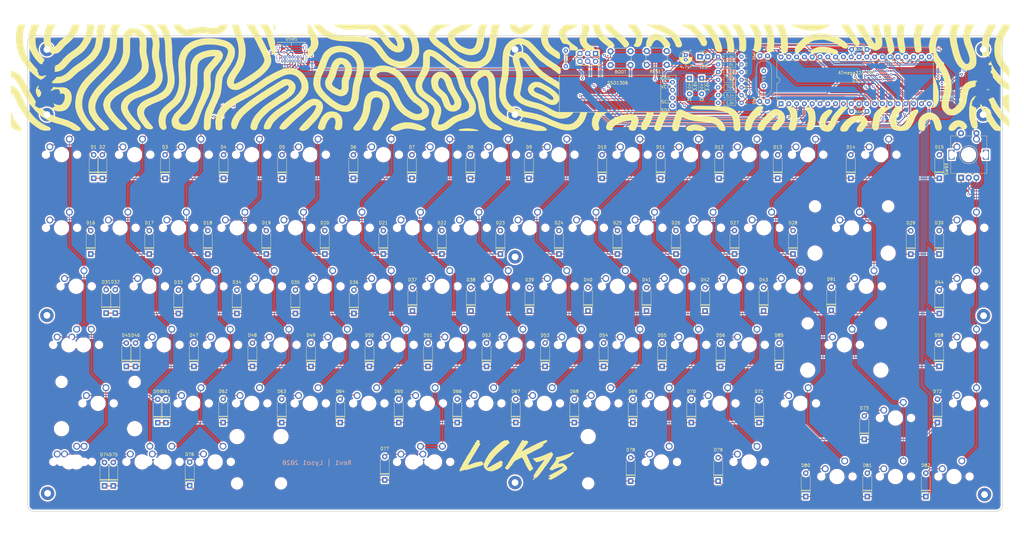
<source format=kicad_pcb>
(kicad_pcb (version 20171130) (host pcbnew "(5.1.7)-1")
  (layers (0 F.Cu signal) (31 B.Cu signal) (34 B.Paste user hide) (35 F.Paste user) (36 B.SilkS user) (37 F.SilkS user) (38 B.Mask user) (39 F.Mask user) (44 Edge.Cuts user))
  (net 0 "")
  (net 1 "Net-(C1-Pad1)")
  (net 2 "Net-(C2-Pad1)")
  (net 3 "Net-(D1-Pad2)")
  (net 4 row0)
  (net 5 "Net-(D2-Pad2)")
  (net 6 "Net-(D3-Pad2)")
  (net 7 "Net-(D4-Pad2)")
  (net 8 "Net-(D5-Pad2)")
  (net 9 "Net-(D6-Pad2)")
  (net 10 "Net-(D7-Pad2)")
  (net 11 "Net-(D8-Pad2)")
  (net 12 "Net-(D9-Pad2)")
  (net 13 "Net-(D10-Pad2)")
  (net 14 "Net-(D11-Pad2)")
  (net 15 "Net-(D12-Pad2)")
  (net 16 "Net-(D13-Pad2)")
  (net 17 "Net-(D14-Pad2)")
  (net 18 "Net-(D15-Pad2)")
  (net 19 "Net-(D16-Pad2)")
  (net 20 row1)
  (net 21 "Net-(D17-Pad2)")
  (net 22 "Net-(D18-Pad2)")
  (net 23 "Net-(D19-Pad2)")
  (net 24 "Net-(D20-Pad2)")
  (net 25 "Net-(D21-Pad2)")
  (net 26 "Net-(D22-Pad2)")
  (net 27 "Net-(D23-Pad2)")
  (net 28 "Net-(D24-Pad2)")
  (net 29 "Net-(D25-Pad2)")
  (net 30 "Net-(D26-Pad2)")
  (net 31 "Net-(D27-Pad2)")
  (net 32 "Net-(D28-Pad2)")
  (net 33 "Net-(D29-Pad2)")
  (net 34 "Net-(D30-Pad2)")
  (net 35 "Net-(D31-Pad2)")
  (net 36 row2)
  (net 37 "Net-(D32-Pad2)")
  (net 38 "Net-(D33-Pad2)")
  (net 39 "Net-(D34-Pad2)")
  (net 40 "Net-(D35-Pad2)")
  (net 41 "Net-(D36-Pad2)")
  (net 42 "Net-(D37-Pad2)")
  (net 43 "Net-(D38-Pad2)")
  (net 44 "Net-(D39-Pad2)")
  (net 45 "Net-(D40-Pad2)")
  (net 46 "Net-(D41-Pad2)")
  (net 47 "Net-(D42-Pad2)")
  (net 48 "Net-(D43-Pad2)")
  (net 49 "Net-(D44-Pad2)")
  (net 50 "Net-(D45-Pad2)")
  (net 51 row3)
  (net 52 "Net-(D46-Pad2)")
  (net 53 "Net-(D47-Pad2)")
  (net 54 "Net-(D48-Pad2)")
  (net 55 "Net-(D49-Pad2)")
  (net 56 "Net-(D50-Pad2)")
  (net 57 "Net-(D51-Pad2)")
  (net 58 "Net-(D52-Pad2)")
  (net 59 "Net-(D53-Pad2)")
  (net 60 "Net-(D54-Pad2)")
  (net 61 "Net-(D55-Pad2)")
  (net 62 "Net-(D56-Pad2)")
  (net 63 "Net-(D58-Pad2)")
  (net 64 "Net-(D59-Pad2)")
  (net 65 row4)
  (net 66 "Net-(D61-Pad2)")
  (net 67 "Net-(D62-Pad2)")
  (net 68 "Net-(D63-Pad2)")
  (net 69 "Net-(D64-Pad2)")
  (net 70 "Net-(D65-Pad2)")
  (net 71 "Net-(D66-Pad2)")
  (net 72 "Net-(D67-Pad2)")
  (net 73 "Net-(D68-Pad2)")
  (net 74 "Net-(D69-Pad2)")
  (net 75 "Net-(D70-Pad2)")
  (net 76 "Net-(D71-Pad2)")
  (net 77 "Net-(D72-Pad2)")
  (net 78 "Net-(D73-Pad2)")
  (net 79 "Net-(D74-Pad2)")
  (net 80 row5)
  (net 81 "Net-(D75-Pad2)")
  (net 82 "Net-(D76-Pad2)")
  (net 83 "Net-(D77-Pad2)")
  (net 84 "Net-(D78-Pad2)")
  (net 85 "Net-(D79-Pad2)")
  (net 86 "Net-(D80-Pad2)")
  (net 87 "Net-(D81-Pad2)")
  (net 88 "Net-(D82-Pad2)")
  (net 89 "Net-(D83-Pad1)")
  (net 90 "Net-(D84-Pad1)")
  (net 91 VCC)
  (net 92 MISO)
  (net 93 SCK)
  (net 94 MOSI)
  (net 95 reset)
  (net 96 "Net-(LED1-Pad1)")
  (net 97 "Net-(R2-Pad2)")
  (net 98 D-)
  (net 99 D+)
  (net 100 "Net-(R5-Pad1)")
  (net 101 col0)
  (net 102 col1)
  (net 103 col2)
  (net 104 col3)
  (net 105 col4)
  (net 106 col5)
  (net 107 col6)
  (net 108 col7)
  (net 109 col8)
  (net 110 col9)
  (net 111 col10)
  (net 112 col11)
  (net 113 col12)
  (net 114 col13)
  (net 115 col14)
  (net 116 boot)
  (net 117 "Net-(U1-Pad21)")
  (net 118 "Net-(U1-Pad32)")
  (net 119 "Net-(USB1-PadA8)")
  (net 120 "Net-(USB1-PadA12)")
  (net 121 "Net-(USB1-PadB8)")
  (net 122 "Net-(D91-Pad2)")
  (net 123 "Net-(D85-Pad2)")
  (net 124 oledVCC)
  (net 125 oledSDA)
  (net 126 oledSCL)
  (net 127 EC11-GND)
  (net 128 EC11-A)
  (net 129 EC11-B)
  (module silkart:2-lck (layer F.Cu) (at 144.1289 10.9585)
    (fp_text reference G*** hide)
    (fp_text value LOGO hide)
  )
  (module MX_Only:MXOnly-1.5U-NoLED (layer F.Cu) (at 260.127 78.6894)
    (fp_text reference SW44)
    (fp_text value SW_SPST)
    (pad 2 thru_hole circle (at 2.54 -5.08) (size 2.25 2.25) (drill 1.47) (layers *.Cu B.Mask) (net 114 col13))
    (pad "" np_thru_hole circle (at 0 0) (size 3.9878 3.9878) (drill 3.9878) (layers *.Cu *.Mask))
    (pad 1 thru_hole circle (at -3.81 -2.54) (size 2.25 2.25) (drill 1.47) (layers *.Cu B.Mask) (net 122 "Net-(D91-Pad2)"))
    (pad "" np_thru_hole circle (at -5.08 0 48.0996) (size 1.75 1.75) (drill 1.75) (layers *.Cu *.Mask))
    (pad "" np_thru_hole circle (at 5.08 0 48.0996) (size 1.75 1.75) (drill 1.75) (layers *.Cu *.Mask))
  )
  (module "cftkb:ssd1306 128x32 oled" (layer B.Cu) (at 179.5789 16.0985 180)
    (fp_text reference SSD1306 (at 0.3302 3.5988) (layer F.SilkS))
    (fp_text value OLED)
    (fp_text user SDA (at -15.1948 -5.277 180) (layer F.SilkS))
    (fp_text user SCL (at -15.1948 -2.552 180) (layer F.SilkS))
    (fp_text user VCC (at -15.2448 2.323 180) (layer F.SilkS))
    (fp_text user GND (at -15.2448 5.098 180) (layer F.SilkS))
    (pad 4 thru_hole circle (at -17.5 3.81 180) (size 1.524 1.524) (drill 0.762) (layers *.Cu *.Mask) (net 127 EC11-GND))
    (pad 3 thru_hole circle (at -17.5 1.27 180) (size 1.524 1.524) (drill 0.762) (layers *.Cu *.Mask) (net 124 oledVCC))
    (pad 2 thru_hole circle (at -17.5 -1.27 180) (size 1.524 1.524) (drill 0.762) (layers *.Cu *.Mask) (net 126 oledSCL))
    (pad 1 thru_hole circle (at -17.5 -3.81 180) (size 1.524 1.524) (drill 0.762) (layers *.Cu *.Mask) (net 125 oledSDA))
  )
  (module cftkb:RotaryEncoder_Alps_EC11E-Switch_Vertical_H20mm-new (layer F.Cu) (at 293.4489 35.8585 90)
    (fp_text reference SW93 (at -4.693 -7.1638 90) (layer F.SilkS))
    (fp_text value Rotary_Encoder_Switch)
    (pad A thru_hole rect (at -7.493 -2.4638 90) (size 2 2) (drill 1) (layers *.Cu *.Mask) (net 128 EC11-A))
    (pad C thru_hole circle (at -7.493 0.0362 90) (size 2 2) (drill 1) (layers *.Cu *.Mask) (net 127 EC11-GND))
    (pad B thru_hole circle (at -7.493 2.5362 90) (size 2 2) (drill 1) (layers *.Cu *.Mask) (net 129 EC11-B))
    (pad MP thru_hole rect (at 0.007 -5.5638 90) (size 3.2 2) (drill oval 2.8 1.5) (layers *.Cu *.Mask))
    (pad MP thru_hole rect (at 0.007 5.6362 90) (size 3.2 2) (drill oval 2.8 1.5) (layers *.Cu *.Mask))
    (pad S2 thru_hole circle (at 7.007 -2.4638 90) (size 2 2) (drill 1) (layers *.Cu *.Mask) (net 18 "Net-(D15-Pad2)"))
    (pad S1 thru_hole circle (at 7.007 2.5362 90) (size 2 2) (drill 1) (layers *.Cu *.Mask) (net 115 col14))
  )
  (module silkart:smol (layer F.Cu) (at 149.1889 134.8285)
    (fp_text reference G*** hide)
    (fp_text value LOGO hide)
  )
  (module MX_Only:MXOnly-1U-NoLED (layer F.Cu) (at 179.165 78.6894)
    (fp_text reference SW40)
    (fp_text value SW_SPST)
    (pad 2 thru_hole circle (at 2.54 -5.08) (size 2.25 2.25) (drill 1.47) (layers *.Cu B.Mask) (net 110 col9))
    (pad "" np_thru_hole circle (at 0 0) (size 3.9878 3.9878) (drill 3.9878) (layers *.Cu *.Mask))
    (pad 1 thru_hole circle (at -3.81 -2.54) (size 2.25 2.25) (drill 1.47) (layers *.Cu B.Mask) (net 45 "Net-(D40-Pad2)"))
    (pad "" np_thru_hole circle (at -5.08 0 48.0996) (size 1.75 1.75) (drill 1.75) (layers *.Cu *.Mask))
    (pad "" np_thru_hole circle (at 5.08 0 48.0996) (size 1.75 1.75) (drill 1.75) (layers *.Cu *.Mask))
  )
  (module MX_Only:MXOnly-1U-NoLED (layer F.Cu) (at 183.928 97.739)
    (fp_text reference SW56)
    (fp_text value SW_SPST)
    (pad 2 thru_hole circle (at 2.54 -5.08) (size 2.25 2.25) (drill 1.47) (layers *.Cu B.Mask) (net 110 col9))
    (pad "" np_thru_hole circle (at 0 0) (size 3.9878 3.9878) (drill 3.9878) (layers *.Cu *.Mask))
    (pad 1 thru_hole circle (at -3.81 -2.54) (size 2.25 2.25) (drill 1.47) (layers *.Cu B.Mask) (net 60 "Net-(D54-Pad2)"))
    (pad "" np_thru_hole circle (at -5.08 0 48.0996) (size 1.75 1.75) (drill 1.75) (layers *.Cu *.Mask))
    (pad "" np_thru_hole circle (at 5.08 0 48.0996) (size 1.75 1.75) (drill 1.75) (layers *.Cu *.Mask))
  )
  (module MX_Only:MXOnly-1U-NoLED (layer F.Cu) (at 217.265 78.6894)
    (fp_text reference SW42)
    (fp_text value SW_SPST)
    (pad 2 thru_hole circle (at 2.54 -5.08) (size 2.25 2.25) (drill 1.47) (layers *.Cu B.Mask) (net 112 col11))
    (pad "" np_thru_hole circle (at 0 0) (size 3.9878 3.9878) (drill 3.9878) (layers *.Cu *.Mask))
    (pad 1 thru_hole circle (at -3.81 -2.54) (size 2.25 2.25) (drill 1.47) (layers *.Cu B.Mask) (net 47 "Net-(D42-Pad2)"))
    (pad "" np_thru_hole circle (at -5.08 0 48.0996) (size 1.75 1.75) (drill 1.75) (layers *.Cu *.Mask))
    (pad "" np_thru_hole circle (at 5.08 0 48.0996) (size 1.75 1.75) (drill 1.75) (layers *.Cu *.Mask))
  )
  (module MX_Only:MXOnly-1U-NoLED (layer F.Cu) (at 236.315 78.6894)
    (fp_text reference SW43)
    (fp_text value SW_SPST)
    (pad 2 thru_hole circle (at 2.54 -5.08) (size 2.25 2.25) (drill 1.47) (layers *.Cu B.Mask) (net 113 col12))
    (pad "" np_thru_hole circle (at 0 0) (size 3.9878 3.9878) (drill 3.9878) (layers *.Cu *.Mask))
    (pad 1 thru_hole circle (at -3.81 -2.54) (size 2.25 2.25) (drill 1.47) (layers *.Cu B.Mask) (net 48 "Net-(D43-Pad2)"))
    (pad "" np_thru_hole circle (at -5.08 0 48.0996) (size 1.75 1.75) (drill 1.75) (layers *.Cu *.Mask))
    (pad "" np_thru_hole circle (at 5.08 0 48.0996) (size 1.75 1.75) (drill 1.75) (layers *.Cu *.Mask))
  )
  (module MX_Only:MXOnly-1U-NoLED (layer F.Cu) (at 293.465 78.6894)
    (fp_text reference SW45)
    (fp_text value SW_SPST)
    (pad 2 thru_hole circle (at 2.54 -5.08) (size 2.25 2.25) (drill 1.47) (layers *.Cu B.Mask) (net 115 col14))
    (pad "" np_thru_hole circle (at 0 0) (size 3.9878 3.9878) (drill 3.9878) (layers *.Cu *.Mask))
    (pad 1 thru_hole circle (at -3.81 -2.54) (size 2.25 2.25) (drill 1.47) (layers *.Cu B.Mask) (net 49 "Net-(D44-Pad2)"))
    (pad "" np_thru_hole circle (at -5.08 0 48.0996) (size 1.75 1.75) (drill 1.75) (layers *.Cu *.Mask))
    (pad "" np_thru_hole circle (at 5.08 0 48.0996) (size 1.75 1.75) (drill 1.75) (layers *.Cu *.Mask))
  )
  (module MX_Only:MXOnly-1U-NoLED (layer F.Cu) (at 126.778 97.739)
    (fp_text reference SW53)
    (fp_text value SW_SPST)
    (pad 2 thru_hole circle (at 2.54 -5.08) (size 2.25 2.25) (drill 1.47) (layers *.Cu B.Mask) (net 107 col6))
    (pad "" np_thru_hole circle (at 0 0) (size 3.9878 3.9878) (drill 3.9878) (layers *.Cu *.Mask))
    (pad 1 thru_hole circle (at -3.81 -2.54) (size 2.25 2.25) (drill 1.47) (layers *.Cu B.Mask) (net 57 "Net-(D51-Pad2)"))
    (pad "" np_thru_hole circle (at -5.08 0 48.0996) (size 1.75 1.75) (drill 1.75) (layers *.Cu *.Mask))
    (pad "" np_thru_hole circle (at 5.08 0 48.0996) (size 1.75 1.75) (drill 1.75) (layers *.Cu *.Mask))
  )
  (module MX_Only:MXOnly-1U-NoLED (layer F.Cu) (at 69.6276 97.739)
    (fp_text reference SW50)
    (fp_text value SW_SPST)
    (pad 2 thru_hole circle (at 2.54 -5.08) (size 2.25 2.25) (drill 1.47) (layers *.Cu B.Mask) (net 104 col3))
    (pad "" np_thru_hole circle (at 0 0) (size 3.9878 3.9878) (drill 3.9878) (layers *.Cu *.Mask))
    (pad 1 thru_hole circle (at -3.81 -2.54) (size 2.25 2.25) (drill 1.47) (layers *.Cu B.Mask) (net 54 "Net-(D48-Pad2)"))
    (pad "" np_thru_hole circle (at -5.08 0 48.0996) (size 1.75 1.75) (drill 1.75) (layers *.Cu *.Mask))
    (pad "" np_thru_hole circle (at 5.08 0 48.0996) (size 1.75 1.75) (drill 1.75) (layers *.Cu *.Mask))
  )
  (module MX_Only:MXOnly-1U-NoLED (layer F.Cu) (at 136.303 116.789)
    (fp_text reference SW70)
    (fp_text value SW_SPST)
    (pad "" np_thru_hole circle (at 5.08 0 48.0996) (size 1.75 1.75) (drill 1.75) (layers *.Cu *.Mask))
    (pad "" np_thru_hole circle (at -5.08 0 48.0996) (size 1.75 1.75) (drill 1.75) (layers *.Cu *.Mask))
    (pad 1 thru_hole circle (at -3.81 -2.54) (size 2.25 2.25) (drill 1.47) (layers *.Cu B.Mask) (net 71 "Net-(D66-Pad2)"))
    (pad "" np_thru_hole circle (at 0 0) (size 3.9878 3.9878) (drill 3.9878) (layers *.Cu *.Mask))
    (pad 2 thru_hole circle (at 2.54 -5.08) (size 2.25 2.25) (drill 1.47) (layers *.Cu B.Mask) (net 108 col7))
  )
  (module MX_Only:MXOnly-1U-NoLED (layer F.Cu) (at 79.1526 116.789)
    (fp_text reference SW67)
    (fp_text value SW_SPST)
    (pad 2 thru_hole circle (at 2.54 -5.08) (size 2.25 2.25) (drill 1.47) (layers *.Cu B.Mask) (net 105 col4))
    (pad "" np_thru_hole circle (at 0 0) (size 3.9878 3.9878) (drill 3.9878) (layers *.Cu *.Mask))
    (pad 1 thru_hole circle (at -3.81 -2.54) (size 2.25 2.25) (drill 1.47) (layers *.Cu B.Mask) (net 68 "Net-(D63-Pad2)"))
    (pad "" np_thru_hole circle (at -5.08 0 48.0996) (size 1.75 1.75) (drill 1.75) (layers *.Cu *.Mask))
    (pad "" np_thru_hole circle (at 5.08 0 48.0996) (size 1.75 1.75) (drill 1.75) (layers *.Cu *.Mask))
  )
  (module MX_Only:MXOnly-1U-NoLED (layer F.Cu) (at 83.915 78.6894)
    (fp_text reference SW35)
    (fp_text value SW_SPST)
    (pad 2 thru_hole circle (at 2.54 -5.08) (size 2.25 2.25) (drill 1.47) (layers *.Cu B.Mask) (net 105 col4))
    (pad "" np_thru_hole circle (at 0 0) (size 3.9878 3.9878) (drill 3.9878) (layers *.Cu *.Mask))
    (pad 1 thru_hole circle (at -3.81 -2.54) (size 2.25 2.25) (drill 1.47) (layers *.Cu B.Mask) (net 40 "Net-(D35-Pad2)"))
    (pad "" np_thru_hole circle (at -5.08 0 48.0996) (size 1.75 1.75) (drill 1.75) (layers *.Cu *.Mask))
    (pad "" np_thru_hole circle (at 5.08 0 48.0996) (size 1.75 1.75) (drill 1.75) (layers *.Cu *.Mask))
  )
  (module MX_Only:MXOnly-1U-NoLED (layer F.Cu) (at 193.453 116.789)
    (fp_text reference SW73)
    (fp_text value SW_SPST)
    (pad 2 thru_hole circle (at 2.54 -5.08) (size 2.25 2.25) (drill 1.47) (layers *.Cu B.Mask) (net 111 col10))
    (pad "" np_thru_hole circle (at 0 0) (size 3.9878 3.9878) (drill 3.9878) (layers *.Cu *.Mask))
    (pad 1 thru_hole circle (at -3.81 -2.54) (size 2.25 2.25) (drill 1.47) (layers *.Cu B.Mask) (net 74 "Net-(D69-Pad2)"))
    (pad "" np_thru_hole circle (at -5.08 0 48.0996) (size 1.75 1.75) (drill 1.75) (layers *.Cu *.Mask))
    (pad "" np_thru_hole circle (at 5.08 0 48.0996) (size 1.75 1.75) (drill 1.75) (layers *.Cu *.Mask))
  )
  (module MX_Only:MXOnly-1U-NoLED (layer F.Cu) (at 102.965 78.6894)
    (fp_text reference SW36)
    (fp_text value SW_SPST)
    (pad 2 thru_hole circle (at 2.54 -5.08) (size 2.25 2.25) (drill 1.47) (layers *.Cu B.Mask) (net 106 col5))
    (pad "" np_thru_hole circle (at 0 0) (size 3.9878 3.9878) (drill 3.9878) (layers *.Cu *.Mask))
    (pad 1 thru_hole circle (at -3.81 -2.54) (size 2.25 2.25) (drill 1.47) (layers *.Cu B.Mask) (net 41 "Net-(D36-Pad2)"))
    (pad "" np_thru_hole circle (at -5.08 0 48.0996) (size 1.75 1.75) (drill 1.75) (layers *.Cu *.Mask))
    (pad "" np_thru_hole circle (at 5.08 0 48.0996) (size 1.75 1.75) (drill 1.75) (layers *.Cu *.Mask))
  )
  (module MX_Only:MXOnly-1U-NoLED (layer F.Cu) (at 31.5276 97.739)
    (fp_text reference SW48)
    (fp_text value SW_SPST)
    (pad 2 thru_hole circle (at 2.54 -5.08) (size 2.25 2.25) (drill 1.47) (layers *.Cu B.Mask) (net 102 col1))
    (pad "" np_thru_hole circle (at 0 0) (size 3.9878 3.9878) (drill 3.9878) (layers *.Cu *.Mask))
    (pad 1 thru_hole circle (at -3.81 -2.54) (size 2.25 2.25) (drill 1.47) (layers *.Cu B.Mask) (net 52 "Net-(D46-Pad2)"))
    (pad "" np_thru_hole circle (at -5.08 0 48.0996) (size 1.75 1.75) (drill 1.75) (layers *.Cu *.Mask))
    (pad "" np_thru_hole circle (at 5.08 0 48.0996) (size 1.75 1.75) (drill 1.75) (layers *.Cu *.Mask))
  )
  (module MX_Only:MXOnly-1U-NoLED (layer F.Cu) (at 145.828 97.739)
    (fp_text reference SW54)
    (fp_text value SW_SPST)
    (pad 2 thru_hole circle (at 2.54 -5.08) (size 2.25 2.25) (drill 1.47) (layers *.Cu B.Mask) (net 108 col7))
    (pad "" np_thru_hole circle (at 0 0) (size 3.9878 3.9878) (drill 3.9878) (layers *.Cu *.Mask))
    (pad 1 thru_hole circle (at -3.81 -2.54) (size 2.25 2.25) (drill 1.47) (layers *.Cu B.Mask) (net 58 "Net-(D52-Pad2)"))
    (pad "" np_thru_hole circle (at -5.08 0 48.0996) (size 1.75 1.75) (drill 1.75) (layers *.Cu *.Mask))
    (pad "" np_thru_hole circle (at 5.08 0 48.0996) (size 1.75 1.75) (drill 1.75) (layers *.Cu *.Mask))
  )
  (module MX_Only:MXOnly-1U-NoLED (layer F.Cu) (at 212.503 116.789)
    (fp_text reference SW74)
    (fp_text value SW_SPST)
    (pad 2 thru_hole circle (at 2.54 -5.08) (size 2.25 2.25) (drill 1.47) (layers *.Cu B.Mask) (net 112 col11))
    (pad "" np_thru_hole circle (at 0 0) (size 3.9878 3.9878) (drill 3.9878) (layers *.Cu *.Mask))
    (pad 1 thru_hole circle (at -3.81 -2.54) (size 2.25 2.25) (drill 1.47) (layers *.Cu B.Mask) (net 75 "Net-(D70-Pad2)"))
    (pad "" np_thru_hole circle (at -5.08 0 48.0996) (size 1.75 1.75) (drill 1.75) (layers *.Cu *.Mask))
    (pad "" np_thru_hole circle (at 5.08 0 48.0996) (size 1.75 1.75) (drill 1.75) (layers *.Cu *.Mask))
  )
  (module MX_Only:MXOnly-1U-NoLED (layer F.Cu) (at 198.215 78.6894)
    (fp_text reference SW41)
    (fp_text value SW_SPST)
    (pad 2 thru_hole circle (at 2.54 -5.08) (size 2.25 2.25) (drill 1.47) (layers *.Cu B.Mask) (net 111 col10))
    (pad "" np_thru_hole circle (at 0 0) (size 3.9878 3.9878) (drill 3.9878) (layers *.Cu *.Mask))
    (pad 1 thru_hole circle (at -3.81 -2.54) (size 2.25 2.25) (drill 1.47) (layers *.Cu B.Mask) (net 46 "Net-(D41-Pad2)"))
    (pad "" np_thru_hole circle (at -5.08 0 48.0996) (size 1.75 1.75) (drill 1.75) (layers *.Cu *.Mask))
    (pad "" np_thru_hole circle (at 5.08 0 48.0996) (size 1.75 1.75) (drill 1.75) (layers *.Cu *.Mask))
  )
  (module MX_Only:MXOnly-1U-NoLED (layer F.Cu) (at 174.403 116.789)
    (fp_text reference SW72)
    (fp_text value SW_SPST)
    (pad 2 thru_hole circle (at 2.54 -5.08) (size 2.25 2.25) (drill 1.47) (layers *.Cu B.Mask) (net 110 col9))
    (pad "" np_thru_hole circle (at 0 0) (size 3.9878 3.9878) (drill 3.9878) (layers *.Cu *.Mask))
    (pad 1 thru_hole circle (at -3.81 -2.54) (size 2.25 2.25) (drill 1.47) (layers *.Cu B.Mask) (net 73 "Net-(D68-Pad2)"))
    (pad "" np_thru_hole circle (at -5.08 0 48.0996) (size 1.75 1.75) (drill 1.75) (layers *.Cu *.Mask))
    (pad "" np_thru_hole circle (at 5.08 0 48.0996) (size 1.75 1.75) (drill 1.75) (layers *.Cu *.Mask))
  )
  (module MX_Only:MXOnly-1U-NoLED (layer F.Cu) (at 50.5776 97.739)
    (fp_text reference SW49)
    (fp_text value SW_SPST)
    (pad 2 thru_hole circle (at 2.54 -5.08) (size 2.25 2.25) (drill 1.47) (layers *.Cu B.Mask) (net 103 col2))
    (pad "" np_thru_hole circle (at 0 0) (size 3.9878 3.9878) (drill 3.9878) (layers *.Cu *.Mask))
    (pad 1 thru_hole circle (at -3.81 -2.54) (size 2.25 2.25) (drill 1.47) (layers *.Cu B.Mask) (net 53 "Net-(D47-Pad2)"))
    (pad "" np_thru_hole circle (at -5.08 0 48.0996) (size 1.75 1.75) (drill 1.75) (layers *.Cu *.Mask))
    (pad "" np_thru_hole circle (at 5.08 0 48.0996) (size 1.75 1.75) (drill 1.75) (layers *.Cu *.Mask))
  )
  (module MX_Only:MXOnly-1U-NoLED (layer F.Cu) (at 107.728 97.739)
    (fp_text reference SW52)
    (fp_text value SW_SPST)
    (pad 2 thru_hole circle (at 2.54 -5.08) (size 2.25 2.25) (drill 1.47) (layers *.Cu B.Mask) (net 106 col5))
    (pad "" np_thru_hole circle (at 0 0) (size 3.9878 3.9878) (drill 3.9878) (layers *.Cu *.Mask))
    (pad 1 thru_hole circle (at -3.81 -2.54) (size 2.25 2.25) (drill 1.47) (layers *.Cu B.Mask) (net 56 "Net-(D50-Pad2)"))
    (pad "" np_thru_hole circle (at -5.08 0 48.0996) (size 1.75 1.75) (drill 1.75) (layers *.Cu *.Mask))
    (pad "" np_thru_hole circle (at 5.08 0 48.0996) (size 1.75 1.75) (drill 1.75) (layers *.Cu *.Mask))
  )
  (module MX_Only:MXOnly-1U-NoLED (layer F.Cu) (at 164.878 97.739)
    (fp_text reference SW55)
    (fp_text value SW_SPST)
    (pad 2 thru_hole circle (at 2.54 -5.08) (size 2.25 2.25) (drill 1.47) (layers *.Cu B.Mask) (net 109 col8))
    (pad "" np_thru_hole circle (at 0 0) (size 3.9878 3.9878) (drill 3.9878) (layers *.Cu *.Mask))
    (pad 1 thru_hole circle (at -3.81 -2.54) (size 2.25 2.25) (drill 1.47) (layers *.Cu B.Mask) (net 59 "Net-(D53-Pad2)"))
    (pad "" np_thru_hole circle (at -5.08 0 48.0996) (size 1.75 1.75) (drill 1.75) (layers *.Cu *.Mask))
    (pad "" np_thru_hole circle (at 5.08 0 48.0996) (size 1.75 1.75) (drill 1.75) (layers *.Cu *.Mask))
  )
  (module MX_Only:MXOnly-1.75U-NoLED (layer F.Cu) (at 238.697 116.789)
    (fp_text reference SW75)
    (fp_text value SW_SPST)
    (pad 2 thru_hole circle (at 2.54 -5.08) (size 2.25 2.25) (drill 1.47) (layers *.Cu B.Mask) (net 113 col12))
    (pad "" np_thru_hole circle (at 0 0) (size 3.9878 3.9878) (drill 3.9878) (layers *.Cu *.Mask))
    (pad 1 thru_hole circle (at -3.81 -2.54) (size 2.25 2.25) (drill 1.47) (layers *.Cu B.Mask) (net 76 "Net-(D71-Pad2)"))
    (pad "" np_thru_hole circle (at -5.08 0 48.0996) (size 1.75 1.75) (drill 1.75) (layers *.Cu *.Mask))
    (pad "" np_thru_hole circle (at 5.08 0 48.0996) (size 1.75 1.75) (drill 1.75) (layers *.Cu *.Mask))
  )
  (module MX_Only:MXOnly-1U-NoLED (layer F.Cu) (at 222.028 97.739)
    (fp_text reference SW58)
    (fp_text value SW_SPST)
    (pad 2 thru_hole circle (at 2.54 -5.08) (size 2.25 2.25) (drill 1.47) (layers *.Cu B.Mask) (net 112 col11))
    (pad "" np_thru_hole circle (at 0 0) (size 3.9878 3.9878) (drill 3.9878) (layers *.Cu *.Mask))
    (pad 1 thru_hole circle (at -3.81 -2.54) (size 2.25 2.25) (drill 1.47) (layers *.Cu B.Mask) (net 62 "Net-(D56-Pad2)"))
    (pad "" np_thru_hole circle (at -5.08 0 48.0996) (size 1.75 1.75) (drill 1.75) (layers *.Cu *.Mask))
    (pad "" np_thru_hole circle (at 5.08 0 48.0996) (size 1.75 1.75) (drill 1.75) (layers *.Cu *.Mask))
  )
  (module MX_Only:MXOnly-1U-NoLED (layer F.Cu) (at 122.015 78.6894)
    (fp_text reference SW37)
    (fp_text value SW_SPST)
    (pad 2 thru_hole circle (at 2.54 -5.08) (size 2.25 2.25) (drill 1.47) (layers *.Cu B.Mask) (net 107 col6))
    (pad "" np_thru_hole circle (at 0 0) (size 3.9878 3.9878) (drill 3.9878) (layers *.Cu *.Mask))
    (pad 1 thru_hole circle (at -3.81 -2.54) (size 2.25 2.25) (drill 1.47) (layers *.Cu B.Mask) (net 42 "Net-(D37-Pad2)"))
    (pad "" np_thru_hole circle (at -5.08 0 48.0996) (size 1.75 1.75) (drill 1.75) (layers *.Cu *.Mask))
    (pad "" np_thru_hole circle (at 5.08 0 48.0996) (size 1.75 1.75) (drill 1.75) (layers *.Cu *.Mask))
  )
  (module MX_Only:MXOnly-1U-NoLED (layer F.Cu) (at 0.5713 97.739)
    (fp_text reference SW46)
    (fp_text value SW_SPST)
    (pad 2 thru_hole circle (at 2.54 -5.08) (size 2.25 2.25) (drill 1.47) (layers *.Cu B.Mask) (net 101 col0))
    (pad "" np_thru_hole circle (at 0 0) (size 3.9878 3.9878) (drill 3.9878) (layers *.Cu *.Mask))
    (pad 1 thru_hole circle (at -3.81 -2.54) (size 2.25 2.25) (drill 1.47) (layers *.Cu B.Mask) (net 50 "Net-(D45-Pad2)"))
    (pad "" np_thru_hole circle (at -5.08 0 48.0996) (size 1.75 1.75) (drill 1.75) (layers *.Cu *.Mask))
    (pad "" np_thru_hole circle (at 5.08 0 48.0996) (size 1.75 1.75) (drill 1.75) (layers *.Cu *.Mask))
  )
  (module MX_Only:MXOnly-1U-NoLED (layer F.Cu) (at 160.115 78.6894)
    (fp_text reference SW39)
    (fp_text value SW_SPST)
    (pad 2 thru_hole circle (at 2.54 -5.08) (size 2.25 2.25) (drill 1.47) (layers *.Cu B.Mask) (net 109 col8))
    (pad "" np_thru_hole circle (at 0 0) (size 3.9878 3.9878) (drill 3.9878) (layers *.Cu *.Mask))
    (pad 1 thru_hole circle (at -3.81 -2.54) (size 2.25 2.25) (drill 1.47) (layers *.Cu B.Mask) (net 44 "Net-(D39-Pad2)"))
    (pad "" np_thru_hole circle (at -5.08 0 48.0996) (size 1.75 1.75) (drill 1.75) (layers *.Cu *.Mask))
    (pad "" np_thru_hole circle (at 5.08 0 48.0996) (size 1.75 1.75) (drill 1.75) (layers *.Cu *.Mask))
  )
  (module MX_Only:MXOnly-1U-NoLED (layer F.Cu) (at 98.203 116.789)
    (fp_text reference SW68)
    (fp_text value SW_SPST)
    (pad 2 thru_hole circle (at 2.54 -5.08) (size 2.25 2.25) (drill 1.47) (layers *.Cu B.Mask) (net 106 col5))
    (pad "" np_thru_hole circle (at 0 0) (size 3.9878 3.9878) (drill 3.9878) (layers *.Cu *.Mask))
    (pad 1 thru_hole circle (at -3.81 -2.54) (size 2.25 2.25) (drill 1.47) (layers *.Cu B.Mask) (net 69 "Net-(D64-Pad2)"))
    (pad "" np_thru_hole circle (at -5.08 0 48.0996) (size 1.75 1.75) (drill 1.75) (layers *.Cu *.Mask))
    (pad "" np_thru_hole circle (at 5.08 0 48.0996) (size 1.75 1.75) (drill 1.75) (layers *.Cu *.Mask))
  )
  (module MX_Only:MXOnly-1U-NoLED (layer F.Cu) (at 155.353 116.789)
    (fp_text reference SW71)
    (fp_text value SW_SPST)
    (pad 2 thru_hole circle (at 2.54 -5.08) (size 2.25 2.25) (drill 1.47) (layers *.Cu B.Mask) (net 109 col8))
    (pad "" np_thru_hole circle (at 0 0) (size 3.9878 3.9878) (drill 3.9878) (layers *.Cu *.Mask))
    (pad 1 thru_hole circle (at -3.81 -2.54) (size 2.25 2.25) (drill 1.47) (layers *.Cu B.Mask) (net 72 "Net-(D67-Pad2)"))
    (pad "" np_thru_hole circle (at -5.08 0 48.0996) (size 1.75 1.75) (drill 1.75) (layers *.Cu *.Mask))
    (pad "" np_thru_hole circle (at 5.08 0 48.0996) (size 1.75 1.75) (drill 1.75) (layers *.Cu *.Mask))
  )
  (module MX_Only:MXOnly-1.75U-NoLED (layer F.Cu) (at 5.3337 97.739)
    (fp_text reference SW47)
    (fp_text value SW_SPST)
    (pad 2 thru_hole circle (at 2.54 -5.08) (size 2.25 2.25) (drill 1.47) (layers *.Cu B.Mask) (net 101 col0))
    (pad "" np_thru_hole circle (at 0 0) (size 3.9878 3.9878) (drill 3.9878) (layers *.Cu *.Mask))
    (pad 1 thru_hole circle (at -3.81 -2.54) (size 2.25 2.25) (drill 1.47) (layers *.Cu B.Mask) (net 50 "Net-(D45-Pad2)"))
    (pad "" np_thru_hole circle (at -5.08 0 48.0996) (size 1.75 1.75) (drill 1.75) (layers *.Cu *.Mask))
    (pad "" np_thru_hole circle (at 5.08 0 48.0996) (size 1.75 1.75) (drill 1.75) (layers *.Cu *.Mask))
  )
  (module MX_Only:MXOnly-1U-NoLED (layer F.Cu) (at 141.065 78.6894)
    (fp_text reference SW38)
    (fp_text value SW_SPST)
    (pad 2 thru_hole circle (at 2.54 -5.08) (size 2.25 2.25) (drill 1.47) (layers *.Cu B.Mask) (net 108 col7))
    (pad "" np_thru_hole circle (at 0 0) (size 3.9878 3.9878) (drill 3.9878) (layers *.Cu *.Mask))
    (pad 1 thru_hole circle (at -3.81 -2.54) (size 2.25 2.25) (drill 1.47) (layers *.Cu B.Mask) (net 43 "Net-(D38-Pad2)"))
    (pad "" np_thru_hole circle (at -5.08 0 48.0996) (size 1.75 1.75) (drill 1.75) (layers *.Cu *.Mask))
    (pad "" np_thru_hole circle (at 5.08 0 48.0996) (size 1.75 1.75) (drill 1.75) (layers *.Cu *.Mask))
  )
  (module MX_Only:MXOnly-1U-NoLED (layer F.Cu) (at 88.6776 97.739)
    (fp_text reference SW51)
    (fp_text value SW_SPST)
    (pad 2 thru_hole circle (at 2.54 -5.08) (size 2.25 2.25) (drill 1.47) (layers *.Cu B.Mask) (net 105 col4))
    (pad "" np_thru_hole circle (at 0 0) (size 3.9878 3.9878) (drill 3.9878) (layers *.Cu *.Mask))
    (pad 1 thru_hole circle (at -3.81 -2.54) (size 2.25 2.25) (drill 1.47) (layers *.Cu B.Mask) (net 55 "Net-(D49-Pad2)"))
    (pad "" np_thru_hole circle (at -5.08 0 48.0996) (size 1.75 1.75) (drill 1.75) (layers *.Cu *.Mask))
    (pad "" np_thru_hole circle (at 5.08 0 48.0996) (size 1.75 1.75) (drill 1.75) (layers *.Cu *.Mask))
  )
  (module MX_Only:MXOnly-1U-NoLED (layer F.Cu) (at 202.978 97.739)
    (fp_text reference SW57)
    (fp_text value SW_SPST)
    (pad 2 thru_hole circle (at 2.54 -5.08) (size 2.25 2.25) (drill 1.47) (layers *.Cu B.Mask) (net 111 col10))
    (pad "" np_thru_hole circle (at 0 0) (size 3.9878 3.9878) (drill 3.9878) (layers *.Cu *.Mask))
    (pad 1 thru_hole circle (at -3.81 -2.54) (size 2.25 2.25) (drill 1.47) (layers *.Cu B.Mask) (net 61 "Net-(D55-Pad2)"))
    (pad "" np_thru_hole circle (at -5.08 0 48.0996) (size 1.75 1.75) (drill 1.75) (layers *.Cu *.Mask))
    (pad "" np_thru_hole circle (at 5.08 0 48.0996) (size 1.75 1.75) (drill 1.75) (layers *.Cu *.Mask))
  )
  (module MX_Only:MXOnly-1U-NoLED (layer F.Cu) (at 269.653 121.552)
    (fp_text reference SW77)
    (fp_text value SW_SPST)
    (pad 2 thru_hole circle (at 2.54 -5.08) (size 2.25 2.25) (drill 1.47) (layers *.Cu B.Mask) (net 114 col13))
    (pad "" np_thru_hole circle (at 0 0) (size 3.9878 3.9878) (drill 3.9878) (layers *.Cu *.Mask))
    (pad 1 thru_hole circle (at -3.81 -2.54) (size 2.25 2.25) (drill 1.47) (layers *.Cu B.Mask) (net 78 "Net-(D73-Pad2)"))
    (pad "" np_thru_hole circle (at -5.08 0 48.0996) (size 1.75 1.75) (drill 1.75) (layers *.Cu *.Mask))
    (pad "" np_thru_hole circle (at 5.08 0 48.0996) (size 1.75 1.75) (drill 1.75) (layers *.Cu *.Mask))
  )
  (module MX_Only:MXOnly-1U-NoLED (layer F.Cu) (at 41.0526 116.789)
    (fp_text reference SW65)
    (fp_text value SW_SPST)
    (pad 2 thru_hole circle (at 2.54 -5.08) (size 2.25 2.25) (drill 1.47) (layers *.Cu B.Mask) (net 103 col2))
    (pad "" np_thru_hole circle (at 0 0) (size 3.9878 3.9878) (drill 3.9878) (layers *.Cu *.Mask))
    (pad 1 thru_hole circle (at -3.81 -2.54) (size 2.25 2.25) (drill 1.47) (layers *.Cu B.Mask) (net 66 "Net-(D61-Pad2)"))
    (pad "" np_thru_hole circle (at -5.08 0 48.0996) (size 1.75 1.75) (drill 1.75) (layers *.Cu *.Mask))
    (pad "" np_thru_hole circle (at 5.08 0 48.0996) (size 1.75 1.75) (drill 1.75) (layers *.Cu *.Mask))
  )
  (module MX_Only:MXOnly-1U-NoLED (layer F.Cu) (at 60.1026 116.789)
    (fp_text reference SW66)
    (fp_text value SW_SPST)
    (pad 2 thru_hole circle (at 2.54 -5.08) (size 2.25 2.25) (drill 1.47) (layers *.Cu B.Mask) (net 104 col3))
    (pad "" np_thru_hole circle (at 0 0) (size 3.9878 3.9878) (drill 3.9878) (layers *.Cu *.Mask))
    (pad 1 thru_hole circle (at -3.81 -2.54) (size 2.25 2.25) (drill 1.47) (layers *.Cu B.Mask) (net 67 "Net-(D62-Pad2)"))
    (pad "" np_thru_hole circle (at -5.08 0 48.0996) (size 1.75 1.75) (drill 1.75) (layers *.Cu *.Mask))
    (pad "" np_thru_hole circle (at 5.08 0 48.0996) (size 1.75 1.75) (drill 1.75) (layers *.Cu *.Mask))
  )
  (module MX_Only:MXOnly-1U-NoLED (layer F.Cu) (at 293.466 116.789)
    (fp_text reference SW76)
    (fp_text value SW_SPST)
    (pad 2 thru_hole circle (at 2.54 -5.08) (size 2.25 2.25) (drill 1.47) (layers *.Cu B.Mask) (net 115 col14))
    (pad "" np_thru_hole circle (at 0 0) (size 3.9878 3.9878) (drill 3.9878) (layers *.Cu *.Mask))
    (pad 1 thru_hole circle (at -3.81 -2.54) (size 2.25 2.25) (drill 1.47) (layers *.Cu B.Mask) (net 77 "Net-(D72-Pad2)"))
    (pad "" np_thru_hole circle (at -5.08 0 48.0996) (size 1.75 1.75) (drill 1.75) (layers *.Cu *.Mask))
    (pad "" np_thru_hole circle (at 5.08 0 48.0996) (size 1.75 1.75) (drill 1.75) (layers *.Cu *.Mask))
  )
  (module MX_Only:MXOnly-1U-NoLED (layer F.Cu) (at 117.253 116.789)
    (fp_text reference SW69)
    (fp_text value SW_SPST)
    (pad "" np_thru_hole circle (at 5.08 0 48.0996) (size 1.75 1.75) (drill 1.75) (layers *.Cu *.Mask))
    (pad "" np_thru_hole circle (at -5.08 0 48.0996) (size 1.75 1.75) (drill 1.75) (layers *.Cu *.Mask))
    (pad 1 thru_hole circle (at -3.81 -2.54) (size 2.25 2.25) (drill 1.47) (layers *.Cu B.Mask) (net 70 "Net-(D65-Pad2)"))
    (pad "" np_thru_hole circle (at 0 0) (size 3.9878 3.9878) (drill 3.9878) (layers *.Cu *.Mask))
    (pad 2 thru_hole circle (at 2.54 -5.08) (size 2.25 2.25) (drill 1.47) (layers *.Cu B.Mask) (net 107 col6))
  )
  (module LCK75:D_A-405_P7.62mm_Horizontal (layer F.Cu) (at 217.2476 68.1867 90)
    (fp_text reference D27 (at 10.16 0 180) (layer F.SilkS))
    (fp_text value 1N4148)
    (pad 1 thru_hole rect (at 0 0 90) (size 1.8 1.8) (drill 0.9) (layers *.Cu *.Mask) (net 20 row1))
    (pad 2 thru_hole oval (at 7.62 0 90) (size 1.8 1.8) (drill 0.9) (layers *.Cu *.Mask) (net 31 "Net-(D27-Pad2)"))
  )
  (module LCK75:D_A-405_P7.62mm_Horizontal (layer F.Cu) (at 83.8976 68.1867 90)
    (fp_text reference D20 (at 10.16 0 180) (layer F.SilkS))
    (fp_text value 1N4148)
    (pad 1 thru_hole rect (at 0 0 90) (size 1.8 1.8) (drill 0.9) (layers *.Cu *.Mask) (net 20 row1))
    (pad 2 thru_hole oval (at 7.62 0 90) (size 1.8 1.8) (drill 0.9) (layers *.Cu *.Mask) (net 24 "Net-(D20-Pad2)"))
  )
  (module LCK75:D_A-405_P7.62mm_Horizontal (layer F.Cu) (at 36.2176 87.5476 90)
    (fp_text reference D33 (at 10.16 0 180) (layer F.SilkS))
    (fp_text value 1N4148)
    (pad 1 thru_hole rect (at 0 0 90) (size 1.8 1.8) (drill 0.9) (layers *.Cu *.Mask) (net 36 row2))
    (pad 2 thru_hole oval (at 7.62 0 90) (size 1.8 1.8) (drill 0.9) (layers *.Cu *.Mask) (net 38 "Net-(D33-Pad2)"))
  )
  (module LCK75:D_A-405_P7.62mm_Horizontal (layer F.Cu) (at 274.6289 68.2285 90)
    (fp_text reference D29 (at 10.16 0 180) (layer F.SilkS))
    (fp_text value 1N4148)
    (pad 2 thru_hole oval (at 7.62 0 90) (size 1.8 1.8) (drill 0.9) (layers *.Cu *.Mask) (net 33 "Net-(D29-Pad2)"))
    (pad 1 thru_hole rect (at 0 0 90) (size 1.8 1.8) (drill 0.9) (layers *.Cu *.Mask) (net 20 row1))
  )
  (module LCK75:D_A-405_P7.62mm_Horizontal (layer F.Cu) (at 102.9476 68.1867 90)
    (fp_text reference D21 (at 10.16 0 180) (layer F.SilkS))
    (fp_text value 1N4148)
    (pad 1 thru_hole rect (at 0 0 90) (size 1.8 1.8) (drill 0.9) (layers *.Cu *.Mask) (net 20 row1))
    (pad 2 thru_hole oval (at 7.62 0 90) (size 1.8 1.8) (drill 0.9) (layers *.Cu *.Mask) (net 25 "Net-(D21-Pad2)"))
  )
  (module LCK75:D_A-405_P7.62mm_Horizontal (layer F.Cu) (at 160.0976 68.1867 90)
    (fp_text reference D24 (at 10.16 0 180) (layer F.SilkS))
    (fp_text value 1N4148)
    (pad 1 thru_hole rect (at 0 0 90) (size 1.8 1.8) (drill 0.9) (layers *.Cu *.Mask) (net 20 row1))
    (pad 2 thru_hole oval (at 7.62 0 90) (size 1.8 1.8) (drill 0.9) (layers *.Cu *.Mask) (net 28 "Net-(D24-Pad2)"))
  )
  (module LCK75:D_A-405_P7.62mm_Horizontal (layer F.Cu) (at 198.1976 68.1867 90)
    (fp_text reference D26 (at 10.16 0 180) (layer F.SilkS))
    (fp_text value 1N4148)
    (pad 1 thru_hole rect (at 0 0 90) (size 1.8 1.8) (drill 0.9) (layers *.Cu *.Mask) (net 20 row1))
    (pad 2 thru_hole oval (at 7.62 0 90) (size 1.8 1.8) (drill 0.9) (layers *.Cu *.Mask) (net 30 "Net-(D26-Pad2)"))
  )
  (module LCK75:D_A-405_P7.62mm_Horizontal (layer F.Cu) (at 15.6926 87.4226 90)
    (fp_text reference D32 (at 10.16 0 180) (layer F.SilkS))
    (fp_text value 1N4148)
    (pad 1 thru_hole rect (at 0 0 90) (size 1.8 1.8) (drill 0.9) (layers *.Cu *.Mask) (net 36 row2))
    (pad 2 thru_hole oval (at 7.62 0 90) (size 1.8 1.8) (drill 0.9) (layers *.Cu *.Mask) (net 37 "Net-(D32-Pad2)"))
  )
  (module LCK75:D_A-405_P7.62mm_Horizontal (layer F.Cu) (at 7.6976 68.1867 90)
    (fp_text reference D16 (at 10.16 0 180) (layer F.SilkS))
    (fp_text value 1N4148)
    (pad 1 thru_hole rect (at 0 0 90) (size 1.8 1.8) (drill 0.9) (layers *.Cu *.Mask) (net 20 row1))
    (pad 2 thru_hole oval (at 7.62 0 90) (size 1.8 1.8) (drill 0.9) (layers *.Cu *.Mask) (net 19 "Net-(D16-Pad2)"))
  )
  (module LCK75:D_A-405_P7.62mm_Horizontal (layer F.Cu) (at 45.7976 68.1867 90)
    (fp_text reference D18 (at 10.16 0 180) (layer F.SilkS))
    (fp_text value 1N4148)
    (pad 1 thru_hole rect (at 0 0 90) (size 1.8 1.8) (drill 0.9) (layers *.Cu *.Mask) (net 20 row1))
    (pad 2 thru_hole oval (at 7.62 0 90) (size 1.8 1.8) (drill 0.9) (layers *.Cu *.Mask) (net 22 "Net-(D18-Pad2)"))
  )
  (module LCK75:D_A-405_P7.62mm_Horizontal (layer F.Cu) (at 121.9976 68.1867 90)
    (fp_text reference D22 (at 10.16 0 180) (layer F.SilkS))
    (fp_text value 1N4148)
    (pad 1 thru_hole rect (at 0 0 90) (size 1.8 1.8) (drill 0.9) (layers *.Cu *.Mask) (net 20 row1))
    (pad 2 thru_hole oval (at 7.62 0 90) (size 1.8 1.8) (drill 0.9) (layers *.Cu *.Mask) (net 26 "Net-(D22-Pad2)"))
  )
  (module LCK75:D_A-405_P7.62mm_Horizontal (layer F.Cu) (at 179.1476 68.1867 90)
    (fp_text reference D25 (at 10.16 0 180) (layer F.SilkS))
    (fp_text value 1N4148)
    (pad 2 thru_hole oval (at 7.62 0 90) (size 1.8 1.8) (drill 0.9) (layers *.Cu *.Mask) (net 29 "Net-(D25-Pad2)"))
    (pad 1 thru_hole rect (at 0 0 90) (size 1.8 1.8) (drill 0.9) (layers *.Cu *.Mask) (net 20 row1))
  )
  (module LCK75:D_A-405_P7.62mm_Horizontal (layer F.Cu) (at 283.8476 68.1867 90)
    (fp_text reference D30 (at 10.16 0 180) (layer F.SilkS))
    (fp_text value 1N4148)
    (pad 2 thru_hole oval (at 7.62 0 90) (size 1.8 1.8) (drill 0.9) (layers *.Cu *.Mask) (net 34 "Net-(D30-Pad2)"))
    (pad 1 thru_hole rect (at 0 0 90) (size 1.8 1.8) (drill 0.9) (layers *.Cu *.Mask) (net 20 row1))
  )
  (module LCK75:D_A-405_P7.62mm_Horizontal (layer F.Cu) (at 141.0476 68.1867 90)
    (fp_text reference D23 (at 10.16 0 180) (layer F.SilkS))
    (fp_text value 1N4148)
    (pad 1 thru_hole rect (at 0 0 90) (size 1.8 1.8) (drill 0.9) (layers *.Cu *.Mask) (net 20 row1))
    (pad 2 thru_hole oval (at 7.62 0 90) (size 1.8 1.8) (drill 0.9) (layers *.Cu *.Mask) (net 27 "Net-(D23-Pad2)"))
  )
  (module LCK75:D_A-405_P7.62mm_Horizontal (layer F.Cu) (at 12.7039 87.4226 90)
    (fp_text reference D31 (at 10.16 0 180) (layer F.SilkS))
    (fp_text value 1N4148)
    (pad 1 thru_hole rect (at 0 0 90) (size 1.8 1.8) (drill 0.9) (layers *.Cu *.Mask) (net 36 row2))
    (pad 2 thru_hole oval (at 7.62 0 90) (size 1.8 1.8) (drill 0.9) (layers *.Cu *.Mask) (net 35 "Net-(D31-Pad2)"))
  )
  (module LCK75:D_A-405_P7.62mm_Horizontal (layer F.Cu) (at 26.7476 68.1867 90)
    (fp_text reference D17 (at 10.16 0 180) (layer F.SilkS))
    (fp_text value 1N4148)
    (pad 1 thru_hole rect (at 0 0 90) (size 1.8 1.8) (drill 0.9) (layers *.Cu *.Mask) (net 20 row1))
    (pad 2 thru_hole oval (at 7.62 0 90) (size 1.8 1.8) (drill 0.9) (layers *.Cu *.Mask) (net 21 "Net-(D17-Pad2)"))
  )
  (module LCK75:D_A-405_P7.62mm_Horizontal (layer F.Cu) (at 64.8476 68.1867 90)
    (fp_text reference D19 (at 10.16 0 180) (layer F.SilkS))
    (fp_text value 1N4148)
    (pad 1 thru_hole rect (at 0 0 90) (size 1.8 1.8) (drill 0.9) (layers *.Cu *.Mask) (net 20 row1))
    (pad 2 thru_hole oval (at 7.62 0 90) (size 1.8 1.8) (drill 0.9) (layers *.Cu *.Mask) (net 23 "Net-(D19-Pad2)"))
  )
  (module LCK75:D_A-405_P7.62mm_Horizontal (layer F.Cu) (at 236.2976 68.1867 90)
    (fp_text reference D28 (at 10.16 0 180) (layer F.SilkS))
    (fp_text value 1N4148)
    (pad 1 thru_hole rect (at 0 0 90) (size 1.8 1.8) (drill 0.9) (layers *.Cu *.Mask) (net 20 row1))
    (pad 2 thru_hole oval (at 7.62 0 90) (size 1.8 1.8) (drill 0.9) (layers *.Cu *.Mask) (net 32 "Net-(D28-Pad2)"))
  )
  (module LCK75:D_A-405_P7.62mm_Horizontal (layer F.Cu) (at 79.3778 104.7721 90)
    (fp_text reference D49 (at 10.16 0 180) (layer F.SilkS))
    (fp_text value 1N4148)
    (pad 1 thru_hole rect (at 0 0 90) (size 1.8 1.8) (drill 0.9) (layers *.Cu *.Mask) (net 51 row3))
    (pad 2 thru_hole oval (at 7.62 0 90) (size 1.8 1.8) (drill 0.9) (layers *.Cu *.Mask) (net 55 "Net-(D49-Pad2)"))
  )
  (module LCK75:D_A-405_P7.62mm_Horizontal (layer F.Cu) (at 283.9176 87.5476 90)
    (fp_text reference D44 (at 10.16 0 180) (layer F.SilkS))
    (fp_text value 1N4148)
    (pad 1 thru_hole rect (at 0 0 90) (size 1.8 1.8) (drill 0.9) (layers *.Cu *.Mask) (net 36 row2))
    (pad 2 thru_hole oval (at 7.62 0 90) (size 1.8 1.8) (drill 0.9) (layers *.Cu *.Mask) (net 49 "Net-(D44-Pad2)"))
  )
  (module LCK75:D_A-405_P7.62mm_Horizontal (layer F.Cu) (at 19.2789 104.7835 90)
    (fp_text reference D45 (at 10.16 0 180) (layer F.SilkS))
    (fp_text value 1N4148)
    (pad 1 thru_hole rect (at 0 0 90) (size 1.8 1.8) (drill 0.9) (layers *.Cu *.Mask) (net 51 row3))
    (pad 2 thru_hole oval (at 7.62 0 90) (size 1.8 1.8) (drill 0.9) (layers *.Cu *.Mask) (net 50 "Net-(D45-Pad2)"))
  )
  (module LCK75:D_A-405_P7.62mm_Horizontal (layer F.Cu) (at 55.2676 87.5476 90)
    (fp_text reference D34 (at 10.16 0 180) (layer F.SilkS))
    (fp_text value 1N4148)
    (pad 1 thru_hole rect (at 0 0 90) (size 1.8 1.8) (drill 0.9) (layers *.Cu *.Mask) (net 36 row2))
    (pad 2 thru_hole oval (at 7.62 0 90) (size 1.8 1.8) (drill 0.9) (layers *.Cu *.Mask) (net 39 "Net-(D34-Pad2)"))
  )
  (module LCK75:D_A-405_P7.62mm_Horizontal (layer F.Cu) (at 174.6278 104.7721 90)
    (fp_text reference D54 (at 10.16 0 180) (layer F.SilkS))
    (fp_text value 1N4148)
    (pad 1 thru_hole rect (at 0 0 90) (size 1.8 1.8) (drill 0.9) (layers *.Cu *.Mask) (net 51 row3))
    (pad 2 thru_hole oval (at 7.62 0 90) (size 1.8 1.8) (drill 0.9) (layers *.Cu *.Mask) (net 60 "Net-(D54-Pad2)"))
  )
  (module LCK75:D_A-405_P7.62mm_Horizontal (layer F.Cu) (at 150.5176 86.7348 90)
    (fp_text reference D39 (at 10.16 0 180) (layer F.SilkS))
    (fp_text value 1N4148)
    (pad 1 thru_hole rect (at 0 0 90) (size 1.8 1.8) (drill 0.9) (layers *.Cu *.Mask) (net 36 row2))
    (pad 2 thru_hole oval (at 7.62 0 90) (size 1.8 1.8) (drill 0.9) (layers *.Cu *.Mask) (net 44 "Net-(D39-Pad2)"))
  )
  (module LCK75:D_A-405_P7.62mm_Horizontal (layer F.Cu) (at 207.6676 86.7348 90)
    (fp_text reference D42 (at 10.16 0 180) (layer F.SilkS))
    (fp_text value 1N4148)
    (pad 1 thru_hole rect (at 0 0 90) (size 1.8 1.8) (drill 0.9) (layers *.Cu *.Mask) (net 36 row2))
    (pad 2 thru_hole oval (at 7.62 0 90) (size 1.8 1.8) (drill 0.9) (layers *.Cu *.Mask) (net 47 "Net-(D42-Pad2)"))
  )
  (module LCK75:D_A-405_P7.62mm_Horizontal (layer F.Cu) (at 112.4176 86.7348 90)
    (fp_text reference D37 (at 10.16 0 180) (layer F.SilkS))
    (fp_text value 1N4148)
    (pad 1 thru_hole rect (at 0 0 90) (size 1.8 1.8) (drill 0.9) (layers *.Cu *.Mask) (net 36 row2))
    (pad 2 thru_hole oval (at 7.62 0 90) (size 1.8 1.8) (drill 0.9) (layers *.Cu *.Mask) (net 42 "Net-(D37-Pad2)"))
  )
  (module LCK75:D_A-405_P7.62mm_Horizontal (layer F.Cu) (at 226.7176 86.7348 90)
    (fp_text reference D43 (at 10.16 0 180) (layer F.SilkS))
    (fp_text value 1N4148)
    (pad 1 thru_hole rect (at 0 0 90) (size 1.8 1.8) (drill 0.9) (layers *.Cu *.Mask) (net 36 row2))
    (pad 2 thru_hole oval (at 7.62 0 90) (size 1.8 1.8) (drill 0.9) (layers *.Cu *.Mask) (net 48 "Net-(D43-Pad2)"))
  )
  (module LCK75:D_A-405_P7.62mm_Horizontal (layer F.Cu) (at 136.5278 104.7721 90)
    (fp_text reference D52 (at 10.16 0 180) (layer F.SilkS))
    (fp_text value 1N4148)
    (pad 1 thru_hole rect (at 0 0 90) (size 1.8 1.8) (drill 0.9) (layers *.Cu *.Mask) (net 51 row3))
    (pad 2 thru_hole oval (at 7.62 0 90) (size 1.8 1.8) (drill 0.9) (layers *.Cu *.Mask) (net 58 "Net-(D52-Pad2)"))
  )
  (module LCK75:D_A-405_P7.62mm_Horizontal (layer F.Cu) (at 169.5676 86.7348 90)
    (fp_text reference D40 (at 10.16 0 180) (layer F.SilkS))
    (fp_text value 1N4148)
    (pad 1 thru_hole rect (at 0 0 90) (size 1.8 1.8) (drill 0.9) (layers *.Cu *.Mask) (net 36 row2))
    (pad 2 thru_hole oval (at 7.62 0 90) (size 1.8 1.8) (drill 0.9) (layers *.Cu *.Mask) (net 45 "Net-(D40-Pad2)"))
  )
  (module LCK75:D_A-405_P7.62mm_Horizontal (layer F.Cu) (at 74.3176 87.5476 90)
    (fp_text reference D35 (at 10.16 0 180) (layer F.SilkS))
    (fp_text value 1N4148)
    (pad 1 thru_hole rect (at 0 0 90) (size 1.8 1.8) (drill 0.9) (layers *.Cu *.Mask) (net 36 row2))
    (pad 2 thru_hole oval (at 7.62 0 90) (size 1.8 1.8) (drill 0.9) (layers *.Cu *.Mask) (net 40 "Net-(D35-Pad2)"))
  )
  (module LCK75:D_A-405_P7.62mm_Horizontal (layer F.Cu) (at 41.2778 104.7721 90)
    (fp_text reference D47 (at 10.16 0 180) (layer F.SilkS))
    (fp_text value 1N4148)
    (pad 2 thru_hole oval (at 7.62 0 90) (size 1.8 1.8) (drill 0.9) (layers *.Cu *.Mask) (net 53 "Net-(D47-Pad2)"))
    (pad 1 thru_hole rect (at 0 0 90) (size 1.8 1.8) (drill 0.9) (layers *.Cu *.Mask) (net 51 row3))
  )
  (module LCK75:D_A-405_P7.62mm_Horizontal (layer F.Cu) (at 93.3676 87.5476 90)
    (fp_text reference D36 (at 10.16 0 180) (layer F.SilkS))
    (fp_text value 1N4148)
    (pad 1 thru_hole rect (at 0 0 90) (size 1.8 1.8) (drill 0.9) (layers *.Cu *.Mask) (net 36 row2))
    (pad 2 thru_hole oval (at 7.62 0 90) (size 1.8 1.8) (drill 0.9) (layers *.Cu *.Mask) (net 41 "Net-(D36-Pad2)"))
  )
  (module LCK75:D_A-405_P7.62mm_Horizontal (layer F.Cu) (at 22.2789 104.7835 90)
    (fp_text reference D46 (at 10.16 0 180) (layer F.SilkS))
    (fp_text value 1N4148)
    (pad 2 thru_hole oval (at 7.62 0 90) (size 1.8 1.8) (drill 0.9) (layers *.Cu *.Mask) (net 52 "Net-(D46-Pad2)"))
    (pad 1 thru_hole rect (at 0 0 90) (size 1.8 1.8) (drill 0.9) (layers *.Cu *.Mask) (net 51 row3))
  )
  (module LCK75:D_A-405_P7.62mm_Horizontal (layer F.Cu) (at 131.4676 86.7348 90)
    (fp_text reference D38 (at 10.16 0 180) (layer F.SilkS))
    (fp_text value 1N4148)
    (pad 1 thru_hole rect (at 0 0 90) (size 1.8 1.8) (drill 0.9) (layers *.Cu *.Mask) (net 36 row2))
    (pad 2 thru_hole oval (at 7.62 0 90) (size 1.8 1.8) (drill 0.9) (layers *.Cu *.Mask) (net 43 "Net-(D38-Pad2)"))
  )
  (module LCK75:D_A-405_P7.62mm_Horizontal (layer F.Cu) (at 60.3278 104.7721 90)
    (fp_text reference D48 (at 10.16 0 180) (layer F.SilkS))
    (fp_text value 1N4148)
    (pad 1 thru_hole rect (at 0 0 90) (size 1.8 1.8) (drill 0.9) (layers *.Cu *.Mask) (net 51 row3))
    (pad 2 thru_hole oval (at 7.62 0 90) (size 1.8 1.8) (drill 0.9) (layers *.Cu *.Mask) (net 54 "Net-(D48-Pad2)"))
  )
  (module LCK75:D_A-405_P7.62mm_Horizontal (layer F.Cu) (at 188.6176 86.7348 90)
    (fp_text reference D41 (at 10.16 0 180) (layer F.SilkS))
    (fp_text value 1N4148)
    (pad 1 thru_hole rect (at 0 0 90) (size 1.8 1.8) (drill 0.9) (layers *.Cu *.Mask) (net 36 row2))
    (pad 2 thru_hole oval (at 7.62 0 90) (size 1.8 1.8) (drill 0.9) (layers *.Cu *.Mask) (net 46 "Net-(D41-Pad2)"))
  )
  (module MX_Only:MXOnly-1U-NoLED (layer F.Cu) (at 26.765 78.6894)
    (fp_text reference SW32)
    (fp_text value SW_SPST)
    (pad 2 thru_hole circle (at 2.54 -5.08) (size 2.25 2.25) (drill 1.47) (layers *.Cu B.Mask) (net 102 col1))
    (pad "" np_thru_hole circle (at 0 0) (size 3.9878 3.9878) (drill 3.9878) (layers *.Cu *.Mask))
    (pad 1 thru_hole circle (at -3.81 -2.54) (size 2.25 2.25) (drill 1.47) (layers *.Cu B.Mask) (net 37 "Net-(D32-Pad2)"))
    (pad "" np_thru_hole circle (at -5.08 0 48.0996) (size 1.75 1.75) (drill 1.75) (layers *.Cu *.Mask))
    (pad "" np_thru_hole circle (at 5.08 0 48.0996) (size 1.75 1.75) (drill 1.75) (layers *.Cu *.Mask))
  )
  (module MX_Only:MXOnly-1U-NoLED (layer F.Cu) (at 241.064 35.8525)
    (fp_text reference SW13)
    (fp_text value SW_SPST)
    (pad 2 thru_hole circle (at 2.54 -5.08) (size 2.25 2.25) (drill 1.47) (layers *.Cu B.Mask) (net 113 col12))
    (pad "" np_thru_hole circle (at 0 0) (size 3.9878 3.9878) (drill 3.9878) (layers *.Cu *.Mask))
    (pad 1 thru_hole circle (at -3.81 -2.54) (size 2.25 2.25) (drill 1.47) (layers *.Cu B.Mask) (net 16 "Net-(D13-Pad2)"))
    (pad "" np_thru_hole circle (at -5.08 0 48.0996) (size 1.75 1.75) (drill 1.75) (layers *.Cu *.Mask))
    (pad "" np_thru_hole circle (at 5.08 0 48.0996) (size 1.75 1.75) (drill 1.75) (layers *.Cu *.Mask))
  )
  (module MX_Only:MXOnly-1U-NoLED (layer F.Cu) (at 150.59 59.6394)
    (fp_text reference SW24)
    (fp_text value SW_SPST)
    (pad 2 thru_hole circle (at 2.54 -5.08) (size 2.25 2.25) (drill 1.47) (layers *.Cu B.Mask) (net 109 col8))
    (pad "" np_thru_hole circle (at 0 0) (size 3.9878 3.9878) (drill 3.9878) (layers *.Cu *.Mask))
    (pad 1 thru_hole circle (at -3.81 -2.54) (size 2.25 2.25) (drill 1.47) (layers *.Cu B.Mask) (net 28 "Net-(D24-Pad2)"))
    (pad "" np_thru_hole circle (at -5.08 0 48.0996) (size 1.75 1.75) (drill 1.75) (layers *.Cu *.Mask))
    (pad "" np_thru_hole circle (at 5.08 0 48.0996) (size 1.75 1.75) (drill 1.75) (layers *.Cu *.Mask))
  )
  (module MX_Only:MXOnly-1U-NoLED (layer F.Cu) (at -1.81 35.8271)
    (fp_text reference SW1)
    (fp_text value SW_SPST)
    (pad "" np_thru_hole circle (at 5.08 0 48.0996) (size 1.75 1.75) (drill 1.75) (layers *.Cu *.Mask))
    (pad "" np_thru_hole circle (at -5.08 0 48.0996) (size 1.75 1.75) (drill 1.75) (layers *.Cu *.Mask))
    (pad 1 thru_hole circle (at -3.81 -2.54) (size 2.25 2.25) (drill 1.47) (layers *.Cu B.Mask) (net 3 "Net-(D1-Pad2)"))
    (pad "" np_thru_hole circle (at 0 0) (size 3.9878 3.9878) (drill 3.9878) (layers *.Cu *.Mask))
    (pad 2 thru_hole circle (at 2.54 -5.08) (size 2.25 2.25) (drill 1.47) (layers *.Cu B.Mask) (net 101 col0))
  )
  (module MX_Only:MXOnly-1U-NoLED (layer F.Cu) (at 60.0898 35.8525)
    (fp_text reference SW4)
    (fp_text value SW_SPST)
    (pad 2 thru_hole circle (at 2.54 -5.08) (size 2.25 2.25) (drill 1.47) (layers *.Cu B.Mask) (net 104 col3))
    (pad "" np_thru_hole circle (at 0 0) (size 3.9878 3.9878) (drill 3.9878) (layers *.Cu *.Mask))
    (pad 1 thru_hole circle (at -3.81 -2.54) (size 2.25 2.25) (drill 1.47) (layers *.Cu B.Mask) (net 7 "Net-(D4-Pad2)"))
    (pad "" np_thru_hole circle (at -5.08 0 48.0996) (size 1.75 1.75) (drill 1.75) (layers *.Cu *.Mask))
    (pad "" np_thru_hole circle (at 5.08 0 48.0996) (size 1.75 1.75) (drill 1.75) (layers *.Cu *.Mask))
  )
  (module MX_Only:MXOnly-1U-NoLED (layer F.Cu) (at 207.74 59.6394)
    (fp_text reference SW27)
    (fp_text value SW_SPST)
    (pad 2 thru_hole circle (at 2.54 -5.08) (size 2.25 2.25) (drill 1.47) (layers *.Cu B.Mask) (net 112 col11))
    (pad "" np_thru_hole circle (at 0 0) (size 3.9878 3.9878) (drill 3.9878) (layers *.Cu *.Mask))
    (pad 1 thru_hole circle (at -3.81 -2.54) (size 2.25 2.25) (drill 1.47) (layers *.Cu B.Mask) (net 31 "Net-(D27-Pad2)"))
    (pad "" np_thru_hole circle (at -5.08 0 48.0996) (size 1.75 1.75) (drill 1.75) (layers *.Cu *.Mask))
    (pad "" np_thru_hole circle (at 5.08 0 48.0996) (size 1.75 1.75) (drill 1.75) (layers *.Cu *.Mask))
  )
  (module MX_Only:MXOnly-1U-NoLED (layer F.Cu) (at 226.79 59.6394)
    (fp_text reference SW28)
    (fp_text value SW_SPST)
    (pad 2 thru_hole circle (at 2.54 -5.08) (size 2.25 2.25) (drill 1.47) (layers *.Cu B.Mask) (net 113 col12))
    (pad "" np_thru_hole circle (at 0 0) (size 3.9878 3.9878) (drill 3.9878) (layers *.Cu *.Mask))
    (pad 1 thru_hole circle (at -3.81 -2.54) (size 2.25 2.25) (drill 1.47) (layers *.Cu B.Mask) (net 32 "Net-(D28-Pad2)"))
    (pad "" np_thru_hole circle (at -5.08 0 48.0996) (size 1.75 1.75) (drill 1.75) (layers *.Cu *.Mask))
    (pad "" np_thru_hole circle (at 5.08 0 48.0996) (size 1.75 1.75) (drill 1.75) (layers *.Cu *.Mask))
  )
  (module MX_Only:MXOnly-2U-NoLED (layer F.Cu) (at 255.365 59.6394)
    (fp_text reference SW29)
    (fp_text value SW_SPST)
    (pad 2 thru_hole circle (at 2.54 -5.08) (size 2.25 2.25) (drill 1.47) (layers *.Cu B.Mask) (net 114 col13))
    (pad "" np_thru_hole circle (at 0 0) (size 3.9878 3.9878) (drill 3.9878) (layers *.Cu *.Mask))
    (pad 1 thru_hole circle (at -3.81 -2.54) (size 2.25 2.25) (drill 1.47) (layers *.Cu B.Mask) (net 33 "Net-(D29-Pad2)"))
    (pad "" np_thru_hole circle (at -5.08 0 48.0996) (size 1.75 1.75) (drill 1.75) (layers *.Cu *.Mask))
    (pad "" np_thru_hole circle (at 5.08 0 48.0996) (size 1.75 1.75) (drill 1.75) (layers *.Cu *.Mask))
    (pad "" np_thru_hole circle (at -11.90625 -6.985) (size 3.048 3.048) (drill 3.048) (layers *.Cu *.Mask))
    (pad "" np_thru_hole circle (at 11.90625 -6.985) (size 3.048 3.048) (drill 3.048) (layers *.Cu *.Mask))
    (pad "" np_thru_hole circle (at -11.90625 8.255) (size 3.9878 3.9878) (drill 3.9878) (layers *.Cu *.Mask))
    (pad "" np_thru_hole circle (at 11.90625 8.255) (size 3.9878 3.9878) (drill 3.9878) (layers *.Cu *.Mask))
  )
  (module MX_Only:MXOnly-1U-NoLED (layer F.Cu) (at 160.102 35.8525)
    (fp_text reference SW9)
    (fp_text value SW_SPST)
    (pad 2 thru_hole circle (at 2.54 -5.08) (size 2.25 2.25) (drill 1.47) (layers *.Cu B.Mask) (net 109 col8))
    (pad "" np_thru_hole circle (at 0 0) (size 3.9878 3.9878) (drill 3.9878) (layers *.Cu *.Mask))
    (pad 1 thru_hole circle (at -3.81 -2.54) (size 2.25 2.25) (drill 1.47) (layers *.Cu B.Mask) (net 12 "Net-(D9-Pad2)"))
    (pad "" np_thru_hole circle (at -5.08 0 48.0996) (size 1.75 1.75) (drill 1.75) (layers *.Cu *.Mask))
    (pad "" np_thru_hole circle (at 5.08 0 48.0996) (size 1.75 1.75) (drill 1.75) (layers *.Cu *.Mask))
  )
  (module MX_Only:MXOnly-1U-NoLED (layer F.Cu) (at 17.24 59.6394)
    (fp_text reference SW17)
    (fp_text value SW_SPST)
    (pad 2 thru_hole circle (at 2.54 -5.08) (size 2.25 2.25) (drill 1.47) (layers *.Cu B.Mask) (net 102 col1))
    (pad "" np_thru_hole circle (at 0 0) (size 3.9878 3.9878) (drill 3.9878) (layers *.Cu *.Mask))
    (pad 1 thru_hole circle (at -3.81 -2.54) (size 2.25 2.25) (drill 1.47) (layers *.Cu B.Mask) (net 21 "Net-(D17-Pad2)"))
    (pad "" np_thru_hole circle (at -5.08 0 48.0996) (size 1.75 1.75) (drill 1.75) (layers *.Cu *.Mask))
    (pad "" np_thru_hole circle (at 5.08 0 48.0996) (size 1.75 1.75) (drill 1.75) (layers *.Cu *.Mask))
  )
  (module MX_Only:MXOnly-1U-NoLED (layer F.Cu) (at 74.39 59.6394)
    (fp_text reference SW20)
    (fp_text value SW_SPST)
    (pad 2 thru_hole circle (at 2.54 -5.08) (size 2.25 2.25) (drill 1.47) (layers *.Cu B.Mask) (net 105 col4))
    (pad "" np_thru_hole circle (at 0 0) (size 3.9878 3.9878) (drill 3.9878) (layers *.Cu *.Mask))
    (pad 1 thru_hole circle (at -3.81 -2.54) (size 2.25 2.25) (drill 1.47) (layers *.Cu B.Mask) (net 24 "Net-(D20-Pad2)"))
    (pad "" np_thru_hole circle (at -5.08 0 48.0996) (size 1.75 1.75) (drill 1.75) (layers *.Cu *.Mask))
    (pad "" np_thru_hole circle (at 5.08 0 48.0996) (size 1.75 1.75) (drill 1.75) (layers *.Cu *.Mask))
  )
  (module MX_Only:MXOnly-1U-NoLED (layer F.Cu) (at 93.44 59.6394)
    (fp_text reference SW21)
    (fp_text value SW_SPST)
    (pad 2 thru_hole circle (at 2.54 -5.08) (size 2.25 2.25) (drill 1.47) (layers *.Cu B.Mask) (net 106 col5))
    (pad "" np_thru_hole circle (at 0 0) (size 3.9878 3.9878) (drill 3.9878) (layers *.Cu *.Mask))
    (pad 1 thru_hole circle (at -3.81 -2.54) (size 2.25 2.25) (drill 1.47) (layers *.Cu B.Mask) (net 25 "Net-(D21-Pad2)"))
    (pad "" np_thru_hole circle (at -5.08 0 48.0996) (size 1.75 1.75) (drill 1.75) (layers *.Cu *.Mask))
    (pad "" np_thru_hole circle (at 5.08 0 48.0996) (size 1.75 1.75) (drill 1.75) (layers *.Cu *.Mask))
  )
  (module MX_Only:MXOnly-1U-NoLED (layer F.Cu) (at 293.465 59.6394)
    (fp_text reference SW30)
    (fp_text value SW_SPST)
    (pad 2 thru_hole circle (at 2.54 -5.08) (size 2.25 2.25) (drill 1.47) (layers *.Cu B.Mask) (net 115 col14))
    (pad "" np_thru_hole circle (at 0 0) (size 3.9878 3.9878) (drill 3.9878) (layers *.Cu *.Mask))
    (pad 1 thru_hole circle (at -3.81 -2.54) (size 2.25 2.25) (drill 1.47) (layers *.Cu B.Mask) (net 34 "Net-(D30-Pad2)"))
    (pad "" np_thru_hole circle (at -5.08 0 48.0996) (size 1.75 1.75) (drill 1.75) (layers *.Cu *.Mask))
    (pad "" np_thru_hole circle (at 5.08 0 48.0996) (size 1.75 1.75) (drill 1.75) (layers *.Cu *.Mask))
  )
  (module MX_Only:MXOnly-1U-NoLED (layer F.Cu) (at 264.885 35.8525)
    (fp_text reference SW14)
    (fp_text value SW_SPST)
    (pad 2 thru_hole circle (at 2.54 -5.08) (size 2.25 2.25) (drill 1.47) (layers *.Cu B.Mask) (net 114 col13))
    (pad "" np_thru_hole circle (at 0 0) (size 3.9878 3.9878) (drill 3.9878) (layers *.Cu *.Mask))
    (pad 1 thru_hole circle (at -3.81 -2.54) (size 2.25 2.25) (drill 1.47) (layers *.Cu B.Mask) (net 17 "Net-(D14-Pad2)"))
    (pad "" np_thru_hole circle (at -5.08 0 48.0996) (size 1.75 1.75) (drill 1.75) (layers *.Cu *.Mask))
    (pad "" np_thru_hole circle (at 5.08 0 48.0996) (size 1.75 1.75) (drill 1.75) (layers *.Cu *.Mask))
  )
  (module MX_Only:MXOnly-1U-NoLED (layer F.Cu) (at 131.54 59.6394)
    (fp_text reference SW23)
    (fp_text value SW_SPST)
    (pad 2 thru_hole circle (at 2.54 -5.08) (size 2.25 2.25) (drill 1.47) (layers *.Cu B.Mask) (net 108 col7))
    (pad "" np_thru_hole circle (at 0 0) (size 3.9878 3.9878) (drill 3.9878) (layers *.Cu *.Mask))
    (pad 1 thru_hole circle (at -3.81 -2.54) (size 2.25 2.25) (drill 1.47) (layers *.Cu B.Mask) (net 27 "Net-(D23-Pad2)"))
    (pad "" np_thru_hole circle (at -5.08 0 48.0996) (size 1.75 1.75) (drill 1.75) (layers *.Cu *.Mask))
    (pad "" np_thru_hole circle (at 5.08 0 48.0996) (size 1.75 1.75) (drill 1.75) (layers *.Cu *.Mask))
  )
  (module MX_Only:MXOnly-1U-NoLED (layer F.Cu) (at -1.81 59.6394)
    (fp_text reference SW16)
    (fp_text value SW_SPST)
    (pad 2 thru_hole circle (at 2.54 -5.08) (size 2.25 2.25) (drill 1.47) (layers *.Cu B.Mask) (net 101 col0))
    (pad "" np_thru_hole circle (at 0 0) (size 3.9878 3.9878) (drill 3.9878) (layers *.Cu *.Mask))
    (pad 1 thru_hole circle (at -3.81 -2.54) (size 2.25 2.25) (drill 1.47) (layers *.Cu B.Mask) (net 19 "Net-(D16-Pad2)"))
    (pad "" np_thru_hole circle (at -5.08 0 48.0996) (size 1.75 1.75) (drill 1.75) (layers *.Cu *.Mask))
    (pad "" np_thru_hole circle (at 5.08 0 48.0996) (size 1.75 1.75) (drill 1.75) (layers *.Cu *.Mask))
  )
  (module MX_Only:MXOnly-1U-NoLED (layer F.Cu) (at 112.49 59.6394)
    (fp_text reference SW22)
    (fp_text value SW_SPST)
    (pad 2 thru_hole circle (at 2.54 -5.08) (size 2.25 2.25) (drill 1.47) (layers *.Cu B.Mask) (net 107 col6))
    (pad "" np_thru_hole circle (at 0 0) (size 3.9878 3.9878) (drill 3.9878) (layers *.Cu *.Mask))
    (pad 1 thru_hole circle (at -3.81 -2.54) (size 2.25 2.25) (drill 1.47) (layers *.Cu B.Mask) (net 26 "Net-(D22-Pad2)"))
    (pad "" np_thru_hole circle (at -5.08 0 48.0996) (size 1.75 1.75) (drill 1.75) (layers *.Cu *.Mask))
    (pad "" np_thru_hole circle (at 5.08 0 48.0996) (size 1.75 1.75) (drill 1.75) (layers *.Cu *.Mask))
  )
  (module MX_Only:MXOnly-1U-NoLED (layer F.Cu) (at 64.865 78.6894)
    (fp_text reference SW34)
    (fp_text value SW_SPST)
    (pad 2 thru_hole circle (at 2.54 -5.08) (size 2.25 2.25) (drill 1.47) (layers *.Cu B.Mask) (net 104 col3))
    (pad "" np_thru_hole circle (at 0 0) (size 3.9878 3.9878) (drill 3.9878) (layers *.Cu *.Mask))
    (pad 1 thru_hole circle (at -3.81 -2.54) (size 2.25 2.25) (drill 1.47) (layers *.Cu B.Mask) (net 39 "Net-(D34-Pad2)"))
    (pad "" np_thru_hole circle (at -5.08 0 48.0996) (size 1.75 1.75) (drill 1.75) (layers *.Cu *.Mask))
    (pad "" np_thru_hole circle (at 5.08 0 48.0996) (size 1.75 1.75) (drill 1.75) (layers *.Cu *.Mask))
  )
  (module MX_Only:MXOnly-1U-NoLED (layer F.Cu) (at 41.0398 35.8525)
    (fp_text reference SW3)
    (fp_text value SW_SPST)
    (pad 2 thru_hole circle (at 2.54 -5.08) (size 2.25 2.25) (drill 1.47) (layers *.Cu B.Mask) (net 103 col2))
    (pad "" np_thru_hole circle (at 0 0) (size 3.9878 3.9878) (drill 3.9878) (layers *.Cu *.Mask))
    (pad 1 thru_hole circle (at -3.81 -2.54) (size 2.25 2.25) (drill 1.47) (layers *.Cu B.Mask) (net 6 "Net-(D3-Pad2)"))
    (pad "" np_thru_hole circle (at -5.08 0 48.0996) (size 1.75 1.75) (drill 1.75) (layers *.Cu *.Mask))
    (pad "" np_thru_hole circle (at 5.08 0 48.0996) (size 1.75 1.75) (drill 1.75) (layers *.Cu *.Mask))
  )
  (module MX_Only:MXOnly-1U-NoLED (layer F.Cu) (at 183.914 35.8525)
    (fp_text reference SW10)
    (fp_text value SW_SPST)
    (pad 2 thru_hole circle (at 2.54 -5.08) (size 2.25 2.25) (drill 1.47) (layers *.Cu B.Mask) (net 110 col9))
    (pad "" np_thru_hole circle (at 0 0) (size 3.9878 3.9878) (drill 3.9878) (layers *.Cu *.Mask))
    (pad 1 thru_hole circle (at -3.81 -2.54) (size 2.25 2.25) (drill 1.47) (layers *.Cu B.Mask) (net 13 "Net-(D10-Pad2)"))
    (pad "" np_thru_hole circle (at -5.08 0 48.0996) (size 1.75 1.75) (drill 1.75) (layers *.Cu *.Mask))
    (pad "" np_thru_hole circle (at 5.08 0 48.0996) (size 1.75 1.75) (drill 1.75) (layers *.Cu *.Mask))
  )
  (module MX_Only:MXOnly-1U-NoLED (layer F.Cu) (at 202.964 35.8525)
    (fp_text reference SW11)
    (fp_text value SW_SPST)
    (pad 2 thru_hole circle (at 2.54 -5.08) (size 2.25 2.25) (drill 1.47) (layers *.Cu B.Mask) (net 111 col10))
    (pad "" np_thru_hole circle (at 0 0) (size 3.9878 3.9878) (drill 3.9878) (layers *.Cu *.Mask))
    (pad 1 thru_hole circle (at -3.81 -2.54) (size 2.25 2.25) (drill 1.47) (layers *.Cu B.Mask) (net 14 "Net-(D11-Pad2)"))
    (pad "" np_thru_hole circle (at -5.08 0 48.0996) (size 1.75 1.75) (drill 1.75) (layers *.Cu *.Mask))
    (pad "" np_thru_hole circle (at 5.08 0 48.0996) (size 1.75 1.75) (drill 1.75) (layers *.Cu *.Mask))
  )
  (module MX_Only:MXOnly-1U-NoLED (layer F.Cu) (at 55.34 59.6394)
    (fp_text reference SW19)
    (fp_text value SW_SPST)
    (pad 2 thru_hole circle (at 2.54 -5.08) (size 2.25 2.25) (drill 1.47) (layers *.Cu B.Mask) (net 104 col3))
    (pad "" np_thru_hole circle (at 0 0) (size 3.9878 3.9878) (drill 3.9878) (layers *.Cu *.Mask))
    (pad 1 thru_hole circle (at -3.81 -2.54) (size 2.25 2.25) (drill 1.47) (layers *.Cu B.Mask) (net 23 "Net-(D19-Pad2)"))
    (pad "" np_thru_hole circle (at -5.08 0 48.0996) (size 1.75 1.75) (drill 1.75) (layers *.Cu *.Mask))
    (pad "" np_thru_hole circle (at 5.08 0 48.0996) (size 1.75 1.75) (drill 1.75) (layers *.Cu *.Mask))
  )
  (module MX_Only:MXOnly-1U-NoLED (layer F.Cu) (at 21.9898 35.8525)
    (fp_text reference SW2)
    (fp_text value SW_SPST)
    (pad 2 thru_hole circle (at 2.54 -5.08) (size 2.25 2.25) (drill 1.47) (layers *.Cu B.Mask) (net 102 col1))
    (pad "" np_thru_hole circle (at 0 0) (size 3.9878 3.9878) (drill 3.9878) (layers *.Cu *.Mask))
    (pad 1 thru_hole circle (at -3.81 -2.54) (size 2.25 2.25) (drill 1.47) (layers *.Cu B.Mask) (net 5 "Net-(D2-Pad2)"))
    (pad "" np_thru_hole circle (at -5.08 0 48.0996) (size 1.75 1.75) (drill 1.75) (layers *.Cu *.Mask))
    (pad "" np_thru_hole circle (at 5.08 0 48.0996) (size 1.75 1.75) (drill 1.75) (layers *.Cu *.Mask))
  )
  (module MX_Only:MXOnly-1U-NoLED (layer F.Cu) (at 79.1398 35.8525)
    (fp_text reference SW5)
    (fp_text value SW_SPST)
    (pad 2 thru_hole circle (at 2.54 -5.08) (size 2.25 2.25) (drill 1.47) (layers *.Cu B.Mask) (net 105 col4))
    (pad "" np_thru_hole circle (at 0 0) (size 3.9878 3.9878) (drill 3.9878) (layers *.Cu *.Mask))
    (pad 1 thru_hole circle (at -3.81 -2.54) (size 2.25 2.25) (drill 1.47) (layers *.Cu B.Mask) (net 8 "Net-(D5-Pad2)"))
    (pad "" np_thru_hole circle (at -5.08 0 48.0996) (size 1.75 1.75) (drill 1.75) (layers *.Cu *.Mask))
    (pad "" np_thru_hole circle (at 5.08 0 48.0996) (size 1.75 1.75) (drill 1.75) (layers *.Cu *.Mask))
  )
  (module MX_Only:MXOnly-1U-NoLED (layer F.Cu) (at 122.002 35.8525)
    (fp_text reference SW7)
    (fp_text value SW_SPST)
    (pad 2 thru_hole circle (at 2.54 -5.08) (size 2.25 2.25) (drill 1.47) (layers *.Cu B.Mask) (net 107 col6))
    (pad "" np_thru_hole circle (at 0 0) (size 3.9878 3.9878) (drill 3.9878) (layers *.Cu *.Mask))
    (pad 1 thru_hole circle (at -3.81 -2.54) (size 2.25 2.25) (drill 1.47) (layers *.Cu B.Mask) (net 10 "Net-(D7-Pad2)"))
    (pad "" np_thru_hole circle (at -5.08 0 48.0996) (size 1.75 1.75) (drill 1.75) (layers *.Cu *.Mask))
    (pad "" np_thru_hole circle (at 5.08 0 48.0996) (size 1.75 1.75) (drill 1.75) (layers *.Cu *.Mask))
  )
  (module MX_Only:MXOnly-1U-NoLED (layer F.Cu) (at 36.29 59.6394)
    (fp_text reference SW18)
    (fp_text value SW_SPST)
    (pad 2 thru_hole circle (at 2.54 -5.08) (size 2.25 2.25) (drill 1.47) (layers *.Cu B.Mask) (net 103 col2))
    (pad "" np_thru_hole circle (at 0 0) (size 3.9878 3.9878) (drill 3.9878) (layers *.Cu *.Mask))
    (pad 1 thru_hole circle (at -3.81 -2.54) (size 2.25 2.25) (drill 1.47) (layers *.Cu B.Mask) (net 22 "Net-(D18-Pad2)"))
    (pad "" np_thru_hole circle (at -5.08 0 48.0996) (size 1.75 1.75) (drill 1.75) (layers *.Cu *.Mask))
    (pad "" np_thru_hole circle (at 5.08 0 48.0996) (size 1.75 1.75) (drill 1.75) (layers *.Cu *.Mask))
  )
  (module cftkb:R_Axial_DIN0204_L3.6mm_D1.6mm_P7.62mm_Horizontal (layer F.Cu) (at 219.5383 16.4625 180)
    (fp_text reference R2 (at -1.464029 0.001111 270) (layer F.SilkS) (effects (font (size 0.8 0.8) (thickness 0.1))))
    (fp_text value 5.1k (at 3.732778 -0.048664) (layer F.SilkS) (effects (font (size 0.8 0.8) (thickness 0.1))))
    (pad 2 thru_hole oval (at 7.62 0 180) (size 1.4 1.4) (drill 0.7) (layers *.Cu *.Mask) (net 97 "Net-(R2-Pad2)"))
    (pad 1 thru_hole circle (at 0 0 180) (size 1.4 1.4) (drill 0.7) (layers *.Cu *.Mask) (net 127 EC11-GND))
  )
  (module MX_Only:MXOnly-1U-NoLED (layer F.Cu) (at 169.64 59.6394)
    (fp_text reference SW25)
    (fp_text value SW_SPST)
    (pad 2 thru_hole circle (at 2.54 -5.08) (size 2.25 2.25) (drill 1.47) (layers *.Cu B.Mask) (net 110 col9))
    (pad "" np_thru_hole circle (at 0 0) (size 3.9878 3.9878) (drill 3.9878) (layers *.Cu *.Mask))
    (pad 1 thru_hole circle (at -3.81 -2.54) (size 2.25 2.25) (drill 1.47) (layers *.Cu B.Mask) (net 29 "Net-(D25-Pad2)"))
    (pad "" np_thru_hole circle (at -5.08 0 48.0996) (size 1.75 1.75) (drill 1.75) (layers *.Cu *.Mask))
    (pad "" np_thru_hole circle (at 5.08 0 48.0996) (size 1.75 1.75) (drill 1.75) (layers *.Cu *.Mask))
  )
  (module cftkb:R_Axial_DIN0204_L3.6mm_D1.6mm_P7.62mm_Horizontal (layer F.Cu) (at 219.5383 13.9625 180)
    (fp_text reference R3 (at -1.464029 0.001111 270) (layer F.SilkS) (effects (font (size 0.8 0.8) (thickness 0.1))))
    (fp_text value 75R (at 3.732778 -0.048664) (layer F.SilkS) (effects (font (size 0.8 0.8) (thickness 0.1))))
    (pad 2 thru_hole oval (at 7.62 0 180) (size 1.4 1.4) (drill 0.7) (layers *.Cu *.Mask) (net 89 "Net-(D83-Pad1)"))
    (pad 1 thru_hole circle (at 0 0 180) (size 1.4 1.4) (drill 0.7) (layers *.Cu *.Mask) (net 98 D-))
  )
  (module MX_Only:MXOnly-1U-NoLED (layer F.Cu) (at 222.014 35.8525)
    (fp_text reference SW12)
    (fp_text value SW_SPST)
    (pad 2 thru_hole circle (at 2.54 -5.08) (size 2.25 2.25) (drill 1.47) (layers *.Cu B.Mask) (net 112 col11))
    (pad "" np_thru_hole circle (at 0 0) (size 3.9878 3.9878) (drill 3.9878) (layers *.Cu *.Mask))
    (pad 1 thru_hole circle (at -3.81 -2.54) (size 2.25 2.25) (drill 1.47) (layers *.Cu B.Mask) (net 15 "Net-(D12-Pad2)"))
    (pad "" np_thru_hole circle (at -5.08 0 48.0996) (size 1.75 1.75) (drill 1.75) (layers *.Cu *.Mask))
    (pad "" np_thru_hole circle (at 5.08 0 48.0996) (size 1.75 1.75) (drill 1.75) (layers *.Cu *.Mask))
  )
  (module MX_Only:MXOnly-1U-NoLED (layer F.Cu) (at 45.815 78.6894)
    (fp_text reference SW33)
    (fp_text value SW_SPST)
    (pad 2 thru_hole circle (at 2.54 -5.08) (size 2.25 2.25) (drill 1.47) (layers *.Cu B.Mask) (net 103 col2))
    (pad "" np_thru_hole circle (at 0 0) (size 3.9878 3.9878) (drill 3.9878) (layers *.Cu *.Mask))
    (pad 1 thru_hole circle (at -3.81 -2.54) (size 2.25 2.25) (drill 1.47) (layers *.Cu B.Mask) (net 38 "Net-(D33-Pad2)"))
    (pad "" np_thru_hole circle (at -5.08 0 48.0996) (size 1.75 1.75) (drill 1.75) (layers *.Cu *.Mask))
    (pad "" np_thru_hole circle (at 5.08 0 48.0996) (size 1.75 1.75) (drill 1.75) (layers *.Cu *.Mask))
  )
  (module cftkb:R_Axial_DIN0204_L3.6mm_D1.6mm_P7.62mm_Horizontal (layer F.Cu) (at 219.5383 11.4625 180)
    (fp_text reference R4 (at -1.464029 0.001111 270) (layer F.SilkS) (effects (font (size 0.8 0.8) (thickness 0.1))))
    (fp_text value 75R (at 3.732778 -0.048664) (layer F.SilkS) (effects (font (size 0.8 0.8) (thickness 0.1))))
    (pad 2 thru_hole oval (at 7.62 0 180) (size 1.4 1.4) (drill 0.7) (layers *.Cu *.Mask) (net 90 "Net-(D84-Pad1)"))
    (pad 1 thru_hole circle (at 0 0 180) (size 1.4 1.4) (drill 0.7) (layers *.Cu *.Mask) (net 99 D+))
  )
  (module cftkb:R_Axial_DIN0204_L3.6mm_D1.6mm_P7.62mm_Horizontal (layer F.Cu) (at 219.5383 8.9625 180)
    (fp_text reference R5 (at -1.464029 0.001111 270) (layer F.SilkS) (effects (font (size 0.8 0.8) (thickness 0.1))))
    (fp_text value 5.1k (at 3.732778 -0.048664) (layer F.SilkS) (effects (font (size 0.8 0.8) (thickness 0.1))))
    (pad 2 thru_hole oval (at 7.62 0 180) (size 1.4 1.4) (drill 0.7) (layers *.Cu *.Mask) (net 127 EC11-GND))
    (pad 1 thru_hole circle (at 0 0 180) (size 1.4 1.4) (drill 0.7) (layers *.Cu *.Mask) (net 100 "Net-(R5-Pad1)"))
  )
  (module cftkb:R_Axial_DIN0204_L3.6mm_D1.6mm_P7.62mm_Horizontal (layer F.Cu) (at 219.5383 6.4625 180)
    (fp_text reference R6 (at -1.464029 0.001111 270) (layer F.SilkS) (effects (font (size 0.8 0.8) (thickness 0.1))))
    (fp_text value 10k (at 3.732778 -0.048664) (layer F.SilkS) (effects (font (size 0.8 0.8) (thickness 0.1))))
    (pad 2 thru_hole oval (at 7.62 0 180) (size 1.4 1.4) (drill 0.7) (layers *.Cu *.Mask) (net 95 reset))
    (pad 1 thru_hole circle (at 0 0 180) (size 1.4 1.4) (drill 0.7) (layers *.Cu *.Mask) (net 124 oledVCC))
  )
  (module cftkb:R_Axial_DIN0204_L3.6mm_D1.6mm_P7.62mm_Horizontal (layer F.Cu) (at 219.5383 3.9625 180)
    (fp_text reference R7 (at -1.464029 0.001111 270) (layer F.SilkS) (effects (font (size 0.8 0.8) (thickness 0.1))))
    (fp_text value 1.5K (at 3.732778 -0.048664) (layer F.SilkS) (effects (font (size 0.8 0.8) (thickness 0.1))))
    (pad 2 thru_hole oval (at 7.62 0 180) (size 1.4 1.4) (drill 0.7) (layers *.Cu *.Mask) (net 127 EC11-GND))
    (pad 1 thru_hole circle (at 0 0 180) (size 1.4 1.4) (drill 0.7) (layers *.Cu *.Mask) (net 96 "Net-(LED1-Pad1)"))
  )
  (module MX_Only:MXOnly-1U-NoLED (layer F.Cu) (at 141.052 35.8525)
    (fp_text reference SW8)
    (fp_text value SW_SPST)
    (pad 2 thru_hole circle (at 2.54 -5.08) (size 2.25 2.25) (drill 1.47) (layers *.Cu B.Mask) (net 108 col7))
    (pad "" np_thru_hole circle (at 0 0) (size 3.9878 3.9878) (drill 3.9878) (layers *.Cu *.Mask))
    (pad 1 thru_hole circle (at -3.81 -2.54) (size 2.25 2.25) (drill 1.47) (layers *.Cu B.Mask) (net 11 "Net-(D8-Pad2)"))
    (pad "" np_thru_hole circle (at -5.08 0 48.0996) (size 1.75 1.75) (drill 1.75) (layers *.Cu *.Mask))
    (pad "" np_thru_hole circle (at 5.08 0 48.0996) (size 1.75 1.75) (drill 1.75) (layers *.Cu *.Mask))
  )
  (module MX_Only:MXOnly-1.5U-NoLED (layer F.Cu) (at 193.446 135.852)
    (fp_text reference SW82)
    (fp_text value SW_SPST)
    (pad 2 thru_hole circle (at 2.54 -5.08) (size 2.25 2.25) (drill 1.47) (layers *.Cu B.Mask) (net 111 col10))
    (pad "" np_thru_hole circle (at 0 0) (size 3.9878 3.9878) (drill 3.9878) (layers *.Cu *.Mask))
    (pad 1 thru_hole circle (at -3.81 -2.54) (size 2.25 2.25) (drill 1.47) (layers *.Cu B.Mask) (net 84 "Net-(D78-Pad2)"))
    (pad "" np_thru_hole circle (at -5.08 0 48.0996) (size 1.75 1.75) (drill 1.75) (layers *.Cu *.Mask))
    (pad "" np_thru_hole circle (at 5.08 0 48.0996) (size 1.75 1.75) (drill 1.75) (layers *.Cu *.Mask))
  )
  (module MX_Only:MXOnly-1U-NoLED (layer F.Cu) (at 293.46 35.8525)
    (fp_text reference SW15)
    (fp_text value SW_SPST)
    (pad 2 thru_hole circle (at 2.54 -5.08) (size 2.25 2.25) (drill 1.47) (layers *.Cu B.Mask) (net 115 col14))
    (pad "" np_thru_hole circle (at 0 0) (size 3.9878 3.9878) (drill 3.9878) (layers *.Cu *.Mask))
    (pad 1 thru_hole circle (at -3.81 -2.54) (size 2.25 2.25) (drill 1.47) (layers *.Cu B.Mask) (net 18 "Net-(D15-Pad2)"))
    (pad "" np_thru_hole circle (at -5.08 0 48.0996) (size 1.75 1.75) (drill 1.75) (layers *.Cu *.Mask))
    (pad "" np_thru_hole circle (at 5.08 0 48.0996) (size 1.75 1.75) (drill 1.75) (layers *.Cu *.Mask))
  )
  (module MX_Only:MXOnly-1U-NoLED (layer F.Cu) (at 269.646 140.615)
    (fp_text reference SW85)
    (fp_text value SW_SPST)
    (pad 2 thru_hole circle (at 2.54 -5.08) (size 2.25 2.25) (drill 1.47) (layers *.Cu B.Mask) (net 114 col13))
    (pad "" np_thru_hole circle (at 0 0) (size 3.9878 3.9878) (drill 3.9878) (layers *.Cu *.Mask))
    (pad 1 thru_hole circle (at -3.81 -2.54) (size 2.25 2.25) (drill 1.47) (layers *.Cu B.Mask) (net 87 "Net-(D81-Pad2)"))
    (pad "" np_thru_hole circle (at -5.08 0 48.0996) (size 1.75 1.75) (drill 1.75) (layers *.Cu *.Mask))
    (pad "" np_thru_hole circle (at 5.08 0 48.0996) (size 1.75 1.75) (drill 1.75) (layers *.Cu *.Mask))
  )
  (module MX_Only:MXOnly-1U-NoLED (layer F.Cu) (at 250.596 140.615)
    (fp_text reference SW84)
    (fp_text value SW_SPST)
    (pad 2 thru_hole circle (at 2.54 -5.08) (size 2.25 2.25) (drill 1.47) (layers *.Cu B.Mask) (net 113 col12))
    (pad "" np_thru_hole circle (at 0 0) (size 3.9878 3.9878) (drill 3.9878) (layers *.Cu *.Mask))
    (pad 1 thru_hole circle (at -3.81 -2.54) (size 2.25 2.25) (drill 1.47) (layers *.Cu B.Mask) (net 86 "Net-(D80-Pad2)"))
    (pad "" np_thru_hole circle (at -5.08 0 48.0996) (size 1.75 1.75) (drill 1.75) (layers *.Cu *.Mask))
    (pad "" np_thru_hole circle (at 5.08 0 48.0996) (size 1.75 1.75) (drill 1.75) (layers *.Cu *.Mask))
  )
  (module MX_Only:MXOnly-1U-NoLED (layer F.Cu) (at 288.696 140.615)
    (fp_text reference SW86)
    (fp_text value SW_SPST)
    (pad "" np_thru_hole circle (at 5.08 0 48.0996) (size 1.75 1.75) (drill 1.75) (layers *.Cu *.Mask))
    (pad "" np_thru_hole circle (at -5.08 0 48.0996) (size 1.75 1.75) (drill 1.75) (layers *.Cu *.Mask))
    (pad 1 thru_hole circle (at -3.81 -2.54) (size 2.25 2.25) (drill 1.47) (layers *.Cu B.Mask) (net 88 "Net-(D82-Pad2)"))
    (pad "" np_thru_hole circle (at 0 0) (size 3.9878 3.9878) (drill 3.9878) (layers *.Cu *.Mask))
    (pad 2 thru_hole circle (at 2.54 -5.08) (size 2.25 2.25) (drill 1.47) (layers *.Cu B.Mask) (net 115 col14))
  )
  (module cftkb:Crystal_HC49-4H_Vertical (layer F.Cu) (at 226.7773 8.5668 270)
    (fp_text reference Y1 (at 2.44 0.018936 90) (layer F.SilkS))
    (fp_text value Crystal)
    (pad 2 thru_hole circle (at 4.88 0 270) (size 1.5 1.5) (drill 0.8) (layers *.Cu *.Mask) (net 2 "Net-(C2-Pad1)"))
    (pad 1 thru_hole circle (at 0 0 270) (size 1.5 1.5) (drill 0.8) (layers *.Cu *.Mask) (net 1 "Net-(C1-Pad1)"))
  )
  (module MX_Only:MXOnly-1U-NoLED (layer F.Cu) (at 293.465 97.739)
    (fp_text reference SW61)
    (fp_text value SW_SPST)
    (pad 2 thru_hole circle (at 2.54 -5.08) (size 2.25 2.25) (drill 1.47) (layers *.Cu B.Mask) (net 115 col14))
    (pad "" np_thru_hole circle (at 0 0) (size 3.9878 3.9878) (drill 3.9878) (layers *.Cu *.Mask))
    (pad 1 thru_hole circle (at -3.81 -2.54) (size 2.25 2.25) (drill 1.47) (layers *.Cu B.Mask) (net 63 "Net-(D58-Pad2)"))
    (pad "" np_thru_hole circle (at -5.08 0 48.0996) (size 1.75 1.75) (drill 1.75) (layers *.Cu *.Mask))
    (pad "" np_thru_hole circle (at 5.08 0 48.0996) (size 1.75 1.75) (drill 1.75) (layers *.Cu *.Mask))
  )
  (module MX_Only:MXOnly-1.5U-NoLED (layer F.Cu) (at 2.9685 135.83)
    (fp_text reference SW88)
    (fp_text value SW_SPST)
    (pad 2 thru_hole circle (at 2.54 -5.08) (size 2.25 2.25) (drill 1.47) (layers *.Cu B.Mask) (net 101 col0))
    (pad "" np_thru_hole circle (at 0 0) (size 3.9878 3.9878) (drill 3.9878) (layers *.Cu *.Mask))
    (pad 1 thru_hole circle (at -3.81 -2.54) (size 2.25 2.25) (drill 1.47) (layers *.Cu B.Mask) (net 79 "Net-(D74-Pad2)"))
    (pad "" np_thru_hole circle (at -5.08 0 48.0996) (size 1.75 1.75) (drill 1.75) (layers *.Cu *.Mask))
    (pad "" np_thru_hole circle (at 5.08 0 48.0996) (size 1.75 1.75) (drill 1.75) (layers *.Cu *.Mask))
  )
  (module MX_Only:MXOnly-1.5U-NoLED (layer F.Cu) (at 2.9525 78.6894)
    (fp_text reference SW31)
    (fp_text value SW_SPST)
    (pad 2 thru_hole circle (at 2.54 -5.08) (size 2.25 2.25) (drill 1.47) (layers *.Cu B.Mask) (net 101 col0))
    (pad "" np_thru_hole circle (at 0 0) (size 3.9878 3.9878) (drill 3.9878) (layers *.Cu *.Mask))
    (pad 1 thru_hole circle (at -3.81 -2.54) (size 2.25 2.25) (drill 1.47) (layers *.Cu B.Mask) (net 35 "Net-(D31-Pad2)"))
    (pad "" np_thru_hole circle (at -5.08 0 48.0996) (size 1.75 1.75) (drill 1.75) (layers *.Cu *.Mask))
    (pad "" np_thru_hole circle (at 5.08 0 48.0996) (size 1.75 1.75) (drill 1.75) (layers *.Cu *.Mask))
  )
  (module MX_Only:MXOnly-2.25U-NoLED (layer F.Cu) (at 252.984 97.739)
    (fp_text reference SW60)
    (fp_text value SW_SPST)
    (pad 2 thru_hole circle (at 2.54 -5.08) (size 2.25 2.25) (drill 1.47) (layers *.Cu B.Mask) (net 114 col13))
    (pad "" np_thru_hole circle (at 0 0) (size 3.9878 3.9878) (drill 3.9878) (layers *.Cu *.Mask))
    (pad 1 thru_hole circle (at -3.81 -2.54) (size 2.25 2.25) (drill 1.47) (layers *.Cu B.Mask) (net 123 "Net-(D85-Pad2)"))
    (pad "" np_thru_hole circle (at -5.08 0 48.0996) (size 1.75 1.75) (drill 1.75) (layers *.Cu *.Mask))
    (pad "" np_thru_hole circle (at 5.08 0 48.0996) (size 1.75 1.75) (drill 1.75) (layers *.Cu *.Mask))
    (pad "" np_thru_hole circle (at -11.90625 -6.985) (size 3.048 3.048) (drill 3.048) (layers *.Cu *.Mask))
    (pad "" np_thru_hole circle (at 11.90625 -6.985) (size 3.048 3.048) (drill 3.048) (layers *.Cu *.Mask))
    (pad "" np_thru_hole circle (at -11.90625 8.255) (size 3.9878 3.9878) (drill 3.9878) (layers *.Cu *.Mask))
    (pad "" np_thru_hole circle (at 11.90625 8.255) (size 3.9878 3.9878) (drill 3.9878) (layers *.Cu *.Mask))
  )
  (module MX_Only:MXOnly-2.25U-NoLED (layer F.Cu) (at 10.096 116.789)
    (fp_text reference SW63)
    (fp_text value SW_SPST)
    (pad 2 thru_hole circle (at 2.54 -5.08) (size 2.25 2.25) (drill 1.47) (layers *.Cu B.Mask) (net 101 col0))
    (pad "" np_thru_hole circle (at 0 0) (size 3.9878 3.9878) (drill 3.9878) (layers *.Cu *.Mask))
    (pad 1 thru_hole circle (at -3.81 -2.54) (size 2.25 2.25) (drill 1.47) (layers *.Cu B.Mask) (net 64 "Net-(D59-Pad2)"))
    (pad "" np_thru_hole circle (at -5.08 0 48.0996) (size 1.75 1.75) (drill 1.75) (layers *.Cu *.Mask))
    (pad "" np_thru_hole circle (at 5.08 0 48.0996) (size 1.75 1.75) (drill 1.75) (layers *.Cu *.Mask))
    (pad "" np_thru_hole circle (at -11.90625 -6.985) (size 3.048 3.048) (drill 3.048) (layers *.Cu *.Mask))
    (pad "" np_thru_hole circle (at 11.90625 -6.985) (size 3.048 3.048) (drill 3.048) (layers *.Cu *.Mask))
    (pad "" np_thru_hole circle (at -11.90625 8.255) (size 3.9878 3.9878) (drill 3.9878) (layers *.Cu *.Mask))
    (pad "" np_thru_hole circle (at 11.90625 8.255) (size 3.9878 3.9878) (drill 3.9878) (layers *.Cu *.Mask))
  )
  (module MX_Only:MXOnly-1U-NoLED (layer F.Cu) (at 188.69 59.6394)
    (fp_text reference SW26)
    (fp_text value SW_SPST)
    (pad "" np_thru_hole circle (at 5.08 0 48.0996) (size 1.75 1.75) (drill 1.75) (layers *.Cu *.Mask))
    (pad "" np_thru_hole circle (at -5.08 0 48.0996) (size 1.75 1.75) (drill 1.75) (layers *.Cu *.Mask))
    (pad 1 thru_hole circle (at -3.81 -2.54) (size 2.25 2.25) (drill 1.47) (layers *.Cu B.Mask) (net 30 "Net-(D26-Pad2)"))
    (pad "" np_thru_hole circle (at 0 0) (size 3.9878 3.9878) (drill 3.9878) (layers *.Cu *.Mask))
    (pad 2 thru_hole circle (at 2.54 -5.08) (size 2.25 2.25) (drill 1.47) (layers *.Cu B.Mask) (net 111 col10))
  )
  (module MX_Only:MXOnly-1.25U-NoLED (layer F.Cu) (at 0.5873 135.83)
    (fp_text reference SW78)
    (fp_text value SW_SPST)
    (pad 2 thru_hole circle (at 2.54 -5.08) (size 2.25 2.25) (drill 1.47) (layers *.Cu B.Mask) (net 101 col0))
    (pad "" np_thru_hole circle (at 0 0) (size 3.9878 3.9878) (drill 3.9878) (layers *.Cu *.Mask))
    (pad 1 thru_hole circle (at -3.81 -2.54) (size 2.25 2.25) (drill 1.47) (layers *.Cu B.Mask) (net 79 "Net-(D74-Pad2)"))
    (pad "" np_thru_hole circle (at -5.08 0 48.0996) (size 1.75 1.75) (drill 1.75) (layers *.Cu *.Mask))
    (pad "" np_thru_hole circle (at 5.08 0 48.0996) (size 1.75 1.75) (drill 1.75) (layers *.Cu *.Mask))
  )
  (module cftkb:USB_C_GCT_USB4085 (layer F.Cu) (at 73.0302 -0.7318 180)
    (fp_text reference USB1 (at -0.017498 1.13737) (layer F.SilkS))
    (fp_text value Type-C_USB_C_GCT_USB4085)
    (pad S1 thru_hole oval (at 4.325 -1.74 180) (size 0.9 1.7) (drill oval 0.6 1.4) (layers *.Cu *.Mask) (net 127 EC11-GND))
    (pad S1 thru_hole oval (at -4.325 -1.74 180) (size 0.9 1.7) (drill oval 0.6 1.4) (layers *.Cu *.Mask) (net 127 EC11-GND))
    (pad S1 thru_hole oval (at 4.325 -5.12 180) (size 0.9 2.4) (drill oval 0.6 2.1) (layers *.Cu *.Mask) (net 127 EC11-GND))
    (pad S1 thru_hole oval (at -4.325 -5.12 180) (size 0.9 2.4) (drill oval 0.6 2.1) (layers *.Cu *.Mask) (net 127 EC11-GND))
    (pad B1 thru_hole oval (at 2.98 -4.775 180) (size 0.65 1) (drill 0.4) (layers *.Cu *.Mask) (net 127 EC11-GND))
    (pad B4 thru_hole oval (at 2.13 -4.775 180) (size 0.65 1) (drill 0.4) (layers *.Cu *.Mask) (net 91 VCC))
    (pad B5 thru_hole oval (at 1.28 -4.775 180) (size 0.65 1) (drill 0.4) (layers *.Cu *.Mask) (net 100 "Net-(R5-Pad1)"))
    (pad B6 thru_hole oval (at 0.43 -4.775 180) (size 0.65 1) (drill 0.4) (layers *.Cu *.Mask) (net 90 "Net-(D84-Pad1)"))
    (pad B7 thru_hole oval (at -0.42 -4.775 180) (size 0.65 1) (drill 0.4) (layers *.Cu *.Mask) (net 89 "Net-(D83-Pad1)"))
    (pad B8 thru_hole oval (at -1.27 -4.775 180) (size 0.65 1) (drill 0.4) (layers *.Cu *.Mask) (net 121 "Net-(USB1-PadB8)"))
    (pad B9 thru_hole oval (at -2.12 -4.775 180) (size 0.65 1) (drill 0.4) (layers *.Cu *.Mask) (net 91 VCC))
    (pad B12 thru_hole oval (at -2.975 -4.775 180) (size 0.65 1) (drill 0.4) (layers *.Cu *.Mask) (net 127 EC11-GND))
    (pad A12 thru_hole oval (at 2.975 -6.1 180) (size 0.65 1) (drill 0.4) (layers *.Cu *.Mask) (net 120 "Net-(USB1-PadA12)"))
    (pad A9 thru_hole oval (at 2.125 -6.1 180) (size 0.65 1) (drill 0.4) (layers *.Cu *.Mask) (net 91 VCC))
    (pad A8 thru_hole oval (at 1.275 -6.1 180) (size 0.65 1) (drill 0.4) (layers *.Cu *.Mask) (net 119 "Net-(USB1-PadA8)"))
    (pad A7 thru_hole oval (at 0.425 -6.1 180) (size 0.65 1) (drill 0.4) (layers *.Cu *.Mask) (net 89 "Net-(D83-Pad1)"))
    (pad A6 thru_hole oval (at -0.425 -6.1 180) (size 0.65 1) (drill 0.4) (layers *.Cu *.Mask) (net 90 "Net-(D84-Pad1)"))
    (pad A4 thru_hole oval (at -2.125 -6.1 180) (size 0.65 1) (drill 0.4) (layers *.Cu *.Mask) (net 91 VCC))
    (pad A1 thru_hole oval (at -2.975 -6.1 180) (size 0.65 1) (drill 0.4) (layers *.Cu *.Mask) (net 127 EC11-GND))
    (pad A5 thru_hole oval (at -1.275 -6.1 180) (size 0.65 1) (drill 0.4) (layers *.Cu *.Mask) (net 97 "Net-(R2-Pad2)"))
  )
  (module MX_Only:MXOnly-1.25U-NoLED (layer F.Cu) (at 24.3984 135.83)
    (fp_text reference SW79)
    (fp_text value SW_SPST)
    (pad 2 thru_hole circle (at 2.54 -5.08) (size 2.25 2.25) (drill 1.47) (layers *.Cu B.Mask) (net 102 col1))
    (pad "" np_thru_hole circle (at 0 0) (size 3.9878 3.9878) (drill 3.9878) (layers *.Cu *.Mask))
    (pad 1 thru_hole circle (at -3.81 -2.54) (size 2.25 2.25) (drill 1.47) (layers *.Cu B.Mask) (net 81 "Net-(D75-Pad2)"))
    (pad "" np_thru_hole circle (at -5.08 0 48.0996) (size 1.75 1.75) (drill 1.75) (layers *.Cu *.Mask))
    (pad "" np_thru_hole circle (at 5.08 0 48.0996) (size 1.75 1.75) (drill 1.75) (layers *.Cu *.Mask))
  )
  (module cftkb:DIP-40_W15.24mm (layer F.Cu) (at 232.378 19.2663 90)
    (fp_text reference U1 (at 7.52414 24.164738) (layer F.SilkS))
    (fp_text value ATmega32A-PU (at 10.06135 24.462204) (layer F.SilkS))
    (pad 40 thru_hole oval (at 15.24 0 90) (size 1.6 1.6) (drill 0.8) (layers *.Cu *.Mask) (net 101 col0))
    (pad 20 thru_hole oval (at 0 48.26 90) (size 1.6 1.6) (drill 0.8) (layers *.Cu *.Mask) (net 114 col13))
    (pad 39 thru_hole oval (at 15.24 2.54 90) (size 1.6 1.6) (drill 0.8) (layers *.Cu *.Mask) (net 103 col2))
    (pad 19 thru_hole oval (at 0 45.72 90) (size 1.6 1.6) (drill 0.8) (layers *.Cu *.Mask) (net 115 col14))
    (pad 38 thru_hole oval (at 15.24 5.08 90) (size 1.6 1.6) (drill 0.8) (layers *.Cu *.Mask) (net 105 col4))
    (pad 18 thru_hole oval (at 0 43.18 90) (size 1.6 1.6) (drill 0.8) (layers *.Cu *.Mask) (net 116 boot))
    (pad 37 thru_hole oval (at 15.24 7.62 90) (size 1.6 1.6) (drill 0.8) (layers *.Cu *.Mask) (net 107 col6))
    (pad 17 thru_hole oval (at 0 40.64 90) (size 1.6 1.6) (drill 0.8) (layers *.Cu *.Mask) (net 98 D-))
    (pad 36 thru_hole oval (at 15.24 10.16 90) (size 1.6 1.6) (drill 0.8) (layers *.Cu *.Mask) (net 109 col8))
    (pad 16 thru_hole oval (at 0 38.1 90) (size 1.6 1.6) (drill 0.8) (layers *.Cu *.Mask) (net 99 D+))
    (pad 35 thru_hole oval (at 15.24 12.7 90) (size 1.6 1.6) (drill 0.8) (layers *.Cu *.Mask) (net 111 col10))
    (pad 15 thru_hole oval (at 0 35.56 90) (size 1.6 1.6) (drill 0.8) (layers *.Cu *.Mask) (net 129 EC11-B))
    (pad 34 thru_hole oval (at 15.24 15.24 90) (size 1.6 1.6) (drill 0.8) (layers *.Cu *.Mask) (net 112 col11))
    (pad 14 thru_hole oval (at 0 33.02 90) (size 1.6 1.6) (drill 0.8) (layers *.Cu *.Mask) (net 128 EC11-A))
    (pad 33 thru_hole oval (at 15.24 17.78 90) (size 1.6 1.6) (drill 0.8) (layers *.Cu *.Mask) (net 113 col12))
    (pad 13 thru_hole oval (at 0 30.48 90) (size 1.6 1.6) (drill 0.8) (layers *.Cu *.Mask) (net 1 "Net-(C1-Pad1)"))
    (pad 32 thru_hole oval (at 15.24 20.32 90) (size 1.6 1.6) (drill 0.8) (layers *.Cu *.Mask) (net 118 "Net-(U1-Pad32)"))
    (pad 12 thru_hole oval (at 0 27.94 90) (size 1.6 1.6) (drill 0.8) (layers *.Cu *.Mask) (net 2 "Net-(C2-Pad1)"))
    (pad 31 thru_hole oval (at 15.24 22.86 90) (size 1.6 1.6) (drill 0.8) (layers *.Cu *.Mask) (net 127 EC11-GND))
    (pad 11 thru_hole oval (at 0 25.4 90) (size 1.6 1.6) (drill 0.8) (layers *.Cu *.Mask) (net 127 EC11-GND))
    (pad 30 thru_hole oval (at 15.24 25.4 90) (size 1.6 1.6) (drill 0.8) (layers *.Cu *.Mask) (net 124 oledVCC))
    (pad 10 thru_hole oval (at 0 22.86 90) (size 1.6 1.6) (drill 0.8) (layers *.Cu *.Mask) (net 124 oledVCC))
    (pad 29 thru_hole oval (at 15.24 27.94 90) (size 1.6 1.6) (drill 0.8) (layers *.Cu *.Mask) (net 36 row2))
    (pad 9 thru_hole oval (at 0 20.32 90) (size 1.6 1.6) (drill 0.8) (layers *.Cu *.Mask) (net 95 reset))
    (pad 28 thru_hole oval (at 15.24 30.48 90) (size 1.6 1.6) (drill 0.8) (layers *.Cu *.Mask) (net 65 row4))
    (pad 8 thru_hole oval (at 0 17.78 90) (size 1.6 1.6) (drill 0.8) (layers *.Cu *.Mask) (net 93 SCK))
    (pad 27 thru_hole oval (at 15.24 33.02 90) (size 1.6 1.6) (drill 0.8) (layers *.Cu *.Mask) (net 80 row5))
    (pad 7 thru_hole oval (at 0 15.24 90) (size 1.6 1.6) (drill 0.8) (layers *.Cu *.Mask) (net 92 MISO))
    (pad 26 thru_hole oval (at 15.24 35.56 90) (size 1.6 1.6) (drill 0.8) (layers *.Cu *.Mask) (net 51 row3))
    (pad 6 thru_hole oval (at 0 12.7 90) (size 1.6 1.6) (drill 0.8) (layers *.Cu *.Mask) (net 94 MOSI))
    (pad 25 thru_hole oval (at 15.24 38.1 90) (size 1.6 1.6) (drill 0.8) (layers *.Cu *.Mask) (net 20 row1))
    (pad 5 thru_hole oval (at 0 10.16 90) (size 1.6 1.6) (drill 0.8) (layers *.Cu *.Mask) (net 110 col9))
    (pad 24 thru_hole oval (at 15.24 40.64 90) (size 1.6 1.6) (drill 0.8) (layers *.Cu *.Mask) (net 4 row0))
    (pad 4 thru_hole oval (at 0 7.62 90) (size 1.6 1.6) (drill 0.8) (layers *.Cu *.Mask) (net 108 col7))
    (pad 23 thru_hole oval (at 15.24 43.18 90) (size 1.6 1.6) (drill 0.8) (layers *.Cu *.Mask) (net 125 oledSDA))
    (pad 3 thru_hole oval (at 0 5.08 90) (size 1.6 1.6) (drill 0.8) (layers *.Cu *.Mask) (net 106 col5))
    (pad 22 thru_hole oval (at 15.24 45.72 90) (size 1.6 1.6) (drill 0.8) (layers *.Cu *.Mask) (net 126 oledSCL))
    (pad 2 thru_hole oval (at 0 2.54 90) (size 1.6 1.6) (drill 0.8) (layers *.Cu *.Mask) (net 104 col3))
    (pad 21 thru_hole oval (at 15.24 48.26 90) (size 1.6 1.6) (drill 0.8) (layers *.Cu *.Mask) (net 117 "Net-(U1-Pad21)"))
    (pad 1 thru_hole rect (at 0 0 90) (size 1.6 1.6) (drill 0.8) (layers *.Cu *.Mask) (net 102 col1))
  )
  (module MX_Only:MXOnly-1.25U-NoLED (layer F.Cu) (at 48.2095 135.83)
    (fp_text reference SW80)
    (fp_text value SW_SPST)
    (pad 2 thru_hole circle (at 2.54 -5.08) (size 2.25 2.25) (drill 1.47) (layers *.Cu B.Mask) (net 103 col2))
    (pad "" np_thru_hole circle (at 0 0) (size 3.9878 3.9878) (drill 3.9878) (layers *.Cu *.Mask))
    (pad 1 thru_hole circle (at -3.81 -2.54) (size 2.25 2.25) (drill 1.47) (layers *.Cu B.Mask) (net 82 "Net-(D76-Pad2)"))
    (pad "" np_thru_hole circle (at -5.08 0 48.0996) (size 1.75 1.75) (drill 1.75) (layers *.Cu *.Mask))
    (pad "" np_thru_hole circle (at 5.08 0 48.0996) (size 1.75 1.75) (drill 1.75) (layers *.Cu *.Mask))
  )
  (module MX_Only:MXOnly-1.5U-NoLED (layer F.Cu) (at 31.5434 135.83)
    (fp_text reference SW89)
    (fp_text value SW_SPST)
    (pad 2 thru_hole circle (at 2.54 -5.08) (size 2.25 2.25) (drill 1.47) (layers *.Cu B.Mask) (net 103 col2))
    (pad "" np_thru_hole circle (at 0 0) (size 3.9878 3.9878) (drill 3.9878) (layers *.Cu *.Mask))
    (pad 1 thru_hole circle (at -3.81 -2.54) (size 2.25 2.25) (drill 1.47) (layers *.Cu B.Mask) (net 82 "Net-(D76-Pad2)"))
    (pad "" np_thru_hole circle (at -5.08 0 48.0996) (size 1.75 1.75) (drill 1.75) (layers *.Cu *.Mask))
    (pad "" np_thru_hole circle (at 5.08 0 48.0996) (size 1.75 1.75) (drill 1.75) (layers *.Cu *.Mask))
  )
  (module LCK75:D_A-405_P7.62mm_Horizontal (layer F.Cu) (at 112.2417 43.536 90)
    (fp_text reference D7 (at 10.16 0 180) (layer F.SilkS))
    (fp_text value 1N4148)
    (pad 1 thru_hole rect (at 0 0 90) (size 1.8 1.8) (drill 0.9) (layers *.Cu *.Mask) (net 4 row0))
    (pad 2 thru_hole oval (at 7.62 0 90) (size 1.8 1.8) (drill 0.9) (layers *.Cu *.Mask) (net 10 "Net-(D7-Pad2)"))
  )
  (module LCK75:D_A-405_P7.62mm_Horizontal (layer F.Cu) (at 131.2917 43.536 90)
    (fp_text reference D8 (at 10.16 0 180) (layer F.SilkS))
    (fp_text value 1N4148)
    (pad 1 thru_hole rect (at 0 0 90) (size 1.8 1.8) (drill 0.9) (layers *.Cu *.Mask) (net 4 row0))
    (pad 2 thru_hole oval (at 7.62 0 90) (size 1.8 1.8) (drill 0.9) (layers *.Cu *.Mask) (net 11 "Net-(D8-Pad2)"))
  )
  (module LCK75:D_A-405_P7.62mm_Horizontal (layer F.Cu) (at 150.3417 43.536 90)
    (fp_text reference D9 (at 10.16 0 180) (layer F.SilkS))
    (fp_text value 1N4148)
    (pad 1 thru_hole rect (at 0 0 90) (size 1.8 1.8) (drill 0.9) (layers *.Cu *.Mask) (net 4 row0))
    (pad 2 thru_hole oval (at 7.62 0 90) (size 1.8 1.8) (drill 0.9) (layers *.Cu *.Mask) (net 12 "Net-(D9-Pad2)"))
  )
  (module LCK75:D_A-405_P7.62mm_Horizontal (layer F.Cu) (at 283.9277 43.536 90)
    (fp_text reference D15 (at 10.16 0 180) (layer F.SilkS))
    (fp_text value 1N4148)
    (pad 1 thru_hole rect (at 0 0 90) (size 1.8 1.8) (drill 0.9) (layers *.Cu *.Mask) (net 4 row0))
    (pad 2 thru_hole oval (at 7.62 0 90) (size 1.8 1.8) (drill 0.9) (layers *.Cu *.Mask) (net 18 "Net-(D15-Pad2)"))
  )
  (module LCK75:D_A-405_P7.62mm_Horizontal (layer F.Cu) (at 193.2037 43.536 90)
    (fp_text reference D11 (at 10.16 0 180) (layer F.SilkS))
    (fp_text value 1N4148)
    (pad 1 thru_hole rect (at 0 0 90) (size 1.8 1.8) (drill 0.9) (layers *.Cu *.Mask) (net 4 row0))
    (pad 2 thru_hole oval (at 7.62 0 90) (size 1.8 1.8) (drill 0.9) (layers *.Cu *.Mask) (net 14 "Net-(D11-Pad2)"))
  )
  (module LCK75:D_A-405_P7.62mm_Horizontal (layer F.Cu) (at 93.1917 43.536 90)
    (fp_text reference D6 (at 10.16 0 180) (layer F.SilkS))
    (fp_text value 1N4148)
    (pad 1 thru_hole rect (at 0 0 90) (size 1.8 1.8) (drill 0.9) (layers *.Cu *.Mask) (net 4 row0))
    (pad 2 thru_hole oval (at 7.62 0 90) (size 1.8 1.8) (drill 0.9) (layers *.Cu *.Mask) (net 9 "Net-(D6-Pad2)"))
  )
  (module LCK75:D_A-405_P7.62mm_Horizontal (layer F.Cu) (at 231.3037 43.536 90)
    (fp_text reference D13 (at 10.16 0 180) (layer F.SilkS))
    (fp_text value 1N4148)
    (pad 1 thru_hole rect (at 0 0 90) (size 1.8 1.8) (drill 0.9) (layers *.Cu *.Mask) (net 4 row0))
    (pad 2 thru_hole oval (at 7.62 0 90) (size 1.8 1.8) (drill 0.9) (layers *.Cu *.Mask) (net 16 "Net-(D13-Pad2)"))
  )
  (module MX_Only:MXOnly-1.5U-NoLED (layer F.Cu) (at 222.021 135.852)
    (fp_text reference SW83)
    (fp_text value SW_SPST)
    (pad 2 thru_hole circle (at 2.54 -5.08) (size 2.25 2.25) (drill 1.47) (layers *.Cu B.Mask) (net 112 col11))
    (pad "" np_thru_hole circle (at 0 0) (size 3.9878 3.9878) (drill 3.9878) (layers *.Cu *.Mask))
    (pad 1 thru_hole circle (at -3.81 -2.54) (size 2.25 2.25) (drill 1.47) (layers *.Cu B.Mask) (net 85 "Net-(D79-Pad2)"))
    (pad "" np_thru_hole circle (at -5.08 0 48.0996) (size 1.75 1.75) (drill 1.75) (layers *.Cu *.Mask))
    (pad "" np_thru_hole circle (at 5.08 0 48.0996) (size 1.75 1.75) (drill 1.75) (layers *.Cu *.Mask))
  )
  (module LCK75:D_A-405_P7.62mm_Horizontal (layer F.Cu) (at 31.8737 43.536 90)
    (fp_text reference D3 (at 10.16 0 180) (layer F.SilkS))
    (fp_text value 1N4148)
    (pad 1 thru_hole rect (at 0 0 90) (size 1.8 1.8) (drill 0.9) (layers *.Cu *.Mask) (net 4 row0))
    (pad 2 thru_hole oval (at 7.62 0 90) (size 1.8 1.8) (drill 0.9) (layers *.Cu *.Mask) (net 6 "Net-(D3-Pad2)"))
  )
  (module LCK75:D_A-405_P7.62mm_Horizontal (layer F.Cu) (at 69.9737 43.536 90)
    (fp_text reference D5 (at 10.16 0 180) (layer F.SilkS))
    (fp_text value 1N4148)
    (pad 1 thru_hole rect (at 0 0 90) (size 1.8 1.8) (drill 0.9) (layers *.Cu *.Mask) (net 4 row0))
    (pad 2 thru_hole oval (at 7.62 0 90) (size 1.8 1.8) (drill 0.9) (layers *.Cu *.Mask) (net 8 "Net-(D5-Pad2)"))
  )
  (module LCK75:D_A-405_P7.62mm_Horizontal (layer F.Cu) (at 11.4737 43.536 90)
    (fp_text reference D2 (at 10.16 0 180) (layer F.SilkS))
    (fp_text value 1N4148)
    (pad 1 thru_hole rect (at 0 0 90) (size 1.8 1.8) (drill 0.9) (layers *.Cu *.Mask) (net 4 row0))
    (pad 2 thru_hole oval (at 7.62 0 90) (size 1.8 1.8) (drill 0.9) (layers *.Cu *.Mask) (net 5 "Net-(D2-Pad2)"))
  )
  (module LCK75:D_A-405_P7.62mm_Horizontal (layer F.Cu) (at 174.1537 43.536 90)
    (fp_text reference D10 (at 10.16 0 180) (layer F.SilkS))
    (fp_text value 1N4148)
    (pad 1 thru_hole rect (at 0 0 90) (size 1.8 1.8) (drill 0.9) (layers *.Cu *.Mask) (net 4 row0))
    (pad 2 thru_hole oval (at 7.62 0 90) (size 1.8 1.8) (drill 0.9) (layers *.Cu *.Mask) (net 13 "Net-(D10-Pad2)"))
  )
  (module LCK75:D_A-405_P7.62mm_Horizontal (layer F.Cu) (at 212.2537 43.536 90)
    (fp_text reference D12 (at 10.16 0 180) (layer F.SilkS))
    (fp_text value 1N4148)
    (pad 1 thru_hole rect (at 0 0 90) (size 1.8 1.8) (drill 0.9) (layers *.Cu *.Mask) (net 4 row0))
    (pad 2 thru_hole oval (at 7.62 0 90) (size 1.8 1.8) (drill 0.9) (layers *.Cu *.Mask) (net 15 "Net-(D12-Pad2)"))
  )
  (module silkart:lysol111 (layer B.Cu) (at 81.2353 136.2079 180)
    (fp_text reference G*** hide)
    (fp_text value LOGO hide)
  )
  (module LCK75:D_A-405_P7.62mm_Horizontal (layer F.Cu) (at 8.6539 43.5335 90)
    (fp_text reference D1 (at 10.16 0 180) (layer F.SilkS))
    (fp_text value 1N4148)
    (pad 1 thru_hole rect (at 0 0 90) (size 1.8 1.8) (drill 0.9) (layers *.Cu *.Mask) (net 4 row0))
    (pad 2 thru_hole oval (at 7.62 0 90) (size 1.8 1.8) (drill 0.9) (layers *.Cu *.Mask) (net 3 "Net-(D1-Pad2)"))
  )
  (module LCK75:D_A-405_P7.62mm_Horizontal (layer F.Cu) (at 50.9237 43.536 90)
    (fp_text reference D4 (at 10.16 0 180) (layer F.SilkS))
    (fp_text value 1N4148)
    (pad 1 thru_hole rect (at 0 0 90) (size 1.8 1.8) (drill 0.9) (layers *.Cu *.Mask) (net 4 row0))
    (pad 2 thru_hole oval (at 7.62 0 90) (size 1.8 1.8) (drill 0.9) (layers *.Cu *.Mask) (net 7 "Net-(D4-Pad2)"))
  )
  (module LCK75:D_A-405_P7.62mm_Horizontal (layer F.Cu) (at 255.1157 43.536 90)
    (fp_text reference D14 (at 10.16 0 180) (layer F.SilkS))
    (fp_text value 1N4148)
    (pad 1 thru_hole rect (at 0 0 90) (size 1.8 1.8) (drill 0.9) (layers *.Cu *.Mask) (net 4 row0))
    (pad 2 thru_hole oval (at 7.62 0 90) (size 1.8 1.8) (drill 0.9) (layers *.Cu *.Mask) (net 17 "Net-(D14-Pad2)"))
  )
  (module cftkb:MountingHole_2.2mm_M2_Pad (layer F.Cu) (at -6.5711 1.6085)
    (fp_text reference REF**)
    (fp_text value MountingHole_2.2mm_M2_Pad)
    (pad 1 thru_hole circle (at 0 0) (size 4.4 4.4) (drill 2.2) (layers *.Cu *.Mask))
  )
  (module LCK75:D_A-405_P7.62mm_Horizontal (layer F.Cu) (at 155.5778 104.7721 90)
    (fp_text reference D53 (at 10.16 0 180) (layer F.SilkS))
    (fp_text value 1N4148)
    (pad 1 thru_hole rect (at 0 0 90) (size 1.8 1.8) (drill 0.9) (layers *.Cu *.Mask) (net 51 row3))
    (pad 2 thru_hole oval (at 7.62 0 90) (size 1.8 1.8) (drill 0.9) (layers *.Cu *.Mask) (net 59 "Net-(D53-Pad2)"))
  )
  (module cftkb:MountingHole_2.2mm_M2_Pad (layer F.Cu) (at 298.2039 1.5835)
    (fp_text reference REF**)
    (fp_text value MountingHole_2.2mm_M2_Pad)
    (pad 1 thru_hole circle (at 0 0) (size 4.4 4.4) (drill 2.2) (layers *.Cu *.Mask))
  )
  (module LCK75:D_A-405_P7.62mm_Horizontal (layer F.Cu) (at 15.0489 143.6548 90)
    (fp_text reference D75 (at 10.16 0 180) (layer F.SilkS))
    (fp_text value 1N4148)
    (pad 2 thru_hole oval (at 7.62 0 90) (size 1.8 1.8) (drill 0.9) (layers *.Cu *.Mask) (net 81 "Net-(D75-Pad2)"))
    (pad 1 thru_hole rect (at 0 0 90) (size 1.8 1.8) (drill 0.9) (layers *.Cu *.Mask) (net 80 row5))
  )
  (module LCK75:D_A-405_P7.62mm_Horizontal (layer F.Cu) (at 39.9039 143.5535 90)
    (fp_text reference D76 (at 10.16 0 180) (layer F.SilkS))
    (fp_text value 1N4148)
    (pad 2 thru_hole oval (at 7.62 0 90) (size 1.8 1.8) (drill 0.9) (layers *.Cu *.Mask) (net 82 "Net-(D76-Pad2)"))
    (pad 1 thru_hole rect (at 0 0 90) (size 1.8 1.8) (drill 0.9) (layers *.Cu *.Mask) (net 80 row5))
  )
  (module LCK75:D_A-405_P7.62mm_Horizontal (layer F.Cu) (at 240.4392 147.1299 90)
    (fp_text reference D80 (at 10.16 0 180) (layer F.SilkS))
    (fp_text value 1N4148)
    (pad 2 thru_hole oval (at 7.62 0 90) (size 1.8 1.8) (drill 0.9) (layers *.Cu *.Mask) (net 86 "Net-(D80-Pad2)"))
    (pad 1 thru_hole rect (at 0 0 90) (size 1.8 1.8) (drill 0.9) (layers *.Cu *.Mask) (net 80 row5))
  )
  (module cftkb:MountingHole_2.2mm_M2_Pad (layer F.Cu) (at -6.5711 22.8085)
    (fp_text reference REF**)
    (fp_text value MountingHole_2.2mm_M2_Pad)
    (pad 1 thru_hole circle (at 0 0) (size 4.4 4.4) (drill 2.2) (layers *.Cu *.Mask))
  )
  (module LCK75:D_A-405_P7.62mm_Horizontal (layer F.Cu) (at 231.7778 104.7721 90)
    (fp_text reference D85 (at 10.16 0 180) (layer F.SilkS))
    (fp_text value 1N4148)
    (pad 1 thru_hole rect (at 0 0 90) (size 1.8 1.8) (drill 0.9) (layers *.Cu *.Mask) (net 51 row3))
    (pad 2 thru_hole oval (at 7.62 0 90) (size 1.8 1.8) (drill 0.9) (layers *.Cu *.Mask) (net 123 "Net-(D85-Pad2)"))
  )
  (module LCK75:D_A-405_P7.62mm_Horizontal (layer F.Cu) (at 103.3968 141.7258 90)
    (fp_text reference D77 (at 10.16 0 180) (layer F.SilkS))
    (fp_text value 1N4148)
    (pad 2 thru_hole oval (at 7.62 0 90) (size 1.8 1.8) (drill 0.9) (layers *.Cu *.Mask) (net 83 "Net-(D77-Pad2)"))
    (pad 1 thru_hole rect (at 0 0 90) (size 1.8 1.8) (drill 0.9) (layers *.Cu *.Mask) (net 80 row5))
  )
  (module LCK75:D_A-405_P7.62mm_Horizontal (layer F.Cu) (at 183.4449 142.1007 90)
    (fp_text reference D78 (at 10.16 0 180) (layer F.SilkS))
    (fp_text value 1N4148)
    (pad 2 thru_hole oval (at 7.62 0 90) (size 1.8 1.8) (drill 0.9) (layers *.Cu *.Mask) (net 84 "Net-(D78-Pad2)"))
    (pad 1 thru_hole rect (at 0 0 90) (size 1.8 1.8) (drill 0.9) (layers *.Cu *.Mask) (net 80 row5))
  )
  (module cftkb:MountingHole_2.2mm_M2_Pad (layer F.Cu) (at 298.1789 22.8085)
    (fp_text reference REF**)
    (fp_text value MountingHole_2.2mm_M2_Pad)
    (pad 1 thru_hole circle (at 0 0) (size 4.4 4.4) (drill 2.2) (layers *.Cu *.Mask))
  )
  (module LCK75:D_A-405_P7.62mm_Horizontal (layer F.Cu) (at 211.931 142.1007 90)
    (fp_text reference D79 (at 10.16 0 180) (layer F.SilkS))
    (fp_text value 1N4148)
    (pad 2 thru_hole oval (at 7.62 0 90) (size 1.8 1.8) (drill 0.9) (layers *.Cu *.Mask) (net 85 "Net-(D79-Pad2)"))
    (pad 1 thru_hole rect (at 0 0 90) (size 1.8 1.8) (drill 0.9) (layers *.Cu *.Mask) (net 80 row5))
  )
  (module LCK75:D_A-405_P7.62mm_Horizontal (layer F.Cu) (at 260.4892 147.1299 90)
    (fp_text reference D81 (at 10.16 0 180) (layer F.SilkS))
    (fp_text value 1N4148)
    (pad 2 thru_hole oval (at 7.62 0 90) (size 1.8 1.8) (drill 0.9) (layers *.Cu *.Mask) (net 87 "Net-(D81-Pad2)"))
    (pad 1 thru_hole rect (at 0 0 90) (size 1.8 1.8) (drill 0.9) (layers *.Cu *.Mask) (net 80 row5))
  )
  (module LCK75:D_A-405_P7.62mm_Horizontal (layer F.Cu) (at 279.5392 147.1299 90)
    (fp_text reference D82 (at 10.16 0 180) (layer F.SilkS))
    (fp_text value 1N4148)
    (pad 1 thru_hole rect (at 0 0 90) (size 1.8 1.8) (drill 0.9) (layers *.Cu *.Mask) (net 80 row5))
    (pad 2 thru_hole oval (at 7.62 0 90) (size 1.8 1.8) (drill 0.9) (layers *.Cu *.Mask) (net 88 "Net-(D82-Pad2)"))
  )
  (module MX_Only:MXOnly-1U-NoLED (layer F.Cu) (at 102.952 35.8525)
    (fp_text reference SW6)
    (fp_text value SW_SPST)
    (pad 2 thru_hole circle (at 2.54 -5.08) (size 2.25 2.25) (drill 1.47) (layers *.Cu B.Mask) (net 106 col5))
    (pad "" np_thru_hole circle (at 0 0) (size 3.9878 3.9878) (drill 3.9878) (layers *.Cu *.Mask))
    (pad 1 thru_hole circle (at -3.81 -2.54) (size 2.25 2.25) (drill 1.47) (layers *.Cu B.Mask) (net 9 "Net-(D6-Pad2)"))
    (pad "" np_thru_hole circle (at -5.08 0 48.0996) (size 1.75 1.75) (drill 1.75) (layers *.Cu *.Mask))
    (pad "" np_thru_hole circle (at 5.08 0 48.0996) (size 1.75 1.75) (drill 1.75) (layers *.Cu *.Mask))
  )
  (module LCK75:D_A-405_P7.62mm_Horizontal (layer F.Cu) (at 98.4278 104.7721 90)
    (fp_text reference D50 (at 10.16 0 180) (layer F.SilkS))
    (fp_text value 1N4148)
    (pad 1 thru_hole rect (at 0 0 90) (size 1.8 1.8) (drill 0.9) (layers *.Cu *.Mask) (net 51 row3))
    (pad 2 thru_hole oval (at 7.62 0 90) (size 1.8 1.8) (drill 0.9) (layers *.Cu *.Mask) (net 56 "Net-(D50-Pad2)"))
  )
  (module LCK75:D_A-405_P7.62mm_Horizontal (layer F.Cu) (at 117.4778 104.7721 90)
    (fp_text reference D51 (at 10.16 0 180) (layer F.SilkS))
    (fp_text value 1N4148)
    (pad 1 thru_hole rect (at 0 0 90) (size 1.8 1.8) (drill 0.9) (layers *.Cu *.Mask) (net 51 row3))
    (pad 2 thru_hole oval (at 7.62 0 90) (size 1.8 1.8) (drill 0.9) (layers *.Cu *.Mask) (net 57 "Net-(D51-Pad2)"))
  )
  (module LCK75:D_A-405_P7.62mm_Horizontal (layer F.Cu) (at 248.7676 86.5476 90)
    (fp_text reference D91 (at 10.16 0 180) (layer F.SilkS))
    (fp_text value 1N4148)
    (pad 1 thru_hole rect (at 0 0 90) (size 1.8 1.8) (drill 0.9) (layers *.Cu *.Mask) (net 36 row2))
    (pad 2 thru_hole oval (at 7.62 0 90) (size 1.8 1.8) (drill 0.9) (layers *.Cu *.Mask) (net 122 "Net-(D91-Pad2)"))
  )
  (module cftkb:LED_D3.0mm (layer F.Cu) (at 206.0001 3.9501)
    (fp_text reference LED (at 1.2088 3.3084) (layer F.SilkS))
    (fp_text value POWER)
    (pad 1 thru_hole rect (at 0 0) (size 1.8 1.8) (drill 0.9) (layers *.Cu *.Mask) (net 96 "Net-(LED1-Pad1)"))
    (pad 2 thru_hole circle (at 2.54 0) (size 1.8 1.8) (drill 0.9) (layers *.Cu *.Mask) (net 124 oledVCC))
  )
  (module cftkb:R_Axial_DIN0204_L3.6mm_D1.6mm_P7.62mm_Horizontal (layer F.Cu) (at 219.5383 18.9625 180)
    (fp_text reference R1 (at -1.464029 0.001111 270) (layer F.SilkS) (effects (font (size 0.8 0.8) (thickness 0.1))))
    (fp_text value 1.5k (at 3.732778 -0.048664) (layer F.SilkS) (effects (font (size 0.8 0.8) (thickness 0.1))))
    (pad 2 thru_hole oval (at 7.62 0 180) (size 1.4 1.4) (drill 0.7) (layers *.Cu *.Mask) (net 89 "Net-(D83-Pad1)"))
    (pad 1 thru_hole circle (at 0 0 180) (size 1.4 1.4) (drill 0.7) (layers *.Cu *.Mask) (net 124 oledVCC))
  )
  (module cftkb:C_Disc_D4.3mm_W1.9mm_P5.00mm (layer F.Cu) (at 260.3942 1.6039 180)
    (fp_text reference C4 hide)
    (fp_text value 0.1uF (at 2.4653 0.0354) (layer F.SilkS) (effects (font (size 0.7 0.7))))
    (pad 1 thru_hole circle (at 0 0 180) (size 1.6 1.6) (drill 0.8) (layers *.Cu *.Mask) (net 124 oledVCC))
    (pad 2 thru_hole circle (at 5 0 180) (size 1.6 1.6) (drill 0.8) (layers *.Cu *.Mask) (net 127 EC11-GND))
  )
  (module cftkb:D_DO-35_SOD27_P5.08mm_Horizontal (layer F.Cu) (at 206.5683 9.6905 270)
    (fp_text reference Z2 (at 8.238 -0.0106 180) (layer F.SilkS) (effects (font (size 0.8 0.8))))
    (fp_text value 3.6V (at 3.928 -1.9106 90) (layer F.SilkS))
    (pad 1 thru_hole rect (at 1.27 0 270) (size 1.6 1.6) (drill 0.8) (layers *.Cu *.Mask) (net 90 "Net-(D84-Pad1)"))
    (pad 2 thru_hole oval (at 6.35 0 270) (size 1.6 1.6) (drill 0.8) (layers *.Cu *.Mask) (net 127 EC11-GND))
  )
  (module cftkb:D_DO-35_SOD27_P5.08mm_Horizontal (layer F.Cu) (at 202.5683 9.6905 270)
    (fp_text reference Z1 (at 8.248 -0.0306 180) (layer F.SilkS) (effects (font (size 0.8 0.8))))
    (fp_text value 3.6V (at 3.828 -1.8906 90) (layer F.SilkS))
    (pad 1 thru_hole rect (at 1.27 0 270) (size 1.6 1.6) (drill 0.8) (layers *.Cu *.Mask) (net 89 "Net-(D83-Pad1)"))
    (pad 2 thru_hole oval (at 6.35 0 270) (size 1.6 1.6) (drill 0.8) (layers *.Cu *.Mask) (net 127 EC11-GND))
  )
  (module cftkb:AVR_ICSP_3x2 (layer F.Cu) (at 169.4749 4.1914 180)
    (fp_text reference J1 hide)
    (fp_text value AVR-ISP-6 hide)
    (pad 6 thru_hole circle (at 2.54 -1.27 180) (size 1.7 1.7) (drill 1.016) (layers *.Cu *.Mask) (net 127 EC11-GND))
    (pad 5 thru_hole circle (at 2.54 1.27 180) (size 1.7 1.7) (drill 1.016) (layers *.Cu *.Mask) (net 95 reset))
    (pad 4 thru_hole circle (at 0 -1.27 180) (size 1.7 1.7) (drill 1.016) (layers *.Cu *.Mask) (net 94 MOSI))
    (pad 3 thru_hole circle (at 0 1.27 180) (size 1.7 1.7) (drill 1.016) (layers *.Cu *.Mask) (net 93 SCK))
    (pad 2 thru_hole circle (at -2.54 -1.27 180) (size 1.7 1.7) (drill 1.016) (layers *.Cu *.Mask) (net 124 oledVCC))
    (pad 1 thru_hole rect (at -2.54 1.27 180) (size 1.7 1.7) (drill 1.016) (layers *.Cu *.Mask) (net 92 MISO))
  )
  (module cftkb:C_Disc_D3.0mm_W1.6mm_P2.50mm (layer F.Cu) (at 228.0073 3.6646 180)
    (fp_text reference C1 hide)
    (fp_text value 22pF (at 4.3484 -0.0539 270) (layer F.SilkS) (effects (font (size 0.7 0.7))))
    (pad 1 thru_hole circle (at 0 0 180) (size 1.6 1.6) (drill 0.8) (layers *.Cu *.Mask) (net 1 "Net-(C1-Pad1)"))
    (pad 2 thru_hole circle (at 2.5 0 180) (size 1.6 1.6) (drill 0.8) (layers *.Cu *.Mask) (net 127 EC11-GND))
  )
  (module cftkb:C_Disc_D4.3mm_W1.9mm_P5.00mm (layer F.Cu) (at 260.3688 21.7657 180)
    (fp_text reference C5 hide)
    (fp_text value 0.1uF (at 2.4999 -0.0228) (layer F.SilkS) (effects (font (size 0.7 0.7))))
    (pad 1 thru_hole circle (at 0 0 180) (size 1.6 1.6) (drill 0.8) (layers *.Cu *.Mask) (net 124 oledVCC))
    (pad 2 thru_hole circle (at 5 0 180) (size 1.6 1.6) (drill 0.8) (layers *.Cu *.Mask) (net 127 EC11-GND))
  )
  (module cftkb:polyfuse_5.1mm (layer F.Cu) (at 162.3189 4.5285 90)
    (fp_text reference F1)
    (fp_text value 500mA)
    (fp_text user FUSE (at 0.02 0.03 90) (layer F.SilkS))
    (pad 1 thru_hole circle (at -2.55 0 90) (size 1.4 1.4) (drill 0.7) (layers *.Cu *.Mask) (net 124 oledVCC))
    (pad 2 thru_hole circle (at 2.55 0 90) (size 1.4 1.4) (drill 0.7) (layers *.Cu *.Mask) (net 91 VCC))
  )
  (module cftkb:C_Disc_D3.0mm_W1.6mm_P2.50mm (layer F.Cu) (at 227.9692 18.4982 180)
    (fp_text reference C2 hide)
    (fp_text value 22pF (at 4.3403 0.3497 90) (layer F.SilkS) (effects (font (size 0.7 0.7))))
    (pad 1 thru_hole circle (at 0 0 180) (size 1.6 1.6) (drill 0.8) (layers *.Cu *.Mask) (net 2 "Net-(C2-Pad1)"))
    (pad 2 thru_hole circle (at 2.5 0 180) (size 1.6 1.6) (drill 0.8) (layers *.Cu *.Mask) (net 127 EC11-GND))
  )
  (module cftkb:MountingHole_2.2mm_M2_Pad (layer F.Cu) (at -6.3461 146.0835)
    (fp_text reference REF**)
    (fp_text value MountingHole_2.2mm_M2_Pad)
    (pad 1 thru_hole circle (at 0 0) (size 4.4 4.4) (drill 2.2) (layers *.Cu *.Mask))
  )
  (module cftkb:CP_Radial_D4.0mm_P1.50mm (layer F.Cu) (at 201.3773 3.4294 270)
    (fp_text reference C3)
    (fp_text value 4.7uF (at 3.7691 -0.1416) (layer F.SilkS))
    (pad 2 thru_hole circle (at 1.5 0 270) (size 1.2 1.2) (drill 0.6) (layers *.Cu *.Mask) (net 127 EC11-GND))
    (pad 1 thru_hole rect (at 0 0 270) (size 1.2 1.2) (drill 0.6) (layers *.Cu *.Mask) (net 124 oledVCC))
  )
  (module cftkb:SW_PUSH_6mm (layer F.Cu) (at 188.6834 2.1086)
    (fp_text reference SW91)
    (fp_text value SW_PUSH-keyboard_parts)
    (fp_text user RESET (at 3.175 6.675) (layer F.SilkS))
    (pad 2 thru_hole circle (at 0 4.5 90) (size 2 2) (drill 1.1) (layers *.Cu *.Mask) (net 95 reset))
    (pad 1 thru_hole circle (at 0 0 90) (size 2 2) (drill 1.1) (layers *.Cu *.Mask) (net 127 EC11-GND))
    (pad 2 thru_hole circle (at 6.5 4.5 90) (size 2 2) (drill 1.1) (layers *.Cu *.Mask) (net 95 reset))
    (pad 1 thru_hole circle (at 6.5 0 90) (size 2 2) (drill 1.1) (layers *.Cu *.Mask) (net 127 EC11-GND))
  )
  (module cftkb:MountingHole_2.2mm_M2_Pad (layer F.Cu) (at 145.8039 22.7835)
    (fp_text reference REF**)
    (fp_text value MountingHole_2.2mm_M2_Pad)
    (pad 1 thru_hole circle (at 0 0) (size 4.4 4.4) (drill 2.2) (layers *.Cu *.Mask))
  )
  (module cftkb:MountingHole_2.2mm_M2_Pad (layer F.Cu) (at 145.8039 1.5835)
    (fp_text reference REF**)
    (fp_text value MountingHole_2.2mm_M2_Pad)
    (pad 1 thru_hole circle (at 0 0) (size 4.4 4.4) (drill 2.2) (layers *.Cu *.Mask))
  )
  (module MX_Only:MXOnly-6.25U-ReversedStabilizers-NoLED (layer F.Cu) (at 119.627 135.852)
    (fp_text reference SW90)
    (fp_text value SW_SPST)
    (pad "" np_thru_hole circle (at 49.9999 -8.255) (size 3.9878 3.9878) (drill 3.9878) (layers *.Cu *.Mask))
    (pad "" np_thru_hole circle (at -49.9999 -8.255) (size 3.9878 3.9878) (drill 3.9878) (layers *.Cu *.Mask))
    (pad "" np_thru_hole circle (at 49.9999 6.985) (size 3.048 3.048) (drill 3.048) (layers *.Cu *.Mask))
    (pad "" np_thru_hole circle (at -49.9999 6.985) (size 3.048 3.048) (drill 3.048) (layers *.Cu *.Mask))
    (pad "" np_thru_hole circle (at 5.08 0 48.0996) (size 1.75 1.75) (drill 1.75) (layers *.Cu *.Mask))
    (pad "" np_thru_hole circle (at -5.08 0 48.0996) (size 1.75 1.75) (drill 1.75) (layers *.Cu *.Mask))
    (pad 1 thru_hole circle (at -3.81 -2.54) (size 2.25 2.25) (drill 1.47) (layers *.Cu B.Mask) (net 83 "Net-(D77-Pad2)"))
    (pad "" np_thru_hole circle (at 0 0) (size 3.9878 3.9878) (drill 3.9878) (layers *.Cu *.Mask))
    (pad 2 thru_hole circle (at 2.54 -5.08) (size 2.25 2.25) (drill 1.47) (layers *.Cu B.Mask) (net 107 col6))
  )
  (module cftkb:MountingHole_2.2mm_M2_Pad (layer F.Cu) (at -6.5711 88.1585)
    (fp_text reference REF**)
    (fp_text value MountingHole_2.2mm_M2_Pad)
    (pad 1 thru_hole circle (at 0 0) (size 4.4 4.4) (drill 2.2) (layers *.Cu *.Mask))
  )
  (module cftkb:MountingHole_2.2mm_M2_Pad (layer F.Cu) (at 145.8039 142.5835)
    (fp_text reference REF**)
    (fp_text value MountingHole_2.2mm_M2_Pad)
    (pad 1 thru_hole circle (at 0 0) (size 4.4 4.4) (drill 2.2) (layers *.Cu *.Mask))
  )
  (module cftkb:SW_PUSH_6mm (layer F.Cu) (at 176.9105 2.1848)
    (fp_text reference SW87)
    (fp_text value SW_PUSH-keyboard_parts)
    (fp_text user BOOT (at 3.2 6.7) (layer F.SilkS))
    (pad 2 thru_hole circle (at 0 4.5 90) (size 2 2) (drill 1.1) (layers *.Cu *.Mask) (net 116 boot))
    (pad 1 thru_hole circle (at 0 0 90) (size 2 2) (drill 1.1) (layers *.Cu *.Mask) (net 127 EC11-GND))
    (pad 2 thru_hole circle (at 6.5 4.5 90) (size 2 2) (drill 1.1) (layers *.Cu *.Mask) (net 116 boot))
    (pad 1 thru_hole circle (at 6.5 0 90) (size 2 2) (drill 1.1) (layers *.Cu *.Mask) (net 127 EC11-GND))
  )
  (module cftkb:MountingHole_2.2mm_M2_Pad (layer F.Cu) (at 145.809914 69.1085)
    (fp_text reference REF**)
    (fp_text value MountingHole_2.2mm_M2_Pad)
    (pad 1 thru_hole circle (at 0 0) (size 4.4 4.4) (drill 2.2) (layers *.Cu *.Mask))
  )
  (module cftkb:MountingHole_2.2mm_M2_Pad (layer F.Cu) (at 298.3289 88.2585)
    (fp_text reference REF**)
    (fp_text value MountingHole_2.2mm_M2_Pad)
    (pad 1 thru_hole circle (at 0 0) (size 4.4 4.4) (drill 2.2) (layers *.Cu *.Mask))
  )
  (module MX_Only:MXOnly-7U-ReversedStabilizers-NoLED (layer F.Cu) (at 112.477 135.865)
    (fp_text reference SW81)
    (fp_text value SW_SPST)
    (pad "" np_thru_hole circle (at 57.15 -8.255) (size 3.9878 3.9878) (drill 3.9878) (layers *.Cu *.Mask))
    (pad "" np_thru_hole circle (at -57.15 -8.255) (size 3.9878 3.9878) (drill 3.9878) (layers *.Cu *.Mask))
    (pad "" np_thru_hole circle (at 57.15 6.985) (size 3.048 3.048) (drill 3.048) (layers *.Cu *.Mask))
    (pad "" np_thru_hole circle (at -57.15 6.985) (size 3.048 3.048) (drill 3.048) (layers *.Cu *.Mask))
    (pad "" np_thru_hole circle (at 5.08 0 48.0996) (size 1.75 1.75) (drill 1.75) (layers *.Cu *.Mask))
    (pad "" np_thru_hole circle (at -5.08 0 48.0996) (size 1.75 1.75) (drill 1.75) (layers *.Cu *.Mask))
    (pad 1 thru_hole circle (at -3.81 -2.54) (size 2.25 2.25) (drill 1.47) (layers *.Cu B.Mask) (net 83 "Net-(D77-Pad2)"))
    (pad "" np_thru_hole circle (at 0 0) (size 3.9878 3.9878) (drill 3.9878) (layers *.Cu *.Mask))
    (pad 2 thru_hole circle (at 2.54 -5.08) (size 2.25 2.25) (drill 1.47) (layers *.Cu B.Mask) (net 107 col6))
  )
  (module cftkb:MountingHole_2.2mm_M2_Pad (layer F.Cu) (at 298.6289 146.4835)
    (fp_text reference REF**)
    (fp_text value MountingHole_2.2mm_M2_Pad)
    (pad 1 thru_hole circle (at 0 0) (size 4.4 4.4) (drill 2.2) (layers *.Cu *.Mask))
  )
  (module LCK75:D_A-405_P7.62mm_Horizontal (layer F.Cu) (at 50.8061 123.0507 90)
    (fp_text reference D62 (at 10.16 0 180) (layer F.SilkS))
    (fp_text value 1N4148)
    (pad 1 thru_hole rect (at 0 0 90) (size 1.8 1.8) (drill 0.9) (layers *.Cu *.Mask) (net 65 row4))
    (pad 2 thru_hole oval (at 7.62 0 90) (size 1.8 1.8) (drill 0.9) (layers *.Cu *.Mask) (net 67 "Net-(D62-Pad2)"))
  )
  (module LCK75:D_A-405_P7.62mm_Horizontal (layer F.Cu) (at 225.2561 123.0507 90)
    (fp_text reference D71 (at 10.16 0 180) (layer F.SilkS))
    (fp_text value 1N4148)
    (pad 2 thru_hole oval (at 7.62 0 90) (size 1.8 1.8) (drill 0.9) (layers *.Cu *.Mask) (net 76 "Net-(D71-Pad2)"))
    (pad 1 thru_hole rect (at 0 0 90) (size 1.8 1.8) (drill 0.9) (layers *.Cu *.Mask) (net 65 row4))
  )
  (module LCK75:D_A-405_P7.62mm_Horizontal (layer F.Cu) (at 69.8561 123.0507 90)
    (fp_text reference D63 (at 10.16 0 180) (layer F.SilkS))
    (fp_text value 1N4148)
    (pad 1 thru_hole rect (at 0 0 90) (size 1.8 1.8) (drill 0.9) (layers *.Cu *.Mask) (net 65 row4))
    (pad 2 thru_hole oval (at 7.62 0 90) (size 1.8 1.8) (drill 0.9) (layers *.Cu *.Mask) (net 68 "Net-(D63-Pad2)"))
  )
  (module LCK75:D_A-405_P7.62mm_Horizontal (layer F.Cu) (at 88.9061 123.0507 90)
    (fp_text reference D64 (at 10.16 0 180) (layer F.SilkS))
    (fp_text value 1N4148)
    (pad 1 thru_hole rect (at 0 0 90) (size 1.8 1.8) (drill 0.9) (layers *.Cu *.Mask) (net 65 row4))
    (pad 2 thru_hole oval (at 7.62 0 90) (size 1.8 1.8) (drill 0.9) (layers *.Cu *.Mask) (net 69 "Net-(D64-Pad2)"))
  )
  (module LCK75:D_A-405_P7.62mm_Horizontal (layer F.Cu) (at 203.2061 123.0507 90)
    (fp_text reference D70 (at 10.16 0 180) (layer F.SilkS))
    (fp_text value 1N4148)
    (pad 2 thru_hole oval (at 7.62 0 90) (size 1.8 1.8) (drill 0.9) (layers *.Cu *.Mask) (net 75 "Net-(D70-Pad2)"))
    (pad 1 thru_hole rect (at 0 0 90) (size 1.8 1.8) (drill 0.9) (layers *.Cu *.Mask) (net 65 row4))
  )
  (module LCK75:D_A-405_P7.62mm_Horizontal (layer F.Cu) (at 146.0561 123.0507 90)
    (fp_text reference D67 (at 10.16 0 180) (layer F.SilkS))
    (fp_text value 1N4148)
    (pad 2 thru_hole oval (at 7.62 0 90) (size 1.8 1.8) (drill 0.9) (layers *.Cu *.Mask) (net 72 "Net-(D67-Pad2)"))
    (pad 1 thru_hole rect (at 0 0 90) (size 1.8 1.8) (drill 0.9) (layers *.Cu *.Mask) (net 65 row4))
  )
  (module LCK75:D_A-405_P7.62mm_Horizontal (layer F.Cu) (at 212.7278 104.7721 90)
    (fp_text reference D56 (at 10.16 0 180) (layer F.SilkS))
    (fp_text value 1N4148)
    (pad 1 thru_hole rect (at 0 0 90) (size 1.8 1.8) (drill 0.9) (layers *.Cu *.Mask) (net 51 row3))
    (pad 2 thru_hole oval (at 7.62 0 90) (size 1.8 1.8) (drill 0.9) (layers *.Cu *.Mask) (net 62 "Net-(D56-Pad2)"))
  )
  (module LCK75:D_A-405_P7.62mm_Horizontal (layer F.Cu) (at 165.1061 123.0507 90)
    (fp_text reference D68 (at 10.16 0 180) (layer F.SilkS))
    (fp_text value 1N4148)
    (pad 2 thru_hole oval (at 7.62 0 90) (size 1.8 1.8) (drill 0.9) (layers *.Cu *.Mask) (net 73 "Net-(D68-Pad2)"))
    (pad 1 thru_hole rect (at 0 0 90) (size 1.8 1.8) (drill 0.9) (layers *.Cu *.Mask) (net 65 row4))
  )
  (module LCK75:D_A-405_P7.62mm_Horizontal (layer F.Cu) (at 283.8278 104.7721 90)
    (fp_text reference D58 (at 10.16 0 180) (layer F.SilkS))
    (fp_text value 1N4148)
    (pad 1 thru_hole rect (at 0 0 90) (size 1.8 1.8) (drill 0.9) (layers *.Cu *.Mask) (net 51 row3))
    (pad 2 thru_hole oval (at 7.62 0 90) (size 1.8 1.8) (drill 0.9) (layers *.Cu *.Mask) (net 63 "Net-(D58-Pad2)"))
  )
  (module LCK75:D_A-405_P7.62mm_Horizontal (layer F.Cu) (at 184.1561 123.0507 90)
    (fp_text reference D69 (at 10.16 0 180) (layer F.SilkS))
    (fp_text value 1N4148)
    (pad 2 thru_hole oval (at 7.62 0 90) (size 1.8 1.8) (drill 0.9) (layers *.Cu *.Mask) (net 74 "Net-(D69-Pad2)"))
    (pad 1 thru_hole rect (at 0 0 90) (size 1.8 1.8) (drill 0.9) (layers *.Cu *.Mask) (net 65 row4))
  )
  (module LCK75:D_A-405_P7.62mm_Horizontal (layer F.Cu) (at 12.1789 143.6548 90)
    (fp_text reference D74 (at 10.16 0 180) (layer F.SilkS))
    (fp_text value 1N4148)
    (pad 2 thru_hole oval (at 7.62 0 90) (size 1.8 1.8) (drill 0.9) (layers *.Cu *.Mask) (net 79 "Net-(D74-Pad2)"))
    (pad 1 thru_hole rect (at 0 0 90) (size 1.8 1.8) (drill 0.9) (layers *.Cu *.Mask) (net 80 row5))
  )
  (module LCK75:D_A-405_P7.62mm_Horizontal (layer F.Cu) (at 107.9561 123.0507 90)
    (fp_text reference D65 (at 10.16 0 180) (layer F.SilkS))
    (fp_text value 1N4148)
    (pad 1 thru_hole rect (at 0 0 90) (size 1.8 1.8) (drill 0.9) (layers *.Cu *.Mask) (net 65 row4))
    (pad 2 thru_hole oval (at 7.62 0 90) (size 1.8 1.8) (drill 0.9) (layers *.Cu *.Mask) (net 70 "Net-(D65-Pad2)"))
  )
  (module LCK75:D_A-405_P7.62mm_Horizontal (layer F.Cu) (at 193.6778 104.7721 90)
    (fp_text reference D55 (at 10.16 0 180) (layer F.SilkS))
    (fp_text value 1N4148)
    (pad 1 thru_hole rect (at 0 0 90) (size 1.8 1.8) (drill 0.9) (layers *.Cu *.Mask) (net 51 row3))
    (pad 2 thru_hole oval (at 7.62 0 90) (size 1.8 1.8) (drill 0.9) (layers *.Cu *.Mask) (net 61 "Net-(D55-Pad2)"))
  )
  (module LCK75:D_A-405_P7.62mm_Horizontal (layer F.Cu) (at 29.5039 123.1085 90)
    (fp_text reference D59 (at 10.16 0 180) (layer F.SilkS))
    (fp_text value 1N4148)
    (pad 1 thru_hole rect (at 0 0 90) (size 1.8 1.8) (drill 0.9) (layers *.Cu *.Mask) (net 65 row4))
    (pad 2 thru_hole oval (at 7.62 0 90) (size 1.8 1.8) (drill 0.9) (layers *.Cu *.Mask) (net 64 "Net-(D59-Pad2)"))
  )
  (module LCK75:D_A-405_P7.62mm_Horizontal (layer F.Cu) (at 32.1561 123.1007 90)
    (fp_text reference D61 (at 10.16 0 180) (layer F.SilkS))
    (fp_text value 1N4148)
    (pad 1 thru_hole rect (at 0 0 90) (size 1.8 1.8) (drill 0.9) (layers *.Cu *.Mask) (net 65 row4))
    (pad 2 thru_hole oval (at 7.62 0 90) (size 1.8 1.8) (drill 0.9) (layers *.Cu *.Mask) (net 66 "Net-(D61-Pad2)"))
  )
  (module LCK75:D_A-405_P7.62mm_Horizontal (layer F.Cu) (at 127.0061 123.0507 90)
    (fp_text reference D66 (at 10.16 0 180) (layer F.SilkS))
    (fp_text value 1N4148)
    (pad 2 thru_hole oval (at 7.62 0 90) (size 1.8 1.8) (drill 0.9) (layers *.Cu *.Mask) (net 71 "Net-(D66-Pad2)"))
    (pad 1 thru_hole rect (at 0 0 90) (size 1.8 1.8) (drill 0.9) (layers *.Cu *.Mask) (net 65 row4))
  )
  (module LCK75:D_A-405_P7.62mm_Horizontal (layer F.Cu) (at 283.3061 123.0507 90)
    (fp_text reference D72 (at 10.16 0 180) (layer F.SilkS))
    (fp_text value 1N4148)
    (pad 2 thru_hole oval (at 7.62 0 90) (size 1.8 1.8) (drill 0.9) (layers *.Cu *.Mask) (net 77 "Net-(D72-Pad2)"))
    (pad 1 thru_hole rect (at 0 0 90) (size 1.8 1.8) (drill 0.9) (layers *.Cu *.Mask) (net 65 row4))
  )
  (module LCK75:D_A-405_P7.62mm_Horizontal (layer F.Cu) (at 259.4925 128.5117 90)
    (fp_text reference D73 (at 10.16 0 180) (layer F.SilkS))
    (fp_text value 1N4148)
    (pad 2 thru_hole oval (at 7.62 0 90) (size 1.8 1.8) (drill 0.9) (layers *.Cu *.Mask) (net 78 "Net-(D73-Pad2)"))
    (pad 1 thru_hole rect (at 0 0 90) (size 1.8 1.8) (drill 0.9) (layers *.Cu *.Mask) (net 65 row4))
  )
  (gr_line (start -12.826482 25.1553) (end -12.826482 -0.8447) (layer Edge.Cuts) (width 0.2))
  (gr_line (start -12.826482 59.9676) (end -12.826482 149.93027) (layer Edge.Cuts) (width 0.2))
  (gr_line (start 250.585868 151.93027) (end 302.448868 151.93027) (layer Edge.Cuts) (width 0.2))
  (gr_arc (start -10.826482 149.93027) (end -12.826482 149.93027) (angle -90) (layer Edge.Cuts) (width 0.2))
  (gr_arc (start -10.826482 -0.8447) (end -10.826482 -2.8447) (angle -90) (layer Edge.Cuts) (width 0.2))
  (gr_line (start -10.826482 151.93027) (end 250.585868 151.93027) (layer Edge.Cuts) (width 0.2))
  (gr_line (start 304.448868 149.93027) (end 304.448868 -0.8447) (layer Edge.Cuts) (width 0.2))
  (gr_line (start -12.826482 29.1553) (end -12.826482 59.9676) (layer Edge.Cuts) (width 0.2))
  (gr_line (start 64.8089 -2.8447) (end 302.448868 -2.8447) (layer Edge.Cuts) (width 0.2))
  (gr_line (start -12.826482 29.1553) (end -12.826482 25.1553) (layer Edge.Cuts) (width 0.2))
  (gr_arc (start 302.448868 149.93027) (end 302.448868 151.93027) (angle -90) (layer Edge.Cuts) (width 0.2))
  (gr_arc (start 302.448868 -0.8447) (end 304.448868 -0.8447) (angle -90) (layer Edge.Cuts) (width 0.2))
  (gr_line (start -10.826482 -2.8447) (end 64.8089 -2.8447) (layer Edge.Cuts) (width 0.2))
  (segment (start 226.7773 8.5668) (end 226.7773 4.8946) (width 0.25) (layer B.Cu) (net 1))
  (segment (start 226.7773 4.8946) (end 228.0073 3.6646) (width 0.25) (layer B.Cu) (net 1))
  (segment (start 228.0073 3.6646) (end 237.331 12.9883) (width 0.25) (layer B.Cu) (net 1))
  (segment (start 256.58 12.9883) (end 262.858 19.2663) (width 0.25) (layer B.Cu) (net 1))
  (segment (start 237.331 12.9883) (end 256.58 12.9883) (width 0.25) (layer B.Cu) (net 1))
  (segment (start 257.2954 16.2437) (end 260.318 19.2663) (width 0.25) (layer B.Cu) (net 2))
  (segment (start 226.7773 13.4468) (end 226.7773 17.3063) (width 0.25) (layer B.Cu) (net 2))
  (segment (start 227.9692 18.4982) (end 230.2237 16.2437) (width 0.25) (layer B.Cu) (net 2))
  (segment (start 230.2237 16.2437) (end 257.2954 16.2437) (width 0.25) (layer B.Cu) (net 2))
  (segment (start 226.7773 17.3063) (end 227.9692 18.4982) (width 0.25) (layer B.Cu) (net 2))
  (segment (start 5.3989 32.6585) (end -4.9914 32.6585) (width 0.25) (layer F.Cu) (net 3))
  (segment (start -4.9914 32.6585) (end -5.62 33.2871) (width 0.25) (layer F.Cu) (net 3))
  (segment (start 8.6539 35.9135) (end 5.3989 32.6585) (width 0.25) (layer F.Cu) (net 3))
  (segment (start 12.8237 43.536) (end 31.8737 43.536) (width 0.25) (layer F.Cu) (net 4))
  (segment (start 31.8737 43.536) (end 50.9237 43.536) (width 0.25) (layer F.Cu) (net 4))
  (segment (start 69.9737 43.536) (end 50.9237 43.536) (width 0.25) (layer F.Cu) (net 4))
  (segment (start 231.3037 43.536) (end 212.2537 43.536) (width 0.25) (layer F.Cu) (net 4))
  (segment (start 69.9737 43.536) (end 93.1917 43.536) (width 0.25) (layer F.Cu) (net 4))
  (segment (start 131.2917 43.536) (end 150.3417 43.536) (width 0.25) (layer F.Cu) (net 4))
  (segment (start 174.1537 43.536) (end 193.2037 43.536) (width 0.25) (layer F.Cu) (net 4))
  (segment (start 193.2037 43.536) (end 212.2537 43.536) (width 0.25) (layer F.Cu) (net 4))
  (segment (start 112.2417 43.536) (end 131.2917 43.536) (width 0.25) (layer F.Cu) (net 4))
  (segment (start 231.3037 43.536) (end 255.1157 43.536) (width 0.25) (layer F.Cu) (net 4))
  (segment (start 255.1157 43.536) (end 283.9277 43.536) (width 0.25) (layer F.Cu) (net 4))
  (segment (start 112.2417 43.536) (end 93.1917 43.536) (width 0.25) (layer F.Cu) (net 4))
  (segment (start 174.1537 43.536) (end 150.3417 43.536) (width 0.25) (layer F.Cu) (net 4))
  (segment (start 286.9626 23.9145) (end 288.4358 22.4413) (width 0.25) (layer B.Cu) (net 4))
  (segment (start 282.7777 43.536) (end 280.27185 41.03015) (width 0.25) (layer B.Cu) (net 4))
  (segment (start 274.1864 2.8579) (end 273.018 4.0263) (width 0.25) (layer B.Cu) (net 4))
  (segment (start 280.27185 41.03015) (end 280.27185 24.26795) (width 0.25) (layer B.Cu) (net 4))
  (segment (start 280.81721 2.2737) (end 274.7706 2.2737) (width 0.25) (layer B.Cu) (net 4))
  (segment (start 12.8237 43.536) (end 11.4737 43.536) (width 0.25) (layer F.Cu) (net 4))
  (segment (start 11.4737 43.536) (end 8.6564 43.536) (width 0.25) (layer F.Cu) (net 4))
  (segment (start 283.9277 43.536) (end 282.7777 43.536) (width 0.25) (layer B.Cu) (net 4))
  (segment (start 280.27185 24.26795) (end 280.6253 23.9145) (width 0.25) (layer B.Cu) (net 4))
  (segment (start 288.4358 22.4413) (end 288.435799 9.892289) (width 0.25) (layer B.Cu) (net 4))
  (segment (start 280.6253 23.9145) (end 286.9626 23.9145) (width 0.25) (layer B.Cu) (net 4))
  (segment (start 274.7706 2.2737) (end 274.1864 2.8579) (width 0.25) (layer B.Cu) (net 4))
  (segment (start 288.435799 9.892289) (end 280.81721 2.2737) (width 0.25) (layer B.Cu) (net 4))
  (segment (start 8.6564 43.536) (end 8.6539 43.5335) (width 0.25) (layer F.Cu) (net 4))
  (segment (start 18.1798 33.3125) (end 18.6116 33.3125) (width 0.25) (layer B.Cu) (net 5))
  (segment (start 14.0772 33.3125) (end 11.4737 35.916) (width 0.25) (layer F.Cu) (net 5))
  (segment (start 18.1798 33.3125) (end 18.2433 33.3125) (width 0.25) (layer F.Cu) (net 5))
  (segment (start 18.1798 33.3125) (end 14.0772 33.3125) (width 0.25) (layer F.Cu) (net 5))
  (segment (start 37.2298 33.3125) (end 34.4772 33.3125) (width 0.25) (layer F.Cu) (net 6))
  (segment (start 34.4772 33.3125) (end 31.8737 35.916) (width 0.25) (layer F.Cu) (net 6))
  (segment (start 53.5272 33.3125) (end 50.9237 35.916) (width 0.25) (layer F.Cu) (net 7))
  (segment (start 56.2798 33.3125) (end 53.5272 33.3125) (width 0.25) (layer F.Cu) (net 7))
  (segment (start 72.5772 33.3125) (end 69.9737 35.916) (width 0.25) (layer F.Cu) (net 8))
  (segment (start 75.3298 33.3125) (end 72.5772 33.3125) (width 0.25) (layer F.Cu) (net 8))
  (segment (start 95.7952 33.3125) (end 93.1917 35.916) (width 0.25) (layer F.Cu) (net 9))
  (segment (start 99.142 33.3125) (end 95.7952 33.3125) (width 0.25) (layer F.Cu) (net 9))
  (segment (start 114.8452 33.3125) (end 112.2417 35.916) (width 0.25) (layer F.Cu) (net 10))
  (segment (start 118.192 33.3125) (end 114.8452 33.3125) (width 0.25) (layer F.Cu) (net 10))
  (segment (start 133.8952 33.3125) (end 131.2917 35.916) (width 0.25) (layer F.Cu) (net 11))
  (segment (start 137.242 33.3125) (end 133.8952 33.3125) (width 0.25) (layer F.Cu) (net 11))
  (segment (start 156.292 33.3125) (end 152.9452 33.3125) (width 0.25) (layer F.Cu) (net 12))
  (segment (start 152.9452 33.3125) (end 150.3417 35.916) (width 0.25) (layer F.Cu) (net 12))
  (segment (start 176.7572 33.3125) (end 174.1537 35.916) (width 0.25) (layer F.Cu) (net 13))
  (segment (start 180.104 33.3125) (end 176.7572 33.3125) (width 0.25) (layer F.Cu) (net 13))
  (segment (start 195.8072 33.3125) (end 193.2037 35.916) (width 0.25) (layer F.Cu) (net 14))
  (segment (start 199.154 33.3125) (end 195.8072 33.3125) (width 0.25) (layer F.Cu) (net 14))
  (segment (start 214.8572 33.3125) (end 212.2537 35.916) (width 0.25) (layer F.Cu) (net 15))
  (segment (start 218.204 33.3125) (end 214.8572 33.3125) (width 0.25) (layer F.Cu) (net 15))
  (segment (start 237.254 33.3125) (end 233.9072 33.3125) (width 0.25) (layer F.Cu) (net 16))
  (segment (start 233.9072 33.3125) (end 231.3037 35.916) (width 0.25) (layer F.Cu) (net 16))
  (segment (start 257.7192 33.3125) (end 255.1157 35.916) (width 0.25) (layer F.Cu) (net 17))
  (segment (start 261.075 33.3125) (end 257.7192 33.3125) (width 0.25) (layer F.Cu) (net 17))
  (segment (start 289.65 33.3125) (end 289.65 30.1674) (width 0.25) (layer F.Cu) (net 18))
  (segment (start 283.9277 35.916) (end 286.5312 33.3125) (width 0.25) (layer F.Cu) (net 18))
  (segment (start 289.65 30.1674) (end 290.9589 28.8585) (width 0.25) (layer F.Cu) (net 18))
  (segment (start 286.5312 33.3125) (end 289.65 33.3125) (width 0.25) (layer F.Cu) (net 18))
  (segment (start 7.6976 60.5667) (end 4.1644 57.0335) (width 0.25) (layer F.Cu) (net 19))
  (segment (start -5.5541 57.0335) (end -5.62 57.0994) (width 0.25) (layer F.Cu) (net 19))
  (segment (start 4.1644 57.0335) (end -5.5541 57.0335) (width 0.25) (layer F.Cu) (net 19))
  (segment (start 270.2789 71.1835) (end 239.2944 71.1835) (width 0.25) (layer F.Cu) (net 20))
  (segment (start 236.2976 68.1867) (end 217.2476 68.1867) (width 0.25) (layer F.Cu) (net 20))
  (segment (start 279.82184 64.16094) (end 279.821841 24.081549) (width 0.25) (layer B.Cu) (net 20))
  (segment (start 284.0924 6.1853) (end 272.637 6.1853) (width 0.25) (layer B.Cu) (net 20))
  (segment (start 287.98579 10.07869) (end 284.0924 6.1853) (width 0.25) (layer B.Cu) (net 20))
  (segment (start 283.8476 68.1867) (end 279.82184 64.16094) (width 0.25) (layer B.Cu) (net 20))
  (segment (start 280.4389 23.46449) (end 286.7762 23.46449) (width 0.25) (layer B.Cu) (net 20))
  (segment (start 272.637 6.1853) (end 270.478 4.0263) (width 0.25) (layer B.Cu) (net 20))
  (segment (start 274.6707 68.1867) (end 274.6289 68.2285) (width 0.25) (layer F.Cu) (net 20))
  (segment (start 283.8476 68.1867) (end 274.6707 68.1867) (width 0.25) (layer F.Cu) (net 20))
  (segment (start 274.6289 68.2285) (end 273.4339 68.2285) (width 0.25) (layer F.Cu) (net 20))
  (segment (start 273.2339 68.2285) (end 270.2789 71.1835) (width 0.25) (layer F.Cu) (net 20))
  (segment (start 286.7762 23.46449) (end 287.98579 22.2549) (width 0.25) (layer B.Cu) (net 20))
  (segment (start 287.98579 22.2549) (end 287.98579 10.07869) (width 0.25) (layer B.Cu) (net 20))
  (segment (start 279.821841 24.081549) (end 280.4389 23.46449) (width 0.25) (layer B.Cu) (net 20))
  (segment (start 274.6289 68.2285) (end 273.2339 68.2285) (width 0.25) (layer F.Cu) (net 20))
  (segment (start 239.2944 71.1835) (end 236.2976 68.1867) (width 0.25) (layer F.Cu) (net 20))
  (segment (start 45.7976 68.1867) (end 26.7476 68.1867) (width 0.25) (layer F.Cu) (net 20))
  (segment (start 102.9476 68.1867) (end 83.8976 68.1867) (width 0.25) (layer F.Cu) (net 20))
  (segment (start 198.1976 68.1867) (end 179.1476 68.1867) (width 0.25) (layer F.Cu) (net 20))
  (segment (start 26.7476 68.1867) (end 7.6976 68.1867) (width 0.25) (layer F.Cu) (net 20))
  (segment (start 64.8476 68.1867) (end 45.7976 68.1867) (width 0.25) (layer F.Cu) (net 20))
  (segment (start 179.1476 68.1867) (end 160.0976 68.1867) (width 0.25) (layer F.Cu) (net 20))
  (segment (start 121.9976 68.1867) (end 102.9476 68.1867) (width 0.25) (layer F.Cu) (net 20))
  (segment (start 217.2476 68.1867) (end 198.1976 68.1867) (width 0.25) (layer F.Cu) (net 20))
  (segment (start 141.0476 68.1867) (end 121.9976 68.1867) (width 0.25) (layer F.Cu) (net 20))
  (segment (start 83.8976 68.1867) (end 64.8476 68.1867) (width 0.25) (layer F.Cu) (net 20))
  (segment (start 151.8571 68.1867) (end 160.0976 68.1867) (width 0.25) (layer F.Cu) (net 20))
  (segment (start 150.3207 68.1867) (end 151.8571 68.1867) (width 0.25) (layer F.Cu) (net 20))
  (segment (start 150.3207 68.1303) (end 150.3207 68.1867) (width 0.25) (layer F.Cu) (net 20))
  (segment (start 147.4239 65.2335) (end 150.3207 68.1303) (width 0.25) (layer F.Cu) (net 20))
  (segment (start 141.0476 68.1698) (end 143.9839 65.2335) (width 0.25) (layer F.Cu) (net 20))
  (segment (start 143.9839 65.2335) (end 147.4239 65.2335) (width 0.25) (layer F.Cu) (net 20))
  (segment (start 141.0476 68.1867) (end 141.0476 68.1698) (width 0.25) (layer F.Cu) (net 20))
  (segment (start 24.3789 58.198) (end 24.3684 58.198) (width 0.25) (layer F.Cu) (net 21))
  (segment (start 24.3684 58.198) (end 23.2698 57.0994) (width 0.25) (layer F.Cu) (net 21))
  (segment (start 23.2698 57.0994) (end 13.43 57.0994) (width 0.25) (layer F.Cu) (net 21))
  (segment (start 26.7476 60.5667) (end 24.3789 58.198) (width 0.25) (layer F.Cu) (net 21))
  (segment (start 42.1394 56.9085) (end 32.6709 56.9085) (width 0.25) (layer F.Cu) (net 22))
  (segment (start 45.7976 60.5667) (end 42.1394 56.9085) (width 0.25) (layer F.Cu) (net 22))
  (segment (start 32.6709 56.9085) (end 32.48 57.0994) (width 0.25) (layer F.Cu) (net 22))
  (segment (start 61.4144 57.1335) (end 51.5641 57.1335) (width 0.25) (layer F.Cu) (net 23))
  (segment (start 64.8476 60.5667) (end 61.4144 57.1335) (width 0.25) (layer F.Cu) (net 23))
  (segment (start 51.5641 57.1335) (end 51.53 57.0994) (width 0.25) (layer F.Cu) (net 23))
  (segment (start 70.9709 56.7085) (end 70.58 57.0994) (width 0.25) (layer F.Cu) (net 24))
  (segment (start 83.8976 60.5667) (end 80.0394 56.7085) (width 0.25) (layer F.Cu) (net 24))
  (segment (start 80.0394 56.7085) (end 70.9709 56.7085) (width 0.25) (layer F.Cu) (net 24))
  (segment (start 99.6539 57.273) (end 89.8036 57.273) (width 0.25) (layer F.Cu) (net 25))
  (segment (start 89.8036 57.273) (end 89.63 57.0994) (width 0.25) (layer F.Cu) (net 25))
  (segment (start 102.9476 60.5667) (end 99.6539 57.273) (width 0.25) (layer F.Cu) (net 25))
  (segment (start 117.9394 56.5085) (end 109.2709 56.5085) (width 0.25) (layer F.Cu) (net 26))
  (segment (start 121.9976 60.5667) (end 117.9394 56.5085) (width 0.25) (layer F.Cu) (net 26))
  (segment (start 109.2709 56.5085) (end 108.68 57.0994) (width 0.25) (layer F.Cu) (net 26))
  (segment (start 137.3894 56.9085) (end 127.9209 56.9085) (width 0.25) (layer F.Cu) (net 27))
  (segment (start 127.9209 56.9085) (end 127.73 57.0994) (width 0.25) (layer F.Cu) (net 27))
  (segment (start 141.0476 60.5667) (end 137.3894 56.9085) (width 0.25) (layer F.Cu) (net 27))
  (segment (start 146.9064 56.973) (end 146.78 57.0994) (width 0.25) (layer F.Cu) (net 28))
  (segment (start 156.5039 56.973) (end 146.9064 56.973) (width 0.25) (layer F.Cu) (net 28))
  (segment (start 160.0976 60.5667) (end 156.5039 56.973) (width 0.25) (layer F.Cu) (net 28))
  (segment (start 175.2894 56.7085) (end 166.2209 56.7085) (width 0.25) (layer F.Cu) (net 29))
  (segment (start 166.2209 56.7085) (end 165.83 57.0994) (width 0.25) (layer F.Cu) (net 29))
  (segment (start 179.1476 60.5667) (end 175.2894 56.7085) (width 0.25) (layer F.Cu) (net 29))
  (segment (start 194.5394 56.9085) (end 185.0709 56.9085) (width 0.25) (layer F.Cu) (net 30))
  (segment (start 198.1976 60.5667) (end 194.5394 56.9085) (width 0.25) (layer F.Cu) (net 30))
  (segment (start 185.0709 56.9085) (end 184.88 57.0994) (width 0.25) (layer F.Cu) (net 30))
  (segment (start 212.3948 57.0994) (end 203.93 57.0994) (width 0.25) (layer F.Cu) (net 31))
  (segment (start 217.2476 60.5667) (end 215.8621 60.5667) (width 0.25) (layer F.Cu) (net 31))
  (segment (start 215.8621 60.5667) (end 212.3948 57.0994) (width 0.25) (layer F.Cu) (net 31))
  (segment (start 232.8303 57.0994) (end 222.98 57.0994) (width 0.25) (layer F.Cu) (net 32))
  (segment (start 236.2976 60.5667) (end 232.8303 57.0994) (width 0.25) (layer F.Cu) (net 32))
  (segment (start 264.4698 57.0994) (end 251.555 57.0994) (width 0.25) (layer F.Cu) (net 33))
  (segment (start 267.9789 60.6085) (end 264.4698 57.0994) (width 0.25) (layer F.Cu) (net 33))
  (segment (start 274.6289 60.6085) (end 267.9789 60.6085) (width 0.25) (layer F.Cu) (net 33))
  (segment (start 287.3149 57.0994) (end 289.655 57.0994) (width 0.25) (layer F.Cu) (net 34))
  (segment (start 283.8476 60.5667) (end 287.3149 57.0994) (width 0.25) (layer F.Cu) (net 34))
  (segment (start 12.7039 78.2085) (end 10.3039 75.8085) (width 0.25) (layer F.Cu) (net 35))
  (segment (start 9.9289 75.8085) (end -0.5166 75.8085) (width 0.25) (layer F.Cu) (net 35))
  (segment (start 10.0598 75.8085) (end 9.9289 75.8085) (width 0.25) (layer F.Cu) (net 35))
  (segment (start 12.7039 79.8026) (end 12.7039 78.2085) (width 0.25) (layer F.Cu) (net 35))
  (segment (start -0.5166 75.8085) (end -0.8575 76.1494) (width 0.25) (layer F.Cu) (net 35))
  (segment (start 10.3039 75.8085) (end 9.9289 75.8085) (width 0.25) (layer F.Cu) (net 35))
  (segment (start 36.2176 87.5476) (end 55.2676 87.5476) (width 0.25) (layer F.Cu) (net 36))
  (segment (start 55.2676 87.5476) (end 74.3176 87.5476) (width 0.25) (layer F.Cu) (net 36))
  (segment (start 74.3176 87.5476) (end 93.3676 87.5476) (width 0.25) (layer F.Cu) (net 36))
  (segment (start 188.6176 87.5476) (end 207.6676 87.5476) (width 0.25) (layer F.Cu) (net 36))
  (segment (start 262.3246 2.0197) (end 261.35305 2.99125) (width 0.25) (layer B.Cu) (net 36))
  (segment (start 207.6676 87.5476) (end 225.2213 87.5476) (width 0.25) (layer F.Cu) (net 36))
  (segment (start 287.53578 22.0685) (end 287.53578 10.26509) (width 0.25) (layer B.Cu) (net 36))
  (segment (start 249.7676 87.5476) (end 248.7676 86.5476) (width 0.25) (layer F.Cu) (net 36))
  (segment (start 283.9176 87.5476) (end 282.7676 87.5476) (width 0.25) (layer B.Cu) (net 36))
  (segment (start 269.063001 3.486299) (end 268.478001 2.901299) (width 0.25) (layer B.Cu) (net 36))
  (segment (start 269.063001 4.276303) (end 269.063001 3.486299) (width 0.25) (layer B.Cu) (net 36))
  (segment (start 15.6926 87.4226) (end 12.7039 87.4226) (width 0.25) (layer F.Cu) (net 36))
  (segment (start 279.371832 23.895148) (end 280.2525 23.01448) (width 0.25) (layer B.Cu) (net 36))
  (segment (start 225.2213 87.5476) (end 226.7176 87.5476) (width 0.25) (layer F.Cu) (net 36))
  (segment (start 261.35305 2.99125) (end 260.318 4.0263) (width 0.25) (layer B.Cu) (net 36))
  (segment (start 247.7676 87.5476) (end 248.7676 86.5476) (width 0.25) (layer F.Cu) (net 36))
  (segment (start 279.37183 84.15183) (end 279.37183 24.3209) (width 0.25) (layer B.Cu) (net 36))
  (segment (start 36.2176 87.5476) (end 15.8176 87.5476) (width 0.25) (layer F.Cu) (net 36))
  (segment (start 283.9176 87.5476) (end 249.7676 87.5476) (width 0.25) (layer F.Cu) (net 36))
  (segment (start 150.5176 87.5476) (end 169.5676 87.5476) (width 0.25) (layer F.Cu) (net 36))
  (segment (start 268.478001 2.864501) (end 267.6332 2.0197) (width 0.25) (layer B.Cu) (net 36))
  (segment (start 112.4176 87.5476) (end 131.4676 87.5476) (width 0.25) (layer F.Cu) (net 36))
  (segment (start 280.2525 23.01448) (end 286.5898 23.01448) (width 0.25) (layer B.Cu) (net 36))
  (segment (start 271.422008 6.63531) (end 269.063001 4.276303) (width 0.25) (layer B.Cu) (net 36))
  (segment (start 226.7176 87.5476) (end 247.7676 87.5476) (width 0.25) (layer F.Cu) (net 36))
  (segment (start 268.478001 2.901299) (end 268.478001 2.864501) (width 0.25) (layer B.Cu) (net 36))
  (segment (start 287.53578 10.26509) (end 283.906 6.63531) (width 0.25) (layer B.Cu) (net 36))
  (segment (start 131.4676 87.5476) (end 150.5176 87.5476) (width 0.25) (layer F.Cu) (net 36))
  (segment (start 283.906 6.63531) (end 271.422008 6.63531) (width 0.25) (layer B.Cu) (net 36))
  (segment (start 286.5898 23.01448) (end 287.53578 22.0685) (width 0.25) (layer B.Cu) (net 36))
  (segment (start 267.6332 2.0197) (end 262.3246 2.0197) (width 0.25) (layer B.Cu) (net 36))
  (segment (start 282.7676 87.5476) (end 279.37183 84.15183) (width 0.25) (layer B.Cu) (net 36))
  (segment (start 15.8176 87.5476) (end 15.6926 87.4226) (width 0.25) (layer F.Cu) (net 36))
  (segment (start 93.3676 87.5476) (end 112.4176 87.5476) (width 0.25) (layer F.Cu) (net 36))
  (segment (start 279.37183 24.3209) (end 279.371832 23.895148) (width 0.25) (layer B.Cu) (net 36))
  (segment (start 169.5676 87.5476) (end 188.6176 87.5476) (width 0.25) (layer F.Cu) (net 36))
  (segment (start 19.3458 76.1494) (end 22.955 76.1494) (width 0.25) (layer F.Cu) (net 37))
  (segment (start 22.955 76.1494) (end 23.0818 76.1494) (width 0.25) (layer F.Cu) (net 37))
  (segment (start 20.9458 76.1494) (end 22.955 76.1494) (width 0.25) (layer F.Cu) (net 37))
  (segment (start 15.6926 79.8026) (end 19.3458 76.1494) (width 0.25) (layer F.Cu) (net 37))
  (segment (start 36.2176 79.9276) (end 39.9958 76.1494) (width 0.25) (layer F.Cu) (net 38))
  (segment (start 39.9958 76.1494) (end 42.005 76.1494) (width 0.25) (layer F.Cu) (net 38))
  (segment (start 59.0458 76.1494) (end 61.055 76.1494) (width 0.25) (layer F.Cu) (net 39))
  (segment (start 55.2676 79.9276) (end 59.0458 76.1494) (width 0.25) (layer F.Cu) (net 39))
  (segment (start 78.0958 76.1494) (end 74.3176 79.9276) (width 0.25) (layer F.Cu) (net 40))
  (segment (start 80.105 76.1494) (end 78.0958 76.1494) (width 0.25) (layer F.Cu) (net 40))
  (segment (start 99.155 76.1494) (end 97.1458 76.1494) (width 0.25) (layer F.Cu) (net 41))
  (segment (start 97.1458 76.1494) (end 93.3676 79.9276) (width 0.25) (layer F.Cu) (net 41))
  (segment (start 116.1958 76.1494) (end 118.205 76.1494) (width 0.25) (layer F.Cu) (net 42))
  (segment (start 112.4176 79.9276) (end 116.1958 76.1494) (width 0.25) (layer F.Cu) (net 42))
  (segment (start 131.4676 79.9276) (end 135.2458 76.1494) (width 0.25) (layer F.Cu) (net 43))
  (segment (start 135.2458 76.1494) (end 137.255 76.1494) (width 0.25) (layer F.Cu) (net 43))
  (segment (start 154.2958 76.1494) (end 156.305 76.1494) (width 0.25) (layer F.Cu) (net 44))
  (segment (start 150.5176 79.9276) (end 154.2958 76.1494) (width 0.25) (layer F.Cu) (net 44))
  (segment (start 169.5676 79.9276) (end 173.3458 76.1494) (width 0.25) (layer F.Cu) (net 45))
  (segment (start 173.3458 76.1494) (end 175.355 76.1494) (width 0.25) (layer F.Cu) (net 45))
  (segment (start 192.3958 76.1494) (end 194.405 76.1494) (width 0.25) (layer F.Cu) (net 46))
  (segment (start 188.6176 79.9276) (end 192.3958 76.1494) (width 0.25) (layer F.Cu) (net 46))
  (segment (start 207.6676 79.9276) (end 211.4458 76.1494) (width 0.25) (layer F.Cu) (net 47))
  (segment (start 211.4458 76.1494) (end 213.455 76.1494) (width 0.25) (layer F.Cu) (net 47))
  (segment (start 230.4958 76.1494) (end 232.505 76.1494) (width 0.25) (layer F.Cu) (net 48))
  (segment (start 226.7176 79.9276) (end 230.4958 76.1494) (width 0.25) (layer F.Cu) (net 48))
  (segment (start 283.9176 79.9276) (end 287.6958 76.1494) (width 0.25) (layer F.Cu) (net 49))
  (segment (start 287.6958 76.1494) (end 289.655 76.1494) (width 0.25) (layer F.Cu) (net 49))
  (segment (start 19.2789 97.1635) (end 15.3339 97.1635) (width 0.25) (layer F.Cu) (net 50))
  (segment (start 15.3339 97.1635) (end 13.4039 95.2335) (width 0.25) (layer F.Cu) (net 50))
  (segment (start 1.5582 95.2335) (end 1.5237 95.199) (width 0.25) (layer F.Cu) (net 50))
  (segment (start 1.5237 95.199) (end -3.2387 95.199) (width 0.25) (layer F.Cu) (net 50))
  (segment (start 13.4039 95.2335) (end 1.5582 95.2335) (width 0.25) (layer F.Cu) (net 50))
  (segment (start 283.8278 104.7721) (end 269.6619 104.7721) (width 0.25) (layer F.Cu) (net 51))
  (segment (start 269.6619 104.7721) (end 266.6299 101.7401) (width 0.25) (layer F.Cu) (net 51))
  (segment (start 60.3278 104.7721) (end 41.2778 104.7721) (width 0.25) (layer F.Cu) (net 51))
  (segment (start 117.4778 104.7721) (end 98.4278 104.7721) (width 0.25) (layer F.Cu) (net 51))
  (segment (start 212.7278 104.7721) (end 193.6778 104.7721) (width 0.25) (layer F.Cu) (net 51))
  (segment (start 266.6299 101.7401) (end 234.8098 101.7401) (width 0.25) (layer F.Cu) (net 51))
  (segment (start 98.4278 104.7721) (end 79.3778 104.7721) (width 0.25) (layer F.Cu) (net 51))
  (segment (start 41.2778 104.7721) (end 22.2278 104.7721) (width 0.25) (layer F.Cu) (net 51))
  (segment (start 234.8098 101.7401) (end 231.7778 104.7721) (width 0.25) (layer F.Cu) (net 51))
  (segment (start 284.6639 8.0649) (end 271.9766 8.0649) (width 0.25) (layer B.Cu) (net 51))
  (segment (start 278.92182 101.01612) (end 278.92182 24.2955) (width 0.25) (layer B.Cu) (net 51))
  (segment (start 174.6278 104.7721) (end 193.6778 104.7721) (width 0.25) (layer F.Cu) (net 51))
  (segment (start 136.5278 104.7721) (end 117.4778 104.7721) (width 0.25) (layer F.Cu) (net 51))
  (segment (start 278.92182 24.2955) (end 278.921823 23.708747) (width 0.25) (layer B.Cu) (net 51))
  (segment (start 287.08577 10.45149) (end 287.02509 10.45149) (width 0.25) (layer B.Cu) (net 51))
  (segment (start 155.5778 104.7721) (end 136.5278 104.7721) (width 0.25) (layer F.Cu) (net 51))
  (segment (start 282.6778 104.7721) (end 278.92182 101.01612) (width 0.25) (layer B.Cu) (net 51))
  (segment (start 155.5778 104.7721) (end 174.6278 104.7721) (width 0.25) (layer F.Cu) (net 51))
  (segment (start 287.08577 21.87363) (end 287.08577 10.45149) (width 0.25) (layer B.Cu) (net 51))
  (segment (start 280.0661 22.56447) (end 286.39493 22.56447) (width 0.25) (layer B.Cu) (net 51))
  (segment (start 283.8278 104.7721) (end 282.6778 104.7721) (width 0.25) (layer B.Cu) (net 51))
  (segment (start 278.921823 23.708747) (end 280.0661 22.56447) (width 0.25) (layer B.Cu) (net 51))
  (segment (start 79.3778 104.7721) (end 60.3278 104.7721) (width 0.25) (layer F.Cu) (net 51))
  (segment (start 287.05049 10.45149) (end 284.6639 8.0649) (width 0.25) (layer B.Cu) (net 51))
  (segment (start 271.9766 8.0649) (end 267.938 4.0263) (width 0.25) (layer B.Cu) (net 51))
  (segment (start 19.2675 104.7721) (end 19.2789 104.7835) (width 0.25) (layer F.Cu) (net 51))
  (segment (start 286.39493 22.56447) (end 287.08577 21.87363) (width 0.25) (layer B.Cu) (net 51))
  (segment (start 287.08577 10.45149) (end 287.05049 10.45149) (width 0.25) (layer B.Cu) (net 51))
  (segment (start 22.2789 104.7835) (end 19.2789 104.7835) (width 0.25) (layer F.Cu) (net 51))
  (segment (start 231.7778 104.7721) (end 212.7278 104.7721) (width 0.25) (layer F.Cu) (net 51))
  (segment (start 24.1809 95.199) (end 27.7176 95.199) (width 0.25) (layer F.Cu) (net 52))
  (segment (start 22.2278 97.1521) (end 24.1809 95.199) (width 0.25) (layer F.Cu) (net 52))
  (segment (start 43.2309 95.199) (end 46.7676 95.199) (width 0.25) (layer F.Cu) (net 53))
  (segment (start 41.2778 97.1521) (end 43.2309 95.199) (width 0.25) (layer F.Cu) (net 53))
  (segment (start 60.3278 97.1521) (end 62.2809 95.199) (width 0.25) (layer F.Cu) (net 54))
  (segment (start 62.2809 95.199) (end 65.8176 95.199) (width 0.25) (layer F.Cu) (net 54))
  (segment (start 81.3309 95.199) (end 84.8676 95.199) (width 0.25) (layer F.Cu) (net 55))
  (segment (start 79.3778 97.1521) (end 81.3309 95.199) (width 0.25) (layer F.Cu) (net 55))
  (segment (start 100.3809 95.199) (end 103.918 95.199) (width 0.25) (layer F.Cu) (net 56))
  (segment (start 98.4278 97.1521) (end 100.3809 95.199) (width 0.25) (layer F.Cu) (net 56))
  (segment (start 117.4778 97.1521) (end 119.4309 95.199) (width 0.25) (layer F.Cu) (net 57))
  (segment (start 119.4309 95.199) (end 122.968 95.199) (width 0.25) (layer F.Cu) (net 57))
  (segment (start 138.4809 95.199) (end 142.018 95.199) (width 0.25) (layer F.Cu) (net 58))
  (segment (start 136.5278 97.1521) (end 138.4809 95.199) (width 0.25) (layer F.Cu) (net 58))
  (segment (start 157.5309 95.199) (end 161.068 95.199) (width 0.25) (layer F.Cu) (net 59))
  (segment (start 155.5778 97.1521) (end 157.5309 95.199) (width 0.25) (layer F.Cu) (net 59))
  (segment (start 176.5809 95.199) (end 180.118 95.199) (width 0.25) (layer F.Cu) (net 60))
  (segment (start 174.6278 97.1521) (end 176.5809 95.199) (width 0.25) (layer F.Cu) (net 60))
  (segment (start 195.6309 95.199) (end 199.168 95.199) (width 0.25) (layer F.Cu) (net 61))
  (segment (start 193.6778 97.1521) (end 195.6309 95.199) (width 0.25) (layer F.Cu) (net 61))
  (segment (start 218.218 95.199) (end 214.6809 95.199) (width 0.25) (layer F.Cu) (net 62))
  (segment (start 214.6809 95.199) (end 212.7278 97.1521) (width 0.25) (layer F.Cu) (net 62))
  (segment (start 285.7809 95.199) (end 289.655 95.199) (width 0.25) (layer F.Cu) (net 63))
  (segment (start 283.8278 97.1521) (end 285.7809 95.199) (width 0.25) (layer F.Cu) (net 63))
  (segment (start 5.3456 115.1894) (end 6.286 114.249) (width 0.25) (layer F.Cu) (net 64))
  (segment (start 29.5039 115.4885) (end 27.9589 115.4885) (width 0.25) (layer F.Cu) (net 64))
  (segment (start 26.7194 114.249) (end 6.286 114.249) (width 0.25) (layer F.Cu) (net 64))
  (segment (start 27.9589 115.4885) (end 26.7194 114.249) (width 0.25) (layer F.Cu) (net 64))
  (segment (start 127.0061 123.0507) (end 107.9561 123.0507) (width 0.25) (layer F.Cu) (net 65))
  (segment (start 107.9561 123.0507) (end 88.9061 123.0507) (width 0.25) (layer F.Cu) (net 65))
  (segment (start 88.9061 123.0507) (end 69.8561 123.0507) (width 0.25) (layer F.Cu) (net 65))
  (segment (start 50.8061 123.0507) (end 69.8561 123.0507) (width 0.25) (layer F.Cu) (net 65))
  (segment (start 286.63576 21.65054) (end 286.63576 10.69857) (width 0.25) (layer B.Cu) (net 65))
  (segment (start 259.4925 128.5117) (end 278.4155 128.5117) (width 0.25) (layer F.Cu) (net 65))
  (segment (start 286.17184 22.11446) (end 286.63576 21.65054) (width 0.25) (layer B.Cu) (net 65))
  (segment (start 286.63576 10.69857) (end 284.5369 8.59971) (width 0.25) (layer B.Cu) (net 65))
  (segment (start 283.3061 123.0507) (end 282.1561 123.0507) (width 0.25) (layer B.Cu) (net 65))
  (segment (start 281.214211 122.108811) (end 281.21421 113.7068) (width 0.25) (layer B.Cu) (net 65))
  (segment (start 32.1561 123.1007) (end 50.7561 123.1007) (width 0.25) (layer F.Cu) (net 65))
  (segment (start 282.1561 123.0507) (end 281.214211 122.108811) (width 0.25) (layer B.Cu) (net 65))
  (segment (start 50.7561 123.1007) (end 50.8061 123.0507) (width 0.25) (layer F.Cu) (net 65))
  (segment (start 29.5039 123.1085) (end 32.1483 123.1085) (width 0.25) (layer F.Cu) (net 65))
  (segment (start 225.2561 123.0507) (end 203.2061 123.0507) (width 0.25) (layer F.Cu) (net 65))
  (segment (start 165.1061 123.0507) (end 146.0561 123.0507) (width 0.25) (layer F.Cu) (net 65))
  (segment (start 281.21421 113.7068) (end 278.47181 110.9644) (width 0.25) (layer B.Cu) (net 65))
  (segment (start 32.1483 123.1085) (end 32.1561 123.1007) (width 0.25) (layer F.Cu) (net 65))
  (segment (start 244.5827 128.5117) (end 239.1217 123.0507) (width 0.25) (layer F.Cu) (net 65))
  (segment (start 278.47181 110.9644) (end 278.47181 24.1304) (width 0.25) (layer B.Cu) (net 65))
  (segment (start 259.4925 128.5117) (end 244.5827 128.5117) (width 0.25) (layer F.Cu) (net 65))
  (segment (start 278.47181 23.52235) (end 279.8797 22.11446) (width 0.25) (layer B.Cu) (net 65))
  (segment (start 184.1561 123.0507) (end 165.1061 123.0507) (width 0.25) (layer F.Cu) (net 65))
  (segment (start 203.2061 123.0507) (end 184.1561 123.0507) (width 0.25) (layer F.Cu) (net 65))
  (segment (start 283.3061 123.6211) (end 283.3061 123.0507) (width 0.25) (layer F.Cu) (net 65))
  (segment (start 278.4155 128.5117) (end 283.3061 123.6211) (width 0.25) (layer F.Cu) (net 65))
  (segment (start 284.5369 8.59971) (end 284.5369 8.57431) (width 0.25) (layer B.Cu) (net 65))
  (segment (start 279.8797 22.11446) (end 286.17184 22.11446) (width 0.25) (layer B.Cu) (net 65))
  (segment (start 146.0561 123.0507) (end 127.0061 123.0507) (width 0.25) (layer F.Cu) (net 65))
  (segment (start 278.47181 24.1304) (end 278.47181 23.52235) (width 0.25) (layer B.Cu) (net 65))
  (segment (start 239.1217 123.0507) (end 225.2561 123.0507) (width 0.25) (layer F.Cu) (net 65))
  (segment (start 265.938001 2.901299) (end 263.983001 2.901299) (width 0.25) (layer B.Cu) (net 65))
  (segment (start 266.523001 3.486299) (end 265.938001 2.901299) (width 0.25) (layer B.Cu) (net 65))
  (segment (start 266.523001 4.514891) (end 266.523001 3.486299) (width 0.25) (layer B.Cu) (net 65))
  (segment (start 263.983001 2.901299) (end 262.858 4.0263) (width 0.25) (layer B.Cu) (net 65))
  (segment (start 270.60782 8.59971) (end 266.523001 4.514891) (width 0.25) (layer B.Cu) (net 65))
  (segment (start 284.5369 8.59971) (end 270.60782 8.59971) (width 0.25) (layer B.Cu) (net 65))
  (segment (start 32.1561 115.4807) (end 33.7039 113.9329) (width 0.25) (layer F.Cu) (net 66))
  (segment (start 36.9265 113.9329) (end 37.2426 114.249) (width 0.25) (layer F.Cu) (net 66))
  (segment (start 33.7039 113.9329) (end 36.9265 113.9329) (width 0.25) (layer F.Cu) (net 66))
  (segment (start 37.0781 114.0845) (end 37.2426 114.249) (width 0.25) (layer F.Cu) (net 66))
  (segment (start 50.8061 115.4307) (end 52.0126 114.2242) (width 0.25) (layer F.Cu) (net 67))
  (segment (start 52.0126 114.2242) (end 56.2678 114.2242) (width 0.25) (layer F.Cu) (net 67))
  (segment (start 56.2678 114.2242) (end 56.2926 114.249) (width 0.25) (layer F.Cu) (net 67))
  (segment (start 69.8561 115.4307) (end 71.0245 114.2623) (width 0.25) (layer F.Cu) (net 68))
  (segment (start 71.0245 114.2623) (end 75.3293 114.2623) (width 0.25) (layer F.Cu) (net 68))
  (segment (start 75.3293 114.2623) (end 75.3426 114.249) (width 0.25) (layer F.Cu) (net 68))
  (segment (start 94.2285 114.0845) (end 94.393 114.249) (width 0.25) (layer F.Cu) (net 69))
  (segment (start 88.9061 115.4307) (end 90.2523 114.0845) (width 0.25) (layer F.Cu) (net 69))
  (segment (start 90.2523 114.0845) (end 94.2285 114.0845) (width 0.25) (layer F.Cu) (net 69))
  (segment (start 109.4293 113.9575) (end 113.1515 113.9575) (width 0.25) (layer F.Cu) (net 70))
  (segment (start 107.9561 115.4307) (end 109.4293 113.9575) (width 0.25) (layer F.Cu) (net 70))
  (segment (start 113.1515 113.9575) (end 113.443 114.249) (width 0.25) (layer F.Cu) (net 70))
  (segment (start 127.0061 115.4307) (end 128.3015 115.4307) (width 0.25) (layer F.Cu) (net 71))
  (segment (start 129.4832 114.249) (end 132.493 114.249) (width 0.25) (layer F.Cu) (net 71))
  (segment (start 128.3015 115.4307) (end 129.4832 114.249) (width 0.25) (layer F.Cu) (net 71))
  (segment (start 146.0561 115.4307) (end 147.5547 115.4307) (width 0.25) (layer F.Cu) (net 72))
  (segment (start 147.5547 115.4307) (end 148.7364 114.249) (width 0.25) (layer F.Cu) (net 72))
  (segment (start 148.7364 114.249) (end 151.543 114.249) (width 0.25) (layer F.Cu) (net 72))
  (segment (start 165.1061 115.4307) (end 166.1856 114.3512) (width 0.25) (layer F.Cu) (net 73))
  (segment (start 166.1856 114.3512) (end 170.4908 114.3512) (width 0.25) (layer F.Cu) (net 73))
  (segment (start 170.4908 114.3512) (end 170.593 114.249) (width 0.25) (layer F.Cu) (net 73))
  (segment (start 189.6043 114.2877) (end 189.643 114.249) (width 0.25) (layer F.Cu) (net 74))
  (segment (start 185.2991 114.2877) (end 189.6043 114.2877) (width 0.25) (layer F.Cu) (net 74))
  (segment (start 184.1561 115.4307) (end 185.2991 114.2877) (width 0.25) (layer F.Cu) (net 74))
  (segment (start 203.2061 115.4307) (end 204.4761 114.1607) (width 0.25) (layer F.Cu) (net 75))
  (segment (start 208.6047 114.1607) (end 208.693 114.249) (width 0.25) (layer F.Cu) (net 75))
  (segment (start 204.4761 114.1607) (end 208.6047 114.1607) (width 0.25) (layer F.Cu) (net 75))
  (segment (start 227.9971 114.249) (end 226.8154 115.4307) (width 0.25) (layer F.Cu) (net 76))
  (segment (start 234.887 114.249) (end 227.9971 114.249) (width 0.25) (layer F.Cu) (net 76))
  (segment (start 226.8154 115.4307) (end 225.2561 115.4307) (width 0.25) (layer F.Cu) (net 76))
  (segment (start 285.1598 114.249) (end 289.656 114.249) (width 0.25) (layer F.Cu) (net 77))
  (segment (start 283.3061 115.4307) (end 283.9781 115.4307) (width 0.25) (layer F.Cu) (net 77))
  (segment (start 283.9781 115.4307) (end 285.1598 114.249) (width 0.25) (layer F.Cu) (net 77))
  (segment (start 259.4925 120.8917) (end 261.3722 119.012) (width 0.25) (layer F.Cu) (net 78))
  (segment (start 261.3722 119.012) (end 265.843 119.012) (width 0.25) (layer F.Cu) (net 78))
  (segment (start -0.735 133.1835) (end -0.8415 133.29) (width 0.25) (layer F.Cu) (net 79))
  (segment (start -0.8415 133.29) (end -3.2227 133.29) (width 0.25) (layer F.Cu) (net 79))
  (segment (start 9.4776 133.3335) (end -0.798 133.3335) (width 0.25) (layer F.Cu) (net 79))
  (segment (start -0.798 133.3335) (end -0.8415 133.29) (width 0.25) (layer F.Cu) (net 79))
  (segment (start 12.1789 136.0348) (end 9.4776 133.3335) (width 0.25) (layer F.Cu) (net 79))
  (segment (start 278.021801 23.335949) (end 279.6933 21.66445) (width 0.25) (layer B.Cu) (net 80))
  (segment (start 15.1502 143.5535) (end 15.0489 143.6548) (width 0.25) (layer F.Cu) (net 80))
  (segment (start 279.5392 147.1299) (end 280.764201 145.904899) (width 0.25) (layer B.Cu) (net 80))
  (segment (start 280.764201 145.904899) (end 280.764201 113.893201) (width 0.25) (layer B.Cu) (net 80))
  (segment (start 270.42142 9.04972) (end 265.398 4.0263) (width 0.25) (layer B.Cu) (net 80))
  (segment (start 107.12425 144.17715) (end 104.6729 141.7258) (width 0.25) (layer F.Cu) (net 80))
  (segment (start 43.2517 146.9013) (end 39.9039 143.5535) (width 0.25) (layer F.Cu) (net 80))
  (segment (start 84.4423 141.7258) (end 79.2668 146.9013) (width 0.25) (layer F.Cu) (net 80))
  (segment (start 278.0218 111.1508) (end 278.021801 23.335949) (width 0.25) (layer B.Cu) (net 80))
  (segment (start 39.9039 143.5535) (end 15.1502 143.5535) (width 0.25) (layer F.Cu) (net 80))
  (segment (start 183.4449 142.1007) (end 211.931 142.1007) (width 0.25) (layer F.Cu) (net 80))
  (segment (start 260.4892 147.1299) (end 240.4392 147.1299) (width 0.25) (layer F.Cu) (net 80))
  (segment (start 280.764201 113.893201) (end 278.0218 111.1508) (width 0.25) (layer B.Cu) (net 80))
  (segment (start 107.12425 144.17715) (end 109.4674 146.5203) (width 0.25) (layer F.Cu) (net 80))
  (segment (start 107.646101 144.699001) (end 107.12425 144.17715) (width 0.25) (layer F.Cu) (net 80))
  (segment (start 286.18575 12.50775) (end 286.18575 10.88497) (width 0.25) (layer B.Cu) (net 80))
  (segment (start 109.4674 146.5203) (end 174.5422 146.5203) (width 0.25) (layer F.Cu) (net 80))
  (segment (start 174.5422 146.5203) (end 178.9618 142.1007) (width 0.25) (layer F.Cu) (net 80))
  (segment (start 79.2668 146.9013) (end 43.2517 146.9013) (width 0.25) (layer F.Cu) (net 80))
  (segment (start 216.9602 147.1299) (end 211.931 142.1007) (width 0.25) (layer F.Cu) (net 80))
  (segment (start 104.6729 141.7258) (end 103.3968 141.7258) (width 0.25) (layer F.Cu) (net 80))
  (segment (start 260.4892 147.1299) (end 279.5392 147.1299) (width 0.25) (layer F.Cu) (net 80))
  (segment (start 240.4392 147.1299) (end 216.9602 147.1299) (width 0.25) (layer F.Cu) (net 80))
  (segment (start 286.18575 21.45285) (end 286.18575 12.50775) (width 0.25) (layer B.Cu) (net 80))
  (segment (start 285.97415 21.66445) (end 286.18575 21.45285) (width 0.25) (layer B.Cu) (net 80))
  (segment (start 279.6933 21.66445) (end 285.97415 21.66445) (width 0.25) (layer B.Cu) (net 80))
  (segment (start 284.3505 9.04972) (end 270.42142 9.04972) (width 0.25) (layer B.Cu) (net 80))
  (segment (start 286.18575 10.88497) (end 284.3505 9.04972) (width 0.25) (layer B.Cu) (net 80))
  (segment (start 178.9618 142.1007) (end 183.4449 142.1007) (width 0.25) (layer F.Cu) (net 80))
  (segment (start 15.0489 143.6548) (end 12.1789 143.6548) (width 0.25) (layer F.Cu) (net 80))
  (segment (start 103.3968 141.7258) (end 84.4423 141.7258) (width 0.25) (layer F.Cu) (net 80))
  (segment (start 17.7937 133.29) (end 20.5884 133.29) (width 0.25) (layer F.Cu) (net 81))
  (segment (start 15.0489 136.0348) (end 17.7937 133.29) (width 0.25) (layer F.Cu) (net 81))
  (segment (start 39.9039 135.9335) (end 37.2039 133.2335) (width 0.25) (layer F.Cu) (net 82))
  (segment (start 42.5474 133.29) (end 44.3995 133.29) (width 0.25) (layer F.Cu) (net 82))
  (segment (start 27.7899 133.2335) (end 27.7334 133.29) (width 0.25) (layer F.Cu) (net 82))
  (segment (start 37.2039 133.2335) (end 27.7899 133.2335) (width 0.25) (layer F.Cu) (net 82))
  (segment (start 39.9039 135.9335) (end 42.5474 133.29) (width 0.25) (layer F.Cu) (net 82))
  (segment (start 115.817 133.312) (end 108.68 133.312) (width 0.25) (layer F.Cu) (net 83))
  (segment (start 103.3968 134.1058) (end 103.4288 134.1058) (width 0.25) (layer F.Cu) (net 83))
  (segment (start 104.2096 133.325) (end 108.667 133.325) (width 0.25) (layer F.Cu) (net 83))
  (segment (start 108.68 133.312) (end 108.667 133.325) (width 0.25) (layer F.Cu) (net 83))
  (segment (start 103.4288 134.1058) (end 104.2096 133.325) (width 0.25) (layer F.Cu) (net 83))
  (segment (start 183.4449 134.4807) (end 185.261 134.4807) (width 0.25) (layer F.Cu) (net 84))
  (segment (start 186.4297 133.312) (end 189.636 133.312) (width 0.25) (layer F.Cu) (net 84))
  (segment (start 185.261 134.4807) (end 186.4297 133.312) (width 0.25) (layer F.Cu) (net 84))
  (segment (start 214.8523 133.312) (end 218.211 133.312) (width 0.25) (layer F.Cu) (net 85))
  (segment (start 211.931 134.4807) (end 213.6836 134.4807) (width 0.25) (layer F.Cu) (net 85))
  (segment (start 213.6836 134.4807) (end 214.8523 133.312) (width 0.25) (layer F.Cu) (net 85))
  (segment (start 240.4392 139.5099) (end 241.8741 138.075) (width 0.25) (layer F.Cu) (net 86))
  (segment (start 241.8741 138.075) (end 246.786 138.075) (width 0.25) (layer F.Cu) (net 86))
  (segment (start 261.9241 138.075) (end 265.836 138.075) (width 0.25) (layer F.Cu) (net 87))
  (segment (start 260.4892 139.5099) (end 261.9241 138.075) (width 0.25) (layer F.Cu) (net 87))
  (segment (start 280.9741 138.075) (end 284.886 138.075) (width 0.25) (layer F.Cu) (net 88))
  (segment (start 279.5392 139.5099) (end 280.9741 138.075) (width 0.25) (layer F.Cu) (net 88))
  (segment (start 200.6915 10.9605) (end 202.5683 10.9605) (width 0.25) (layer B.Cu) (net 89))
  (segment (start 211.9183 18.9625) (end 213.5937 18.9625) (width 0.25) (layer B.Cu) (net 89))
  (segment (start 199.80075 10.06975) (end 199.8967 10.1657) (width 0.25) (layer B.Cu) (net 89))
  (segment (start 211.9183 13.9625) (end 206.9183 18.9625) (width 0.25) (layer B.Cu) (net 89))
  (segment (start 211.9183 18.9625) (end 206.8754 18.9625) (width 0.25) (layer B.Cu) (net 89))
  (segment (start 206.9183 18.9625) (end 206.8754 18.9625) (width 0.25) (layer B.Cu) (net 89))
  (segment (start 199.8967 10.1657) (end 200.6915 10.9605) (width 0.25) (layer B.Cu) (net 89))
  (segment (start 75.09041 9.95001) (end 72.6052 7.4648) (width 0.25) (layer B.Cu) (net 89))
  (segment (start 72.6052 7.4648) (end 72.6052 5.3682) (width 0.25) (layer B.Cu) (net 89))
  (segment (start 199.68101 9.95001) (end 75.09041 9.95001) (width 0.25) (layer B.Cu) (net 89))
  (segment (start 199.8967 10.1657) (end 199.68101 9.95001) (width 0.25) (layer B.Cu) (net 89))
  (segment (start 73.4502 3.2932) (end 73.4502 4.0432) (width 0.25) (layer F.Cu) (net 89))
  (segment (start 73.4502 2.9498) (end 73.4502 4.0432) (width 0.25) (layer F.Cu) (net 89))
  (segment (start 70.33359 -0.16681) (end 73.4502 2.9498) (width 0.25) (layer F.Cu) (net 89))
  (segment (start 72.6052 5.3682) (end 72.6052 6.1182) (width 0.25) (layer F.Cu) (net 89))
  (segment (start 72.1719 6.5515) (end 68.4519 6.5515) (width 0.25) (layer F.Cu) (net 89))
  (segment (start 72.6052 6.1182) (end 72.1719 6.5515) (width 0.25) (layer F.Cu) (net 89))
  (segment (start 68.4519 6.5515) (end 67.2489 5.3485) (width 0.25) (layer F.Cu) (net 89))
  (segment (start 67.2489 0.89788) (end 68.31359 -0.16681) (width 0.25) (layer F.Cu) (net 89))
  (segment (start 67.2489 5.3485) (end 67.2489 0.89788) (width 0.25) (layer F.Cu) (net 89))
  (segment (start 68.31359 -0.16681) (end 70.33359 -0.16681) (width 0.25) (layer F.Cu) (net 89))
  (segment (start 199.7771 11.8749) (end 200.6915 10.9605) (width 0.25) (layer B.Cu) (net 89))
  (segment (start 199.7771 16.6903) (end 199.7771 11.8749) (width 0.25) (layer B.Cu) (net 89))
  (segment (start 202.0493 18.9625) (end 199.7771 16.6903) (width 0.25) (layer B.Cu) (net 89))
  (segment (start 206.8754 18.9625) (end 202.0493 18.9625) (width 0.25) (layer B.Cu) (net 89))
  (segment (start 207.0703 11.4625) (end 206.5683 10.9605) (width 0.25) (layer B.Cu) (net 90))
  (segment (start 211.9183 11.4625) (end 207.0703 11.4625) (width 0.25) (layer B.Cu) (net 90))
  (segment (start 75.7204 9.5) (end 73.4552 7.2348) (width 0.25) (layer B.Cu) (net 90))
  (segment (start 204.3618 9.5) (end 75.7204 9.5) (width 0.25) (layer B.Cu) (net 90))
  (segment (start 73.4552 7.2348) (end 73.4552 5.3682) (width 0.25) (layer B.Cu) (net 90))
  (segment (start 205.8223 10.9605) (end 204.3618 9.5) (width 0.25) (layer B.Cu) (net 90))
  (segment (start 206.5683 10.9605) (end 205.8223 10.9605) (width 0.25) (layer B.Cu) (net 90))
  (segment (start 73.4552 6.1182) (end 71.9649 7.6085) (width 0.25) (layer F.Cu) (net 90))
  (segment (start 73.4552 5.3682) (end 73.4552 6.1182) (width 0.25) (layer F.Cu) (net 90))
  (segment (start 71.9649 7.6085) (end 68.4889 7.6085) (width 0.25) (layer F.Cu) (net 90))
  (segment (start 68.4889 7.6085) (end 66.3689 5.4885) (width 0.25) (layer F.Cu) (net 90))
  (segment (start 66.3689 5.4885) (end 66.3689 2.5085) (width 0.25) (layer F.Cu) (net 90))
  (segment (start 66.3689 2.5085) (end 66.3689 2.5085) (width 0.25) (layer F.Cu) (net 90))
  (via (at 66.3689 2.5085) (size 0.8) (drill 0.4) (layers F.Cu B.Cu) (net 90))
  (segment (start 66.3689 2.5085) (end 70.5989 2.5085) (width 0.25) (layer B.Cu) (net 90))
  (segment (start 70.5989 2.5085) (end 70.5989 2.5085) (width 0.25) (layer B.Cu) (net 90))
  (via (at 70.5989 2.5085) (size 0.8) (drill 0.4) (layers F.Cu B.Cu) (net 90))
  (segment (start 72.6002 3.798948) (end 72.6002 4.0432) (width 0.25) (layer F.Cu) (net 90))
  (segment (start 71.309752 2.5085) (end 72.6002 3.798948) (width 0.25) (layer F.Cu) (net 90))
  (segment (start 70.5989 2.5085) (end 71.309752 2.5085) (width 0.25) (layer F.Cu) (net 90))
  (segment (start 84.596971 8.149971) (end 84.038171 8.149971) (width 0.25) (layer B.Cu) (net 91))
  (segment (start 84.038171 8.149971) (end 83.834971 8.149971) (width 0.25) (layer B.Cu) (net 91))
  (segment (start 75.1552 4.0482) (end 75.1502 4.0432) (width 0.25) (layer F.Cu) (net 91))
  (segment (start 75.1552 5.3682) (end 75.1552 4.0482) (width 0.25) (layer F.Cu) (net 91))
  (segment (start 70.9052 4.0482) (end 70.9002 4.0432) (width 0.25) (layer F.Cu) (net 91))
  (segment (start 70.9052 5.3682) (end 70.9052 4.0482) (width 0.25) (layer F.Cu) (net 91))
  (segment (start 83.834971 8.149971) (end 83.780371 8.149971) (width 0.25) (layer B.Cu) (net 91))
  (segment (start 83.834971 8.149971) (end 83.460371 8.149971) (width 0.25) (layer B.Cu) (net 91))
  (segment (start 75.1552 5.612452) (end 75.1552 5.3682) (width 0.25) (layer B.Cu) (net 91))
  (segment (start 75.735958 6.19321) (end 75.1552 5.612452) (width 0.25) (layer B.Cu) (net 91))
  (segment (start 76.274442 6.19321) (end 75.735958 6.19321) (width 0.25) (layer B.Cu) (net 91))
  (segment (start 76.442672 6.02498) (end 76.274442 6.19321) (width 0.25) (layer B.Cu) (net 91))
  (segment (start 81.33538 6.02498) (end 76.442672 6.02498) (width 0.25) (layer B.Cu) (net 91))
  (segment (start 83.460371 8.149971) (end 81.33538 6.02498) (width 0.25) (layer B.Cu) (net 91))
  (segment (start 70.9002 4.0432) (end 70.9002 7.4898) (width 0.25) (layer B.Cu) (net 91))
  (segment (start 75.1552 6.8922) (end 75.1552 5.3682) (width 0.25) (layer F.Cu) (net 91))
  (segment (start 74.3889 7.6585) (end 75.1552 6.8922) (width 0.25) (layer F.Cu) (net 91))
  (segment (start 74.3889 7.6585) (end 72.9289 9.1185) (width 0.25) (layer F.Cu) (net 91))
  (segment (start 72.9289 9.1185) (end 72.8389 9.2085) (width 0.25) (layer F.Cu) (net 91))
  (segment (start 72.8389 9.2085) (end 71.3289 9.2085) (width 0.25) (layer F.Cu) (net 91))
  (segment (start 71.3289 9.2085) (end 70.9939 8.8735) (width 0.25) (layer F.Cu) (net 91))
  (segment (start 70.9939 8.8735) (end 70.9189 8.7985) (width 0.25) (layer F.Cu) (net 91))
  (via (at 70.9939 8.8735) (size 0.8) (drill 0.4) (layers F.Cu B.Cu) (net 91))
  (segment (start 70.9939 7.5835) (end 70.9002 7.4898) (width 0.25) (layer B.Cu) (net 91))
  (segment (start 70.9939 8.8735) (end 70.9939 7.5835) (width 0.25) (layer B.Cu) (net 91))
  (segment (start 162.3189 1.9785) (end 162.3189 5.0185) (width 0.25) (layer B.Cu) (net 91))
  (segment (start 159.187429 8.149971) (end 154.897429 8.149971) (width 0.25) (layer B.Cu) (net 91))
  (segment (start 162.3189 5.0185) (end 159.187429 8.149971) (width 0.25) (layer B.Cu) (net 91))
  (segment (start 154.897429 8.149971) (end 84.596971 8.149971) (width 0.25) (layer B.Cu) (net 91))
  (segment (start 155.422529 8.149971) (end 154.897429 8.149971) (width 0.25) (layer B.Cu) (net 91))
  (segment (start 173.8691 11.0748) (end 173.8691 11.4558) (width 0.25) (layer F.Cu) (net 92))
  (segment (start 184.70855 22.29525) (end 176.1297 13.7164) (width 0.25) (layer B.Cu) (net 92))
  (segment (start 172.0149 2.9214) (end 173.8691 4.7756) (width 0.25) (layer F.Cu) (net 92))
  (segment (start 233.5464 21.48497) (end 229.27033 21.48497) (width 0.25) (layer F.Cu) (net 92))
  (segment (start 246.2083 20.676) (end 247.618 19.2663) (width 0.25) (layer F.Cu) (net 92))
  (segment (start 246.2083 20.676) (end 244.17348 20.676) (width 0.25) (layer F.Cu) (net 92))
  (segment (start 228.46005 22.29525) (end 184.70855 22.29525) (width 0.25) (layer B.Cu) (net 92))
  (segment (start 173.8691 11.4558) (end 176.1297 13.7164) (width 0.25) (layer F.Cu) (net 92))
  (segment (start 244.17348 20.676) (end 243.36451 21.48497) (width 0.25) (layer F.Cu) (net 92))
  (segment (start 229.27033 21.48497) (end 228.46005 22.29525) (width 0.25) (layer F.Cu) (net 92))
  (segment (start 228.46005 22.29525) (end 228.3775 22.3778) (width 0.25) (layer F.Cu) (net 92))
  (segment (start 243.36451 21.48497) (end 233.5464 21.48497) (width 0.25) (layer F.Cu) (net 92))
  (segment (start 176.1297 13.7164) (end 176.1297 13.7164) (width 0.25) (layer F.Cu) (net 92))
  (segment (start 173.8691 4.7756) (end 173.8691 11.0748) (width 0.25) (layer F.Cu) (net 92))
  (via (at 228.46005 22.29525) (size 0.8) (drill 0.4) (layers F.Cu B.Cu) (net 92))
  (via (at 176.1297 13.7164) (size 0.8) (drill 0.4) (layers F.Cu B.Cu) (net 92))
  (segment (start 229.7618 22.9366) (end 229.7618 22.9366) (width 0.25) (layer F.Cu) (net 93))
  (segment (start 233.2289 21.93498) (end 230.76342 21.93498) (width 0.25) (layer F.Cu) (net 93))
  (segment (start 170.649901 4.096401) (end 172.553491 4.096401) (width 0.25) (layer F.Cu) (net 93))
  (segment (start 173.419091 13.291791) (end 174.847 14.7197) (width 0.25) (layer F.Cu) (net 93))
  (segment (start 248.29829 21.12601) (end 250.158 19.2663) (width 0.25) (layer F.Cu) (net 93))
  (segment (start 248.29829 21.12601) (end 244.359879 21.126011) (width 0.25) (layer F.Cu) (net 93))
  (segment (start 244.359879 21.126011) (end 243.55091 21.93498) (width 0.25) (layer F.Cu) (net 93))
  (segment (start 172.553491 4.096401) (end 173.41909 4.962) (width 0.25) (layer F.Cu) (net 93))
  (segment (start 174.847 14.7197) (end 174.847 14.7197) (width 0.25) (layer F.Cu) (net 93))
  (segment (start 229.7618 22.9366) (end 229.361801 23.336599) (width 0.25) (layer B.Cu) (net 93))
  (segment (start 229.361801 23.336599) (end 183.463899 23.336599) (width 0.25) (layer B.Cu) (net 93))
  (segment (start 173.41909 4.962) (end 173.419091 11.261201) (width 0.25) (layer F.Cu) (net 93))
  (segment (start 243.55091 21.93498) (end 233.2289 21.93498) (width 0.25) (layer F.Cu) (net 93))
  (segment (start 169.4749 2.9214) (end 170.649901 4.096401) (width 0.25) (layer F.Cu) (net 93))
  (segment (start 173.419091 11.261201) (end 173.419091 13.291791) (width 0.25) (layer F.Cu) (net 93))
  (segment (start 183.463899 23.336599) (end 174.847 14.7197) (width 0.25) (layer B.Cu) (net 93))
  (segment (start 230.76342 21.93498) (end 229.7618 22.9366) (width 0.25) (layer F.Cu) (net 93))
  (via (at 174.847 14.7197) (size 0.8) (drill 0.4) (layers F.Cu B.Cu) (net 93))
  (via (at 229.7618 22.9366) (size 0.8) (drill 0.4) (layers F.Cu B.Cu) (net 93))
  (segment (start 169.4749 5.4614) (end 170.324899 6.311399) (width 0.25) (layer F.Cu) (net 94))
  (segment (start 251.1105 17.9074) (end 246.4369 17.9074) (width 0.25) (layer F.Cu) (net 94))
  (segment (start 185.394299 23.971599) (end 185.356199 23.971599) (width 0.25) (layer B.Cu) (net 94))
  (segment (start 170.324899 12.229599) (end 171.5196 13.4243) (width 0.25) (layer F.Cu) (net 94))
  (segment (start 171.5196 13.4243) (end 171.5196 13.4243) (width 0.25) (layer F.Cu) (net 94))
  (segment (start 185.394299 23.971599) (end 182.066899 23.971599) (width 0.25) (layer B.Cu) (net 94))
  (segment (start 185.559501 23.971599) (end 185.267299 23.971599) (width 0.25) (layer B.Cu) (net 94))
  (segment (start 249.75328 21.57602) (end 251.4915 19.8378) (width 0.25) (layer F.Cu) (net 94))
  (segment (start 232.62481 22.38499) (end 232.30731 22.38499) (width 0.25) (layer F.Cu) (net 94))
  (segment (start 230.8667 23.5716) (end 230.8667 23.5716) (width 0.25) (layer F.Cu) (net 94))
  (segment (start 230.466701 23.971599) (end 185.559501 23.971599) (width 0.25) (layer B.Cu) (net 94))
  (segment (start 170.324899 8.803419) (end 170.324899 12.229599) (width 0.25) (layer F.Cu) (net 94))
  (segment (start 182.066899 23.971599) (end 171.5196 13.4243) (width 0.25) (layer B.Cu) (net 94))
  (segment (start 185.559501 23.971599) (end 185.394299 23.971599) (width 0.25) (layer B.Cu) (net 94))
  (segment (start 244.54628 21.57602) (end 243.73731 22.38499) (width 0.25) (layer F.Cu) (net 94))
  (segment (start 246.4369 17.9074) (end 245.078 19.2663) (width 0.25) (layer F.Cu) (net 94))
  (segment (start 249.75328 21.57602) (end 244.54628 21.57602) (width 0.25) (layer F.Cu) (net 94))
  (segment (start 170.324899 6.311399) (end 170.324899 8.803419) (width 0.25) (layer F.Cu) (net 94))
  (segment (start 251.4915 19.8378) (end 251.4915 18.2884) (width 0.25) (layer F.Cu) (net 94))
  (segment (start 251.4915 18.2884) (end 251.1105 17.9074) (width 0.25) (layer F.Cu) (net 94))
  (segment (start 243.73731 22.38499) (end 232.62481 22.38499) (width 0.25) (layer F.Cu) (net 94))
  (segment (start 232.30731 22.38499) (end 232.05331 22.38499) (width 0.25) (layer F.Cu) (net 94))
  (segment (start 232.05331 22.38499) (end 230.8667 23.5716) (width 0.25) (layer F.Cu) (net 94))
  (segment (start 230.8667 23.5716) (end 230.466701 23.971599) (width 0.25) (layer B.Cu) (net 94))
  (via (at 230.8667 23.5716) (size 0.8) (drill 0.4) (layers F.Cu B.Cu) (net 94))
  (via (at 171.5196 13.4243) (size 0.8) (drill 0.4) (layers F.Cu B.Cu) (net 94))
  (segment (start 211.9183 6.4625) (end 208.9614 6.4625) (width 0.25) (layer B.Cu) (net 95))
  (segment (start 208.9614 6.4625) (end 208.2057 7.2182) (width 0.25) (layer B.Cu) (net 95))
  (segment (start 195.1834 6.6086) (end 188.6834 6.6086) (width 0.25) (layer B.Cu) (net 95))
  (segment (start 188.6834 6.6086) (end 188.3429 6.6086) (width 0.25) (layer B.Cu) (net 95))
  (segment (start 166.9349 2.9214) (end 169.005 0.8513) (width 0.25) (layer B.Cu) (net 95))
  (segment (start 172.229802 0.8513) (end 174.9359 3.557398) (width 0.25) (layer B.Cu) (net 95))
  (segment (start 169.005 0.8513) (end 172.229802 0.8513) (width 0.25) (layer B.Cu) (net 95))
  (segment (start 208.2057 7.2182) (end 195.793 7.2182) (width 0.25) (layer B.Cu) (net 95))
  (segment (start 252.698 20.93) (end 247.858199 25.769801) (width 0.25) (layer B.Cu) (net 95))
  (segment (start 174.9359 3.557398) (end 175.671502 4.293) (width 0.25) (layer F.Cu) (net 95))
  (segment (start 181.109201 25.769801) (end 167.735 12.3956) (width 0.25) (layer B.Cu) (net 95))
  (segment (start 247.858199 25.769801) (end 181.109201 25.769801) (width 0.25) (layer B.Cu) (net 95))
  (segment (start 167.735 10.9478) (end 167.735 9.1444) (width 0.25) (layer F.Cu) (net 95))
  (segment (start 186.3678 4.293) (end 188.6834 6.6086) (width 0.25) (layer F.Cu) (net 95))
  (segment (start 175.671502 4.293) (end 186.3678 4.293) (width 0.25) (layer F.Cu) (net 95))
  (segment (start 167.735 10.9478) (end 167.735 10.9478) (width 0.25) (layer B.Cu) (net 95))
  (segment (start 167.735 12.3956) (end 167.735 10.9478) (width 0.25) (layer B.Cu) (net 95))
  (segment (start 165.1188 4.7375) (end 166.9349 2.9214) (width 0.25) (layer F.Cu) (net 95))
  (segment (start 174.9359 3.557398) (end 174.9359 3.557398) (width 0.25) (layer B.Cu) (net 95))
  (segment (start 195.793 7.2182) (end 195.1834 6.6086) (width 0.25) (layer B.Cu) (net 95))
  (segment (start 167.735 9.1444) (end 165.1188 6.5282) (width 0.25) (layer F.Cu) (net 95))
  (segment (start 165.1188 6.5282) (end 165.1188 4.7375) (width 0.25) (layer F.Cu) (net 95))
  (segment (start 252.698 19.2663) (end 252.698 20.93) (width 0.25) (layer B.Cu) (net 95))
  (via (at 167.735 10.9478) (size 0.8) (drill 0.4) (layers F.Cu B.Cu) (net 95))
  (via (at 174.9359 3.557398) (size 0.8) (drill 0.4) (layers F.Cu B.Cu) (net 95))
  (segment (start 208.632398 2.0448) (end 206.727098 3.9501) (width 0.25) (layer B.Cu) (net 96))
  (segment (start 219.5383 3.9625) (end 217.6206 2.0448) (width 0.25) (layer B.Cu) (net 96))
  (segment (start 206.727098 3.9501) (end 206.0001 3.9501) (width 0.25) (layer B.Cu) (net 96))
  (segment (start 217.6206 2.0448) (end 208.632398 2.0448) (width 0.25) (layer B.Cu) (net 96))
  (segment (start 76.22039 9.04999) (end 74.3052 7.1348) (width 0.25) (layer B.Cu) (net 97))
  (segment (start 74.3052 7.1348) (end 74.3052 5.3682) (width 0.25) (layer B.Cu) (net 97))
  (segment (start 204.548201 9.049991) (end 76.22039 9.04999) (width 0.25) (layer B.Cu) (net 97))
  (segment (start 204.85851 9.3603) (end 204.548201 9.049991) (width 0.25) (layer B.Cu) (net 97))
  (segment (start 209.8101 9.3603) (end 204.85851 9.3603) (width 0.25) (layer B.Cu) (net 97))
  (segment (start 213.0867 10.1477) (end 210.5975 10.1477) (width 0.25) (layer B.Cu) (net 97))
  (segment (start 213.9503 14.4305) (end 213.9503 11.0113) (width 0.25) (layer B.Cu) (net 97))
  (segment (start 210.5975 10.1477) (end 209.8101 9.3603) (width 0.25) (layer B.Cu) (net 97))
  (segment (start 213.9503 11.0113) (end 213.0867 10.1477) (width 0.25) (layer B.Cu) (net 97))
  (segment (start 211.9183 16.4625) (end 213.9503 14.4305) (width 0.25) (layer B.Cu) (net 97))
  (segment (start 268.265401 22.871999) (end 269.50545 21.63195) (width 0.25) (layer F.Cu) (net 98))
  (segment (start 266.2289 22.8985) (end 266.255401 22.871999) (width 0.25) (layer F.Cu) (net 98))
  (segment (start 266.255401 22.871999) (end 268.265401 22.871999) (width 0.25) (layer F.Cu) (net 98))
  (segment (start 263.4289 22.8985) (end 266.2289 22.8985) (width 0.25) (layer F.Cu) (net 98))
  (segment (start 261.588 21.0576) (end 263.4289 22.8985) (width 0.25) (layer F.Cu) (net 98))
  (segment (start 261.588 18.4408) (end 261.588 21.0576) (width 0.25) (layer F.Cu) (net 98))
  (segment (start 259.6195 16.4723) (end 261.588 18.4408) (width 0.25) (layer F.Cu) (net 98))
  (segment (start 270.65235 21.63195) (end 273.018 19.2663) (width 0.25) (layer F.Cu) (net 98))
  (segment (start 269.50545 21.63195) (end 270.65235 21.63195) (width 0.25) (layer F.Cu) (net 98))
  (segment (start 225.5835 16.4723) (end 259.6195 16.4723) (width 0.25) (layer F.Cu) (net 98))
  (segment (start 223.0737 13.9625) (end 225.5835 16.4723) (width 0.25) (layer F.Cu) (net 98))
  (segment (start 219.5383 13.9625) (end 223.0737 13.9625) (width 0.25) (layer F.Cu) (net 98))
  (segment (start 267.41455 16.20285) (end 270.478 19.2663) (width 0.25) (layer F.Cu) (net 99))
  (segment (start 263.01021 11.79851) (end 267.41455 16.20285) (width 0.25) (layer F.Cu) (net 99))
  (segment (start 251.44889 11.79851) (end 263.01021 11.79851) (width 0.25) (layer F.Cu) (net 99))
  (segment (start 251.4389 11.8085) (end 251.44889 11.79851) (width 0.25) (layer F.Cu) (net 99))
  (segment (start 251.3989 11.8085) (end 251.4389 11.8085) (width 0.25) (layer F.Cu) (net 99))
  (segment (start 247.18511 16.02229) (end 251.3989 11.8085) (width 0.25) (layer F.Cu) (net 99))
  (segment (start 225.87009 16.02229) (end 247.18511 16.02229) (width 0.25) (layer F.Cu) (net 99))
  (segment (start 221.3103 11.4625) (end 225.87009 16.02229) (width 0.25) (layer F.Cu) (net 99))
  (segment (start 219.5383 11.4625) (end 221.3103 11.4625) (width 0.25) (layer F.Cu) (net 99))
  (segment (start 210.407 7.6585) (end 210.131899 7.933601) (width 0.25) (layer B.Cu) (net 100))
  (segment (start 216.2322 8.9625) (end 214.9282 7.6585) (width 0.25) (layer B.Cu) (net 100))
  (segment (start 210.131899 7.933601) (end 201.991199 7.933601) (width 0.25) (layer B.Cu) (net 100))
  (segment (start 219.5383 8.9625) (end 216.2322 8.9625) (width 0.25) (layer B.Cu) (net 100))
  (segment (start 214.9282 7.6585) (end 210.407 7.6585) (width 0.25) (layer B.Cu) (net 100))
  (segment (start 201.991199 7.933601) (end 201.324818 8.599981) (width 0.25) (layer B.Cu) (net 100))
  (segment (start 71.7502 3.2932) (end 71.7502 4.0432) (width 0.25) (layer B.Cu) (net 100))
  (segment (start 72.4149 2.6285) (end 71.7502 3.2932) (width 0.25) (layer B.Cu) (net 100))
  (segment (start 78.5889 2.6285) (end 72.4149 2.6285) (width 0.25) (layer B.Cu) (net 100))
  (segment (start 82.039901 8.599981) (end 79.750381 8.599981) (width 0.25) (layer B.Cu) (net 100))
  (segment (start 82.570381 8.599981) (end 82.570381 8.459981) (width 0.25) (layer B.Cu) (net 100))
  (segment (start 201.324818 8.599981) (end 82.570381 8.599981) (width 0.25) (layer B.Cu) (net 100))
  (segment (start 82.570381 8.599981) (end 82.039901 8.599981) (width 0.25) (layer B.Cu) (net 100))
  (segment (start 79.4689 3.5085) (end 78.5889 2.6285) (width 0.25) (layer B.Cu) (net 100))
  (segment (start 79.4989 3.5085) (end 79.4989 3.5085) (width 0.25) (layer B.Cu) (net 100))
  (segment (start 79.750381 8.599981) (end 79.750381 7.549981) (width 0.25) (layer B.Cu) (net 100))
  (segment (start 79.750381 7.549981) (end 79.7689 7.531462) (width 0.25) (layer B.Cu) (net 100))
  (segment (start 79.750381 7.549981) (end 79.750381 6.749981) (width 0.25) (layer B.Cu) (net 100))
  (segment (start 79.750381 6.749981) (end 79.750381 6.749981) (width 0.25) (layer B.Cu) (net 100))
  (via (at 79.750381 6.749981) (size 0.8) (drill 0.4) (layers F.Cu B.Cu) (net 100))
  (segment (start 79.4989 3.5085) (end 79.4689 3.5085) (width 0.25) (layer B.Cu) (net 100))
  (via (at 79.4989 3.5085) (size 0.8) (drill 0.4) (layers F.Cu B.Cu) (net 100))
  (segment (start 79.750381 3.759981) (end 79.4989 3.5085) (width 0.25) (layer F.Cu) (net 100))
  (segment (start 79.750381 6.749981) (end 79.750381 3.759981) (width 0.25) (layer F.Cu) (net 100))
  (segment (start 0.73 30.7471) (end 0.73 54.5594) (width 0.25) (layer B.Cu) (net 101))
  (segment (start 5.4925 90.2778) (end 3.1113 92.659) (width 0.25) (layer B.Cu) (net 101))
  (segment (start 12.636 123.6225) (end 5.5085 130.75) (width 0.25) (layer B.Cu) (net 101))
  (segment (start 50.824899 19.987501) (end 50.824899 19.987501) (width 0.25) (layer B.Cu) (net 101))
  (segment (start 5.4925 73.6094) (end 5.4925 90.0949) (width 0.25) (layer B.Cu) (net 101))
  (segment (start 50.824899 19.987501) (end 11.489599 19.987501) (width 0.25) (layer F.Cu) (net 101))
  (segment (start 3.1273 130.75) (end 5.5085 130.75) (width 0.25) (layer B.Cu) (net 101))
  (segment (start 54.107901 19.987501) (end 50.824899 19.987501) (width 0.25) (layer B.Cu) (net 101))
  (segment (start 7.8737 92.659) (end 7.8737 106.9467) (width 0.25) (layer B.Cu) (net 101))
  (segment (start 54.107901 19.987501) (end 54.107901 19.987501) (width 0.25) (layer F.Cu) (net 101))
  (segment (start 7.8737 106.9467) (end 12.636 111.709) (width 0.25) (layer B.Cu) (net 101))
  (segment (start 57.851901 19.987501) (end 57.851901 19.987501) (width 0.25) (layer F.Cu) (net 101))
  (segment (start 11.489599 19.987501) (end 0.73 30.7471) (width 0.25) (layer F.Cu) (net 101))
  (segment (start 7.8737 92.659) (end 5.4925 90.2778) (width 0.25) (layer B.Cu) (net 101))
  (segment (start 12.636 111.709) (end 12.636 123.6225) (width 0.25) (layer B.Cu) (net 101))
  (segment (start 5.4925 90.2778) (end 5.4925 90.0949) (width 0.25) (layer B.Cu) (net 101))
  (via (at 50.824899 19.987501) (size 0.8) (drill 0.4) (layers F.Cu B.Cu) (net 101))
  (via (at 54.107901 19.987501) (size 0.8) (drill 0.4) (layers F.Cu B.Cu) (net 101))
  (segment (start 57.905902 19.9335) (end 57.851901 19.987501) (width 0.25) (layer F.Cu) (net 101))
  (segment (start 232.378 4.0263) (end 229.64031 1.28861) (width 0.25) (layer F.Cu) (net 101))
  (segment (start 216.6539 15.1585) (end 216.6539 20.3335) (width 0.25) (layer F.Cu) (net 101))
  (segment (start 57.851901 19.987501) (end 54.107901 19.987501) (width 0.25) (layer F.Cu) (net 101))
  (segment (start 229.64031 1.28861) (end 218.315 1.28861) (width 0.25) (layer F.Cu) (net 101))
  (segment (start 170.7739 21.8335) (end 168.8739 19.9335) (width 0.25) (layer F.Cu) (net 101))
  (segment (start 218.315 1.28861) (end 216.687005 2.916605) (width 0.25) (layer F.Cu) (net 101))
  (segment (start 140.7289 19.9335) (end 57.905902 19.9335) (width 0.25) (layer F.Cu) (net 101))
  (segment (start 216.687005 2.916605) (end 216.687005 15.125395) (width 0.25) (layer F.Cu) (net 101))
  (segment (start 216.687005 15.125395) (end 216.6539 15.1585) (width 0.25) (layer F.Cu) (net 101))
  (segment (start 216.6539 20.3335) (end 215.1539 21.8335) (width 0.25) (layer F.Cu) (net 101))
  (segment (start 151.24921 18.12881) (end 142.53359 18.12881) (width 0.25) (layer F.Cu) (net 101))
  (segment (start 215.1539 21.8335) (end 170.7739 21.8335) (width 0.25) (layer F.Cu) (net 101))
  (segment (start 168.8739 19.9335) (end 153.0539 19.9335) (width 0.25) (layer F.Cu) (net 101))
  (segment (start 153.0539 19.9335) (end 151.24921 18.12881) (width 0.25) (layer F.Cu) (net 101))
  (segment (start 142.53359 18.12881) (end 140.7289 19.9335) (width 0.25) (layer F.Cu) (net 101))
  (segment (start 5.4925 73.6094) (end 5.4925 70.3421) (width 0.25) (layer B.Cu) (net 101))
  (segment (start 0.73 65.5796) (end 0.73 61.6496) (width 0.25) (layer B.Cu) (net 101))
  (segment (start 5.4925 70.3421) (end 0.73 65.5796) (width 0.25) (layer B.Cu) (net 101))
  (segment (start 0.73 54.5594) (end 0.73 61.6496) (width 0.25) (layer B.Cu) (net 101))
  (segment (start 26.9384 130.75) (end 26.9384 112.349) (width 0.25) (layer B.Cu) (net 102))
  (segment (start 33.846501 92.880099) (end 34.0676 92.659) (width 0.25) (layer B.Cu) (net 102))
  (segment (start 19.78 54.5594) (end 19.78 45.8093) (width 0.25) (layer B.Cu) (net 102))
  (segment (start 50.44918 23.41322) (end 50.35862 23.41322) (width 0.25) (layer F.Cu) (net 102))
  (segment (start 31.88908 23.41322) (end 24.5298 30.7725) (width 0.25) (layer F.Cu) (net 102))
  (segment (start 33.846501 105.440899) (end 33.846501 92.880099) (width 0.25) (layer B.Cu) (net 102))
  (segment (start 26.9384 112.349) (end 33.846501 105.440899) (width 0.25) (layer B.Cu) (net 102))
  (segment (start 24.5298 41.0595) (end 24.5298 30.7725) (width 0.25) (layer B.Cu) (net 102))
  (segment (start 47.77418 23.41322) (end 47.85862 23.41322) (width 0.25) (layer F.Cu) (net 102))
  (segment (start 52.86948 23.41322) (end 52.86948 23.41322) (width 0.25) (layer F.Cu) (net 102))
  (segment (start 29.083901 73.830499) (end 29.305 73.6094) (width 0.25) (layer B.Cu) (net 102))
  (segment (start 29.083901 87.675301) (end 29.083901 73.830499) (width 0.25) (layer B.Cu) (net 102))
  (segment (start 34.0676 92.659) (end 29.083901 87.675301) (width 0.25) (layer B.Cu) (net 102))
  (segment (start 19.78 45.8093) (end 24.5298 41.0595) (width 0.25) (layer B.Cu) (net 102))
  (segment (start 45.33912 23.41322) (end 31.88908 23.41322) (width 0.25) (layer F.Cu) (net 102))
  (segment (start 45.33912 23.41322) (end 47.77418 23.41322) (width 0.25) (layer F.Cu) (net 102))
  (segment (start 50.44918 23.41322) (end 47.77418 23.41322) (width 0.25) (layer B.Cu) (net 102))
  (via (at 50.44918 23.41322) (size 0.8) (drill 0.4) (layers F.Cu B.Cu) (net 102))
  (via (at 47.77418 23.41322) (size 0.8) (drill 0.4) (layers F.Cu B.Cu) (net 102))
  (segment (start 231.05935 20.58495) (end 232.378 19.2663) (width 0.25) (layer F.Cu) (net 102))
  (segment (start 220.57245 20.58495) (end 231.05935 20.58495) (width 0.25) (layer F.Cu) (net 102))
  (segment (start 155.83362 23.41322) (end 217.74418 23.41322) (width 0.25) (layer F.Cu) (net 102))
  (segment (start 155.83362 23.34963) (end 155.83362 23.41322) (width 0.25) (layer F.Cu) (net 102))
  (segment (start 151.06281 18.57882) (end 155.83362 23.34963) (width 0.25) (layer F.Cu) (net 102))
  (segment (start 142.71999 18.57882) (end 151.06281 18.57882) (width 0.25) (layer F.Cu) (net 102))
  (segment (start 137.88559 23.41322) (end 142.71999 18.57882) (width 0.25) (layer F.Cu) (net 102))
  (segment (start 217.74418 23.41322) (end 220.57245 20.58495) (width 0.25) (layer F.Cu) (net 102))
  (segment (start 50.44918 23.41322) (end 137.88559 23.41322) (width 0.25) (layer F.Cu) (net 102))
  (segment (start 19.78 64.0844) (end 19.78 63.1796) (width 0.25) (layer B.Cu) (net 102))
  (segment (start 29.305 73.6094) (end 19.78 64.0844) (width 0.25) (layer B.Cu) (net 102))
  (segment (start 19.78 63.1796) (end 19.78 54.5594) (width 0.25) (layer B.Cu) (net 102))
  (segment (start 53.1297 102.1719) (end 53.1297 92.6711) (width 0.25) (layer B.Cu) (net 103))
  (segment (start 43.5926 111.709) (end 53.1297 102.1719) (width 0.25) (layer B.Cu) (net 103))
  (segment (start 53.1297 92.6711) (end 53.1176 92.659) (width 0.25) (layer B.Cu) (net 103))
  (segment (start 48.355 73.6094) (end 46.7165 73.6094) (width 0.25) (layer B.Cu) (net 103))
  (segment (start 216.236995 2.730205) (end 218.1286 0.8386) (width 0.25) (layer F.Cu) (net 103))
  (segment (start 218.1286 0.8386) (end 231.7303 0.8386) (width 0.25) (layer F.Cu) (net 103))
  (segment (start 49.694999 89.236399) (end 49.694999 74.949399) (width 0.25) (layer B.Cu) (net 103))
  (segment (start 53.1176 92.659) (end 49.694999 89.236399) (width 0.25) (layer B.Cu) (net 103))
  (segment (start 216.20389 20.1471) (end 216.203891 14.972099) (width 0.25) (layer F.Cu) (net 103))
  (segment (start 201.77889 21.38349) (end 214.9675 21.38349) (width 0.25) (layer F.Cu) (net 103))
  (segment (start 46.7165 73.6094) (end 38.83 65.7229) (width 0.25) (layer B.Cu) (net 103))
  (segment (start 38.83 65.7229) (end 38.83 54.5594) (width 0.25) (layer B.Cu) (net 103))
  (segment (start 38.83 45.8982) (end 43.5798 41.1484) (width 0.25) (layer B.Cu) (net 103))
  (segment (start 43.371501 111.930099) (end 43.5926 111.709) (width 0.25) (layer B.Cu) (net 103))
  (segment (start 43.371501 123.220899) (end 43.371501 111.930099) (width 0.25) (layer B.Cu) (net 103))
  (segment (start 43.371501 123.372001) (end 43.371501 123.220899) (width 0.25) (layer B.Cu) (net 103))
  (segment (start 49.694999 74.949399) (end 48.355 73.6094) (width 0.25) (layer B.Cu) (net 103))
  (segment (start 43.5798 30.7725) (end 43.5798 28.67559) (width 0.25) (layer F.Cu) (net 103))
  (segment (start 231.7303 0.8386) (end 234.918 4.0263) (width 0.25) (layer F.Cu) (net 103))
  (segment (start 216.236995 14.938995) (end 216.236995 2.730205) (width 0.25) (layer F.Cu) (net 103))
  (segment (start 34.0834 130.75) (end 35.8424 130.75) (width 0.25) (layer B.Cu) (net 103))
  (segment (start 43.5798 41.1484) (end 43.5798 30.7725) (width 0.25) (layer B.Cu) (net 103))
  (segment (start 214.9675 21.38349) (end 216.20389 20.1471) (width 0.25) (layer F.Cu) (net 103))
  (segment (start 216.203891 14.972099) (end 216.236995 14.938995) (width 0.25) (layer F.Cu) (net 103))
  (segment (start 38.83 54.5594) (end 38.83 45.8982) (width 0.25) (layer B.Cu) (net 103))
  (segment (start 43.5798 28.67559) (end 54.57659 17.6788) (width 0.25) (layer F.Cu) (net 103))
  (segment (start 35.8424 130.75) (end 43.371501 123.220899) (width 0.25) (layer B.Cu) (net 103))
  (segment (start 50.7495 130.75) (end 43.371501 123.372001) (width 0.25) (layer B.Cu) (net 103))
  (segment (start 188.79329 21.38349) (end 185.0886 17.6788) (width 0.25) (layer F.Cu) (net 103))
  (segment (start 201.77889 21.38349) (end 188.79329 21.38349) (width 0.25) (layer F.Cu) (net 103))
  (segment (start 54.57659 17.6788) (end 185.0886 17.6788) (width 0.25) (layer F.Cu) (net 103))
  (segment (start 142.90639 19.02883) (end 150.87641 19.02883) (width 0.25) (layer F.Cu) (net 104))
  (segment (start 138.07199 23.86323) (end 142.90639 19.02883) (width 0.25) (layer F.Cu) (net 104))
  (segment (start 67.405 73.6094) (end 67.405 87.8964) (width 0.25) (layer B.Cu) (net 104))
  (segment (start 72.1676 92.659) (end 72.1676 102.184) (width 0.25) (layer B.Cu) (net 104))
  (segment (start 57.88 54.5594) (end 57.88 64.0844) (width 0.25) (layer B.Cu) (net 104))
  (segment (start 67.405 87.8964) (end 72.1676 92.659) (width 0.25) (layer B.Cu) (net 104))
  (segment (start 150.87641 19.02883) (end 150.87641 19.09242) (width 0.25) (layer F.Cu) (net 104))
  (segment (start 69.53907 23.86323) (end 138.07199 23.86323) (width 0.25) (layer F.Cu) (net 104))
  (segment (start 62.6298 30.7725) (end 62.6298 49.8096) (width 0.25) (layer B.Cu) (net 104))
  (segment (start 62.6298 49.8096) (end 57.88 54.5594) (width 0.25) (layer B.Cu) (net 104))
  (segment (start 155.58363 23.86323) (end 224.88547 23.86323) (width 0.25) (layer F.Cu) (net 104))
  (segment (start 150.87641 19.09242) (end 155.58363 23.79964) (width 0.25) (layer F.Cu) (net 104))
  (segment (start 62.6298 30.7725) (end 69.53907 23.86323) (width 0.25) (layer F.Cu) (net 104))
  (segment (start 227.71374 21.03496) (end 233.14934 21.03496) (width 0.25) (layer F.Cu) (net 104))
  (segment (start 57.88 64.0844) (end 67.405 73.6094) (width 0.25) (layer B.Cu) (net 104))
  (segment (start 155.58363 23.79964) (end 155.58363 23.86323) (width 0.25) (layer F.Cu) (net 104))
  (segment (start 233.14934 21.03496) (end 234.918 19.2663) (width 0.25) (layer F.Cu) (net 104))
  (segment (start 224.88547 23.86323) (end 227.71374 21.03496) (width 0.25) (layer F.Cu) (net 104))
  (segment (start 72.1676 102.184) (end 62.6426 111.709) (width 0.25) (layer B.Cu) (net 104))
  (segment (start 90.996501 92.880099) (end 91.2176 92.659) (width 0.25) (layer B.Cu) (net 105))
  (segment (start 90.996501 102.405099) (end 90.996501 92.880099) (width 0.25) (layer B.Cu) (net 105))
  (segment (start 86.233901 87.675301) (end 86.233901 73.830499) (width 0.25) (layer B.Cu) (net 105))
  (segment (start 86.233901 73.830499) (end 86.455 73.6094) (width 0.25) (layer B.Cu) (net 105))
  (segment (start 81.6926 111.709) (end 90.996501 102.405099) (width 0.25) (layer B.Cu) (net 105))
  (segment (start 76.93 54.5594) (end 81.458701 50.030699) (width 0.25) (layer B.Cu) (net 105))
  (segment (start 91.2176 92.659) (end 86.233901 87.675301) (width 0.25) (layer B.Cu) (net 105))
  (segment (start 265.5885 24.5495) (end 265.5885 24.5495) (width 0.25) (layer F.Cu) (net 105))
  (segment (start 263.983001 20.035701) (end 263.983001 17.061799) (width 0.25) (layer B.Cu) (net 105))
  (segment (start 81.458701 30.993599) (end 81.6798 30.7725) (width 0.25) (layer B.Cu) (net 105))
  (segment (start 81.458701 50.030699) (end 81.458701 30.993599) (width 0.25) (layer B.Cu) (net 105))
  (segment (start 265.5885 24.5495) (end 265.5885 21.6412) (width 0.25) (layer B.Cu) (net 105))
  (segment (start 155.39723 24.31324) (end 232.09356 24.31324) (width 0.25) (layer F.Cu) (net 105))
  (segment (start 143.17943 19.47884) (end 150.62642 19.47884) (width 0.25) (layer F.Cu) (net 105))
  (segment (start 138.34503 24.31324) (end 143.17943 19.47884) (width 0.25) (layer F.Cu) (net 105))
  (segment (start 81.6798 30.7725) (end 96.4118 30.7725) (width 0.25) (layer F.Cu) (net 105))
  (segment (start 102.87106 24.31324) (end 138.34503 24.31324) (width 0.25) (layer F.Cu) (net 105))
  (segment (start 264.58352 25.55448) (end 265.5885 24.5495) (width 0.25) (layer F.Cu) (net 105))
  (segment (start 263.9502 17.028998) (end 263.9502 12.6369) (width 0.25) (layer B.Cu) (net 105))
  (segment (start 258.137429 6.824129) (end 240.255829 6.824129) (width 0.25) (layer B.Cu) (net 105))
  (segment (start 244.3414 22.835) (end 247.06088 25.55448) (width 0.25) (layer F.Cu) (net 105))
  (segment (start 233.5718 22.835) (end 244.3414 22.835) (width 0.25) (layer F.Cu) (net 105))
  (segment (start 265.5885 21.6412) (end 263.983001 20.035701) (width 0.25) (layer B.Cu) (net 105))
  (segment (start 232.09356 24.31324) (end 233.5718 22.835) (width 0.25) (layer F.Cu) (net 105))
  (segment (start 150.62642 19.47884) (end 155.13362 23.98604) (width 0.25) (layer F.Cu) (net 105))
  (segment (start 263.9502 12.6369) (end 258.137429 6.824129) (width 0.25) (layer B.Cu) (net 105))
  (segment (start 155.13362 24.04963) (end 155.39723 24.31324) (width 0.25) (layer F.Cu) (net 105))
  (segment (start 155.13362 23.98604) (end 155.13362 24.04963) (width 0.25) (layer F.Cu) (net 105))
  (segment (start 96.4118 30.7725) (end 102.87106 24.31324) (width 0.25) (layer F.Cu) (net 105))
  (segment (start 263.983001 17.061799) (end 263.9502 17.028998) (width 0.25) (layer B.Cu) (net 105))
  (segment (start 247.06088 25.55448) (end 264.58352 25.55448) (width 0.25) (layer F.Cu) (net 105))
  (segment (start 240.255829 6.824129) (end 237.458 4.0263) (width 0.25) (layer B.Cu) (net 105))
  (via (at 265.5885 24.5495) (size 0.8) (drill 0.4) (layers F.Cu B.Cu) (net 105))
  (segment (start 76.93 64.0844) (end 76.93 61.6696) (width 0.25) (layer B.Cu) (net 105))
  (segment (start 86.455 73.6094) (end 76.93 64.0844) (width 0.25) (layer B.Cu) (net 105))
  (segment (start 76.93 61.6696) (end 76.93 54.5594) (width 0.25) (layer B.Cu) (net 105))
  (segment (start 235.0196 23.6224) (end 235.0196 23.6224) (width 0.25) (layer F.Cu) (net 106))
  (segment (start 154.68361 24.17244) (end 154.683611 24.236031) (width 0.25) (layer F.Cu) (net 106))
  (segment (start 95.98 54.5594) (end 95.98 64.0844) (width 0.25) (layer B.Cu) (net 106))
  (segment (start 138.53143 24.76325) (end 143.36583 19.92885) (width 0.25) (layer F.Cu) (net 106))
  (segment (start 95.98 54.5594) (end 95.98 51.2449) (width 0.25) (layer B.Cu) (net 106))
  (segment (start 110.268 92.659) (end 110.268 102.184) (width 0.25) (layer B.Cu) (net 106))
  (segment (start 235.0196 23.6224) (end 236.4547 22.1873) (width 0.25) (layer B.Cu) (net 106))
  (segment (start 105.492 41.7329) (end 105.492 30.7725) (width 0.25) (layer B.Cu) (net 106))
  (segment (start 95.98 51.2449) (end 105.492 41.7329) (width 0.25) (layer B.Cu) (net 106))
  (segment (start 236.4674 22.1873) (end 237.458 21.1967) (width 0.25) (layer B.Cu) (net 106))
  (segment (start 155.21083 24.76325) (end 233.87875 24.76325) (width 0.25) (layer F.Cu) (net 106))
  (segment (start 105.505 87.896) (end 110.268 92.659) (width 0.25) (layer B.Cu) (net 106))
  (segment (start 105.492 30.7725) (end 111.50125 24.76325) (width 0.25) (layer F.Cu) (net 106))
  (segment (start 105.505 73.6094) (end 105.505 87.896) (width 0.25) (layer B.Cu) (net 106))
  (segment (start 150.44002 19.92885) (end 154.68361 24.17244) (width 0.25) (layer F.Cu) (net 106))
  (segment (start 237.458 21.1967) (end 237.458 19.2663) (width 0.25) (layer B.Cu) (net 106))
  (segment (start 154.683611 24.236031) (end 155.21083 24.76325) (width 0.25) (layer F.Cu) (net 106))
  (segment (start 95.98 64.0844) (end 105.505 73.6094) (width 0.25) (layer B.Cu) (net 106))
  (segment (start 236.4547 22.1873) (end 236.4674 22.1873) (width 0.25) (layer B.Cu) (net 106))
  (segment (start 233.87875 24.76325) (end 235.0196 23.6224) (width 0.25) (layer F.Cu) (net 106))
  (segment (start 110.268 102.184) (end 100.743 111.709) (width 0.25) (layer B.Cu) (net 106))
  (segment (start 111.50125 24.76325) (end 138.53143 24.76325) (width 0.25) (layer F.Cu) (net 106))
  (segment (start 143.36583 19.92885) (end 150.44002 19.92885) (width 0.25) (layer F.Cu) (net 106))
  (via (at 235.0196 23.6224) (size 0.8) (drill 0.4) (layers F.Cu B.Cu) (net 106))
  (segment (start 266.812999 14.713709) (end 258.47341 6.37412) (width 0.25) (layer B.Cu) (net 107))
  (segment (start 119.793 111.709) (end 129.318 102.184) (width 0.25) (layer B.Cu) (net 107))
  (segment (start 267.6713 26.0608) (end 268.0269 25.7052) (width 0.25) (layer F.Cu) (net 107))
  (segment (start 129.318 92.659) (end 125.894999 89.235999) (width 0.25) (layer B.Cu) (net 107))
  (segment (start 125.894999 74.949399) (end 124.555 73.6094) (width 0.25) (layer B.Cu) (net 107))
  (segment (start 125.894999 89.235999) (end 125.894999 74.949399) (width 0.25) (layer B.Cu) (net 107))
  (segment (start 114.808901 63.863301) (end 114.808901 54.780499) (width 0.25) (layer B.Cu) (net 107))
  (segment (start 114.808901 54.780499) (end 115.03 54.5594) (width 0.25) (layer B.Cu) (net 107))
  (segment (start 124.555 73.6094) (end 114.808901 63.863301) (width 0.25) (layer B.Cu) (net 107))
  (segment (start 119.793 116.025002) (end 122.167 118.399002) (width 0.25) (layer B.Cu) (net 107))
  (segment (start 119.793 111.709) (end 119.793 116.025002) (width 0.25) (layer B.Cu) (net 107))
  (segment (start 115.03 130.772) (end 115.017 130.785) (width 0.25) (layer B.Cu) (net 107))
  (segment (start 122.167 130.772) (end 115.03 130.772) (width 0.25) (layer B.Cu) (net 107))
  (segment (start 122.167 118.399002) (end 122.167 130.772) (width 0.25) (layer B.Cu) (net 107))
  (segment (start 129.318 102.184) (end 129.318 92.659) (width 0.25) (layer B.Cu) (net 107))
  (segment (start 124.542 45.0474) (end 115.03 54.5594) (width 0.25) (layer B.Cu) (net 107))
  (segment (start 124.542 30.7725) (end 124.542 45.0474) (width 0.25) (layer B.Cu) (net 107))
  (segment (start 268.0269 25.7052) (end 268.0269 23.597) (width 0.25) (layer F.Cu) (net 107))
  (segment (start 268.0269 23.597) (end 268.0269 23.597) (width 0.25) (layer F.Cu) (net 107))
  (segment (start 266.812999 22.383099) (end 266.812999 14.713709) (width 0.25) (layer B.Cu) (net 107))
  (segment (start 268.0269 23.597) (end 266.812999 22.383099) (width 0.25) (layer B.Cu) (net 107))
  (segment (start 244.134101 23.527991) (end 240.70369 23.52799) (width 0.25) (layer F.Cu) (net 107))
  (segment (start 143.24036 27.14704) (end 139.6149 30.7725) (width 0.25) (layer F.Cu) (net 107))
  (segment (start 240.669999 23.494299) (end 237.103501 23.494299) (width 0.25) (layer F.Cu) (net 107))
  (segment (start 154.71273 25.21326) (end 152.77895 27.14704) (width 0.25) (layer F.Cu) (net 107))
  (segment (start 259.79179 26.00449) (end 246.6106 26.00449) (width 0.25) (layer F.Cu) (net 107))
  (segment (start 240.70369 23.52799) (end 240.669999 23.494299) (width 0.25) (layer F.Cu) (net 107))
  (segment (start 139.6149 30.7725) (end 124.542 30.7725) (width 0.25) (layer F.Cu) (net 107))
  (segment (start 259.5433 26.0608) (end 259.8481 26.0608) (width 0.25) (layer F.Cu) (net 107))
  (segment (start 258.47341 6.37412) (end 242.674609 6.374119) (width 0.25) (layer B.Cu) (net 107))
  (segment (start 235.38454 25.21326) (end 154.71273 25.21326) (width 0.25) (layer F.Cu) (net 107))
  (segment (start 259.8481 26.0608) (end 267.6713 26.0608) (width 0.25) (layer F.Cu) (net 107))
  (segment (start 240.32679 4.0263) (end 239.998 4.0263) (width 0.25) (layer B.Cu) (net 107))
  (segment (start 242.674609 6.374119) (end 240.32679 4.0263) (width 0.25) (layer B.Cu) (net 107))
  (segment (start 152.77895 27.14704) (end 143.24036 27.14704) (width 0.25) (layer F.Cu) (net 107))
  (segment (start 246.6106 26.00449) (end 244.134101 23.527991) (width 0.25) (layer F.Cu) (net 107))
  (segment (start 237.103501 23.494299) (end 235.38454 25.21326) (width 0.25) (layer F.Cu) (net 107))
  (segment (start 259.8481 26.0608) (end 259.79179 26.00449) (width 0.25) (layer F.Cu) (net 107))
  (via (at 268.0269 23.597) (size 0.8) (drill 0.4) (layers F.Cu B.Cu) (net 107))
  (segment (start 143.592 45.0474) (end 134.08 54.5594) (width 0.25) (layer B.Cu) (net 108))
  (segment (start 143.605 73.6094) (end 143.605 87.896) (width 0.25) (layer B.Cu) (net 108))
  (segment (start 152.96535 27.59705) (end 154.89913 25.66327) (width 0.25) (layer F.Cu) (net 108))
  (segment (start 146.76745 27.59705) (end 152.96535 27.59705) (width 0.25) (layer F.Cu) (net 108))
  (segment (start 134.08 64.0844) (end 143.605 73.6094) (width 0.25) (layer B.Cu) (net 108))
  (segment (start 143.605 87.896) (end 148.368 92.659) (width 0.25) (layer B.Cu) (net 108))
  (segment (start 237.11893 25.66327) (end 237.9279 24.8543) (width 0.25) (layer F.Cu) (net 108))
  (segment (start 134.08 54.5594) (end 134.08 64.0844) (width 0.25) (layer B.Cu) (net 108))
  (segment (start 148.368 102.184) (end 138.843 111.709) (width 0.25) (layer B.Cu) (net 108))
  (segment (start 148.368 92.659) (end 148.368 102.184) (width 0.25) (layer B.Cu) (net 108))
  (segment (start 239.998 19.2663) (end 239.8837 19.3806) (width 0.25) (layer B.Cu) (net 108))
  (segment (start 239.8837 19.3806) (end 239.8837 22.8985) (width 0.25) (layer B.Cu) (net 108))
  (segment (start 143.592 30.7725) (end 143.592 45.0474) (width 0.25) (layer B.Cu) (net 108))
  (segment (start 239.8837 22.8985) (end 237.9279 24.8543) (width 0.25) (layer B.Cu) (net 108))
  (segment (start 143.592 30.7725) (end 146.76745 27.59705) (width 0.25) (layer F.Cu) (net 108))
  (segment (start 154.89913 25.66327) (end 237.11893 25.66327) (width 0.25) (layer F.Cu) (net 108))
  (via (at 237.9279 24.8543) (size 0.8) (drill 0.4) (layers F.Cu B.Cu) (net 108))
  (segment (start 269.9065 25.5655) (end 269.9065 22.9493) (width 0.25) (layer F.Cu) (net 109))
  (segment (start 257.75979 26.56329) (end 268.90871 26.56329) (width 0.25) (layer F.Cu) (net 109))
  (segment (start 269.9065 22.9493) (end 269.9065 22.9493) (width 0.25) (layer F.Cu) (net 109))
  (segment (start 269.9065 22.9493) (end 269.352999 22.395799) (width 0.25) (layer B.Cu) (net 109))
  (segment (start 269.352999 16.617299) (end 258.65981 5.92411) (width 0.25) (layer B.Cu) (net 109))
  (segment (start 182.60502 26.11328) (end 238.73902 26.11328) (width 0.25) (layer F.Cu) (net 109))
  (segment (start 268.90871 26.56329) (end 269.9065 25.5655) (width 0.25) (layer F.Cu) (net 109))
  (segment (start 177.9458 30.7725) (end 182.60502 26.11328) (width 0.25) (layer F.Cu) (net 109))
  (segment (start 246.4242 26.4545) (end 257.651 26.4545) (width 0.25) (layer F.Cu) (net 109))
  (segment (start 238.73902 26.11328) (end 240.8743 23.978) (width 0.25) (layer F.Cu) (net 109))
  (segment (start 257.651 26.4545) (end 257.75979 26.56329) (width 0.25) (layer F.Cu) (net 109))
  (segment (start 157.893 111.709) (end 167.196901 102.405099) (width 0.25) (layer B.Cu) (net 109))
  (segment (start 258.65981 5.92411) (end 242.86101 5.92411) (width 0.25) (layer B.Cu) (net 109))
  (segment (start 242.538 5.6011) (end 242.538 4.0263) (width 0.25) (layer B.Cu) (net 109))
  (segment (start 167.196901 102.405099) (end 167.196901 92.880099) (width 0.25) (layer B.Cu) (net 109))
  (segment (start 167.418 92.659) (end 163.3789 88.6199) (width 0.25) (layer B.Cu) (net 109))
  (segment (start 163.3789 74.3333) (end 162.655 73.6094) (width 0.25) (layer B.Cu) (net 109))
  (segment (start 243.9477 23.978) (end 246.4242 26.4545) (width 0.25) (layer F.Cu) (net 109))
  (segment (start 162.642 30.7725) (end 177.9458 30.7725) (width 0.25) (layer F.Cu) (net 109))
  (segment (start 240.8743 23.978) (end 243.9477 23.978) (width 0.25) (layer F.Cu) (net 109))
  (segment (start 162.642 30.7725) (end 162.642 45.0474) (width 0.25) (layer B.Cu) (net 109))
  (segment (start 167.196901 92.880099) (end 167.418 92.659) (width 0.25) (layer B.Cu) (net 109))
  (segment (start 162.642 45.0474) (end 153.13 54.5594) (width 0.25) (layer B.Cu) (net 109))
  (segment (start 163.3789 88.6199) (end 163.3789 74.3333) (width 0.25) (layer B.Cu) (net 109))
  (segment (start 269.352999 22.395799) (end 269.352999 16.617299) (width 0.25) (layer B.Cu) (net 109))
  (segment (start 242.86101 5.92411) (end 242.538 5.6011) (width 0.25) (layer B.Cu) (net 109))
  (via (at 269.9065 22.9493) (size 0.8) (drill 0.4) (layers F.Cu B.Cu) (net 109))
  (segment (start 152.908901 54.780499) (end 153.13 54.5594) (width 0.25) (layer B.Cu) (net 109))
  (segment (start 152.908901 63.863301) (end 152.908901 54.780499) (width 0.25) (layer B.Cu) (net 109))
  (segment (start 162.655 73.6094) (end 152.908901 63.863301) (width 0.25) (layer B.Cu) (net 109))
  (segment (start 186.454 40.2854) (end 172.18 54.5594) (width 0.25) (layer B.Cu) (net 110))
  (segment (start 185.445001 91.636001) (end 186.468 92.659) (width 0.25) (layer B.Cu) (net 110))
  (segment (start 172.18 64.0844) (end 181.705 73.6094) (width 0.25) (layer B.Cu) (net 110))
  (segment (start 201.63681 26.56329) (end 238.65731 26.56329) (width 0.25) (layer F.Cu) (net 110))
  (segment (start 240.84171 26.56329) (end 242.3602 25.0448) (width 0.25) (layer F.Cu) (net 110))
  (segment (start 185.445001 77.349401) (end 185.445001 91.636001) (width 0.25) (layer B.Cu) (net 110))
  (segment (start 181.705 73.6094) (end 185.445001 77.349401) (width 0.25) (layer B.Cu) (net 110))
  (segment (start 242.3602 25.0448) (end 242.3602 25.0448) (width 0.25) (layer F.Cu) (net 110))
  (segment (start 242.3602 25.0448) (end 242.3602 19.4441) (width 0.25) (layer B.Cu) (net 110))
  (segment (start 186.454 30.7725) (end 197.4276 30.7725) (width 0.25) (layer F.Cu) (net 110))
  (segment (start 238.65731 26.56329) (end 240.84171 26.56329) (width 0.25) (layer F.Cu) (net 110))
  (segment (start 242.3602 19.4441) (end 242.538 19.2663) (width 0.25) (layer B.Cu) (net 110))
  (segment (start 178.048 111.709) (end 176.943 111.709) (width 0.25) (layer B.Cu) (net 110))
  (segment (start 186.454 30.7725) (end 186.454 40.2854) (width 0.25) (layer B.Cu) (net 110))
  (segment (start 197.4276 30.7725) (end 201.63681 26.56329) (width 0.25) (layer F.Cu) (net 110))
  (segment (start 242.1951 19.6092) (end 242.538 19.2663) (width 0.25) (layer B.Cu) (net 110))
  (segment (start 172.18 54.5594) (end 172.18 64.0844) (width 0.25) (layer B.Cu) (net 110))
  (segment (start 186.468 103.289) (end 178.048 111.709) (width 0.25) (layer B.Cu) (net 110))
  (segment (start 186.468 92.659) (end 186.468 103.289) (width 0.25) (layer B.Cu) (net 110))
  (via (at 242.3602 25.0448) (size 0.8) (drill 0.4) (layers F.Cu B.Cu) (net 110))
  (segment (start 195.986 130.772) (end 195.986 117.559998) (width 0.25) (layer B.Cu) (net 111))
  (segment (start 205.504 40.2854) (end 191.23 54.5594) (width 0.25) (layer B.Cu) (net 111))
  (segment (start 205.296901 102.405099) (end 205.296901 92.880099) (width 0.25) (layer B.Cu) (net 111))
  (segment (start 200.755 73.6094) (end 191.008901 63.863301) (width 0.25) (layer B.Cu) (net 111))
  (segment (start 191.008901 54.780499) (end 191.23 54.5594) (width 0.25) (layer B.Cu) (net 111))
  (segment (start 269.3731 27.0133) (end 269.3731 26.9244) (width 0.25) (layer F.Cu) (net 111))
  (segment (start 205.296901 92.880099) (end 205.518 92.659) (width 0.25) (layer B.Cu) (net 111))
  (segment (start 195.993 117.552998) (end 195.993 111.709) (width 0.25) (layer B.Cu) (net 111))
  (segment (start 195.993 111.709) (end 205.296901 102.405099) (width 0.25) (layer B.Cu) (net 111))
  (segment (start 205.518 92.659) (end 202.094999 89.235999) (width 0.25) (layer B.Cu) (net 111))
  (segment (start 219.7669 30.7725) (end 223.5261 27.0133) (width 0.25) (layer F.Cu) (net 111))
  (segment (start 269.1445 27.0133) (end 269.3731 27.0133) (width 0.25) (layer F.Cu) (net 111))
  (segment (start 202.094999 74.949399) (end 200.755 73.6094) (width 0.25) (layer B.Cu) (net 111))
  (segment (start 191.008901 63.863301) (end 191.008901 54.780499) (width 0.25) (layer B.Cu) (net 111))
  (segment (start 269.3731 26.9244) (end 272.5862 23.7113) (width 0.25) (layer F.Cu) (net 111))
  (segment (start 202.094999 89.235999) (end 202.094999 74.949399) (width 0.25) (layer B.Cu) (net 111))
  (segment (start 272.5862 22.6572) (end 272.5862 22.6572) (width 0.25) (layer F.Cu) (net 111))
  (segment (start 272.5862 23.7113) (end 272.5862 22.6572) (width 0.25) (layer F.Cu) (net 111))
  (segment (start 195.986 117.559998) (end 195.993 117.552998) (width 0.25) (layer B.Cu) (net 111))
  (segment (start 205.504 30.7725) (end 219.7669 30.7725) (width 0.25) (layer F.Cu) (net 111))
  (segment (start 223.5261 27.0133) (end 269.1445 27.0133) (width 0.25) (layer F.Cu) (net 111))
  (segment (start 205.504 30.7725) (end 205.504 40.2854) (width 0.25) (layer B.Cu) (net 111))
  (via (at 272.5862 22.6572) (size 0.8) (drill 0.4) (layers F.Cu B.Cu) (net 111))
  (segment (start 246.5258 5.4741) (end 245.078 4.0263) (width 0.25) (layer B.Cu) (net 111))
  (segment (start 271.892999 11.157709) (end 266.20939 5.4741) (width 0.25) (layer B.Cu) (net 111))
  (segment (start 266.20939 5.4741) (end 246.5258 5.4741) (width 0.25) (layer B.Cu) (net 111))
  (segment (start 271.892999 21.963999) (end 271.892999 11.157709) (width 0.25) (layer B.Cu) (net 111))
  (segment (start 272.5862 22.6572) (end 271.892999 21.963999) (width 0.25) (layer B.Cu) (net 111))
  (segment (start 210.28 54.5594) (end 210.28 64.0844) (width 0.25) (layer B.Cu) (net 112))
  (segment (start 210.28 64.0844) (end 219.805 73.6094) (width 0.25) (layer B.Cu) (net 112))
  (segment (start 224.554 40.2854) (end 210.28 54.5594) (width 0.25) (layer B.Cu) (net 112))
  (segment (start 219.805 73.6094) (end 219.805 87.896) (width 0.25) (layer B.Cu) (net 112))
  (segment (start 219.805 87.896) (end 224.568 92.659) (width 0.25) (layer B.Cu) (net 112))
  (segment (start 224.568 102.184) (end 215.043 111.709) (width 0.25) (layer B.Cu) (net 112))
  (segment (start 224.568 92.659) (end 224.568 102.184) (width 0.25) (layer B.Cu) (net 112))
  (segment (start 215.043 121.254) (end 224.561 130.772) (width 0.25) (layer B.Cu) (net 112))
  (segment (start 215.043 111.709) (end 215.043 121.254) (width 0.25) (layer B.Cu) (net 112))
  (segment (start 224.554 30.7725) (end 238.8423 30.7725) (width 0.25) (layer F.Cu) (net 112))
  (segment (start 241.705309 27.909491) (end 270.037599 27.909491) (width 0.25) (layer F.Cu) (net 112))
  (segment (start 249.78251 6.19081) (end 247.618 4.0263) (width 0.25) (layer F.Cu) (net 112))
  (segment (start 224.554 30.7725) (end 224.554 40.2854) (width 0.25) (layer B.Cu) (net 112))
  (segment (start 238.8423 30.7725) (end 241.705309 27.909491) (width 0.25) (layer F.Cu) (net 112))
  (segment (start 261.607512 6.19081) (end 249.78251 6.19081) (width 0.25) (layer F.Cu) (net 112))
  (segment (start 274.143001 23.804089) (end 274.143001 18.726299) (width 0.25) (layer F.Cu) (net 112))
  (segment (start 274.143001 18.726299) (end 261.607512 6.19081) (width 0.25) (layer F.Cu) (net 112))
  (segment (start 270.037599 27.909491) (end 274.143001 23.804089) (width 0.25) (layer F.Cu) (net 112))
  (segment (start 229.33 51.018474) (end 229.33 54.5594) (width 0.25) (layer B.Cu) (net 113))
  (segment (start 230.669999 65.424399) (end 230.669999 55.899399) (width 0.25) (layer B.Cu) (net 113))
  (segment (start 241.237 111.709) (end 246.0497 106.8963) (width 0.25) (layer B.Cu) (net 113))
  (segment (start 246.0497 89.1609) (end 238.855 81.9662) (width 0.25) (layer B.Cu) (net 113))
  (segment (start 238.855 77.925402) (end 238.855 73.6094) (width 0.25) (layer B.Cu) (net 113))
  (segment (start 246.0497 106.8963) (end 246.0497 89.1609) (width 0.25) (layer B.Cu) (net 113))
  (segment (start 241.015901 123.414901) (end 241.015901 111.930099) (width 0.25) (layer B.Cu) (net 113))
  (segment (start 243.604 30.7725) (end 243.604 36.744474) (width 0.25) (layer B.Cu) (net 113))
  (segment (start 243.604 36.744474) (end 229.33 51.018474) (width 0.25) (layer B.Cu) (net 113))
  (segment (start 230.669999 55.899399) (end 229.33 54.5594) (width 0.25) (layer B.Cu) (net 113))
  (segment (start 238.855 81.3439) (end 238.855 77.925402) (width 0.25) (layer B.Cu) (net 113))
  (segment (start 238.855 73.6094) (end 230.669999 65.424399) (width 0.25) (layer B.Cu) (net 113))
  (segment (start 253.136 135.535) (end 241.015901 123.414901) (width 0.25) (layer B.Cu) (net 113))
  (segment (start 238.855 81.9662) (end 238.855 81.3439) (width 0.25) (layer B.Cu) (net 113))
  (segment (start 241.015901 111.930099) (end 241.237 111.709) (width 0.25) (layer B.Cu) (net 113))
  (segment (start 256.0127 30.7725) (end 243.604 30.7725) (width 0.25) (layer F.Cu) (net 113))
  (segment (start 270.0335 28.55) (end 258.2352 28.55) (width 0.25) (layer F.Cu) (net 113))
  (segment (start 276.828 21.7555) (end 270.0335 28.55) (width 0.25) (layer F.Cu) (net 113))
  (segment (start 276.828 18.1476) (end 276.828 21.7555) (width 0.25) (layer F.Cu) (net 113))
  (segment (start 276.2398 17.5594) (end 276.828 18.1476) (width 0.25) (layer F.Cu) (net 113))
  (segment (start 273.612512 17.5594) (end 276.2398 17.5594) (width 0.25) (layer F.Cu) (net 113))
  (segment (start 261.793912 5.7408) (end 273.612512 17.5594) (width 0.25) (layer F.Cu) (net 113))
  (segment (start 251.8725 5.7408) (end 261.793912 5.7408) (width 0.25) (layer F.Cu) (net 113))
  (segment (start 258.2352 28.55) (end 256.0127 30.7725) (width 0.25) (layer F.Cu) (net 113))
  (segment (start 250.158 4.0263) (end 251.8725 5.7408) (width 0.25) (layer F.Cu) (net 113))
  (segment (start 267.425 30.7725) (end 267.425 36.744474) (width 0.25) (layer B.Cu) (net 114))
  (segment (start 263.0485 73.9909) (end 262.667 73.6094) (width 0.25) (layer B.Cu) (net 114))
  (segment (start 257.905 46.264474) (end 257.905 54.5594) (width 0.25) (layer B.Cu) (net 114))
  (segment (start 267.425 36.744474) (end 257.905 46.264474) (width 0.25) (layer B.Cu) (net 114))
  (segment (start 280.638 25.0575) (end 280.638 19.2663) (width 0.25) (layer F.Cu) (net 114))
  (segment (start 268.7507 116.472) (end 256.3937 104.115) (width 0.25) (layer B.Cu) (net 114))
  (segment (start 263.0485 82.1694) (end 263.0485 73.9909) (width 0.25) (layer B.Cu) (net 114))
  (segment (start 255.524 92.659) (end 255.524 89.6939) (width 0.25) (layer B.Cu) (net 114))
  (segment (start 255.524 89.6939) (end 263.0485 82.1694) (width 0.25) (layer B.Cu) (net 114))
  (segment (start 256.3937 93.5287) (end 255.524 92.659) (width 0.25) (layer B.Cu) (net 114))
  (segment (start 272.186 116.479) (end 272.193 116.472) (width 0.25) (layer B.Cu) (net 114))
  (segment (start 272.193 116.472) (end 268.7507 116.472) (width 0.25) (layer B.Cu) (net 114))
  (segment (start 262.667 73.6094) (end 262.667 59.3214) (width 0.25) (layer B.Cu) (net 114))
  (segment (start 256.3937 104.115) (end 256.3937 93.5287) (width 0.25) (layer B.Cu) (net 114))
  (segment (start 267.425 30.7725) (end 274.923 30.7725) (width 0.25) (layer F.Cu) (net 114))
  (segment (start 274.923 30.7725) (end 280.638 25.0575) (width 0.25) (layer F.Cu) (net 114))
  (segment (start 262.667 59.3214) (end 257.905 54.5594) (width 0.25) (layer B.Cu) (net 114))
  (segment (start 272.186 135.535) (end 272.186 116.479) (width 0.25) (layer B.Cu) (net 114))
  (segment (start 296.005 111.708) (end 296.006 111.709) (width 0.25) (layer B.Cu) (net 115))
  (segment (start 296.005 92.659) (end 296.005 111.708) (width 0.25) (layer B.Cu) (net 115))
  (segment (start 296 54.5544) (end 296.005 54.5594) (width 0.25) (layer B.Cu) (net 115))
  (segment (start 295.909123 30.32249) (end 295.8136 30.32249) (width 0.25) (layer B.Cu) (net 115))
  (segment (start 295.9589 28.8585) (end 295.9589 30.272713) (width 0.25) (layer B.Cu) (net 115))
  (segment (start 296.006 111.709) (end 296.006 130.765) (width 0.25) (layer B.Cu) (net 115))
  (segment (start 296.1864 31.22251) (end 296.318205 31.090705) (width 0.25) (layer F.Cu) (net 115))
  (segment (start 296.005 54.5594) (end 296.005 73.6094) (width 0.25) (layer B.Cu) (net 115))
  (segment (start 295.9589 30.272713) (end 295.909123 30.32249) (width 0.25) (layer B.Cu) (net 115))
  (segment (start 296.006 130.765) (end 291.236 135.535) (width 0.25) (layer B.Cu) (net 115))
  (segment (start 295.8136 30.32249) (end 295.681795 30.454295) (width 0.25) (layer B.Cu) (net 115))
  (segment (start 295.9597 30.7322) (end 296 30.7725) (width 0.25) (layer F.Cu) (net 115))
  (segment (start 295.9597 28.8515) (end 295.9597 30.7322) (width 0.25) (layer F.Cu) (net 115))
  (segment (start 296.005 54.5594) (end 296.005 46.7824) (width 0.25) (layer B.Cu) (net 115))
  (segment (start 296.005 46.7824) (end 297.7489 45.0385) (width 0.25) (layer B.Cu) (net 115))
  (segment (start 297.7489 45.0385) (end 297.7489 39.4985) (width 0.25) (layer B.Cu) (net 115))
  (segment (start 297.7489 39.4985) (end 296.9589 38.7085) (width 0.25) (layer B.Cu) (net 115))
  (segment (start 296.9589 31.7314) (end 296 30.7725) (width 0.25) (layer B.Cu) (net 115))
  (segment (start 296.9589 38.7085) (end 296.9589 31.7314) (width 0.25) (layer B.Cu) (net 115))
  (segment (start 279.5585 17.8058) (end 278.098 19.2663) (width 0.25) (layer F.Cu) (net 115))
  (segment (start 288.3469 17.8058) (end 279.5585 17.8058) (width 0.25) (layer F.Cu) (net 115))
  (segment (start 289.6589 19.1178) (end 288.3469 17.8058) (width 0.25) (layer F.Cu) (net 115))
  (segment (start 289.6589 22.5507) (end 289.6589 19.1178) (width 0.25) (layer F.Cu) (net 115))
  (segment (start 295.9597 28.8515) (end 289.6589 22.5507) (width 0.25) (layer F.Cu) (net 115))
  (segment (start 296.005 85.0424) (end 296.005 83.8424) (width 0.25) (layer B.Cu) (net 115))
  (segment (start 296.005 83.8424) (end 296.005 73.6094) (width 0.25) (layer B.Cu) (net 115))
  (segment (start 294.7989 86.2485) (end 296.005 85.0424) (width 0.25) (layer B.Cu) (net 115))
  (segment (start 294.7989 90.2485) (end 294.7989 86.2485) (width 0.25) (layer B.Cu) (net 115))
  (segment (start 296.005 91.4546) (end 294.7989 90.2485) (width 0.25) (layer B.Cu) (net 115))
  (segment (start 296.005 92.659) (end 296.005 91.4546) (width 0.25) (layer B.Cu) (net 115))
  (segment (start 173.5516 23.2033) (end 167.00475 16.65645) (width 0.25) (layer B.Cu) (net 116))
  (segment (start 174.4152 23.2033) (end 173.5516 23.2033) (width 0.25) (layer B.Cu) (net 116))
  (segment (start 167.00475 16.65645) (end 178.61255 16.65645) (width 0.25) (layer F.Cu) (net 116))
  (segment (start 183.4105 11.8585) (end 183.4105 6.6848) (width 0.25) (layer F.Cu) (net 116))
  (segment (start 183.4105 6.6848) (end 176.9105 6.6848) (width 0.25) (layer B.Cu) (net 116))
  (segment (start 174.4152 23.2033) (end 174.4152 23.089) (width 0.25) (layer B.Cu) (net 116))
  (segment (start 167.00475 16.65645) (end 166.9095 16.5612) (width 0.25) (layer B.Cu) (net 116))
  (segment (start 275.558 22.7842) (end 272.122389 26.219811) (width 0.25) (layer B.Cu) (net 116))
  (segment (start 177.431711 26.219811) (end 174.4152 23.2033) (width 0.25) (layer B.Cu) (net 116))
  (segment (start 249.376689 26.219811) (end 177.431711 26.219811) (width 0.25) (layer B.Cu) (net 116))
  (segment (start 252.0884 23.5081) (end 249.376689 26.219811) (width 0.25) (layer B.Cu) (net 116))
  (segment (start 258.4892 23.5081) (end 252.0884 23.5081) (width 0.25) (layer B.Cu) (net 116))
  (segment (start 261.200911 26.219811) (end 258.4892 23.5081) (width 0.25) (layer B.Cu) (net 116))
  (segment (start 178.61255 16.65645) (end 183.4105 11.8585) (width 0.25) (layer F.Cu) (net 116))
  (segment (start 275.558 19.2663) (end 275.558 22.7842) (width 0.25) (layer B.Cu) (net 116))
  (segment (start 272.122389 26.219811) (end 261.200911 26.219811) (width 0.25) (layer B.Cu) (net 116))
  (via (at 167.00475 16.65645) (size 0.8) (drill 0.4) (layers F.Cu B.Cu) (net 116))
  (segment (start 248.7676 78.9276) (end 251.5458 76.1494) (width 0.25) (layer F.Cu) (net 122))
  (segment (start 251.5458 76.1494) (end 256.317 76.1494) (width 0.25) (layer F.Cu) (net 122))
  (segment (start 233.7309 95.199) (end 231.7778 97.1521) (width 0.25) (layer F.Cu) (net 123))
  (segment (start 249.174 95.199) (end 233.7309 95.199) (width 0.25) (layer F.Cu) (net 123))
  (segment (start 260.3942 1.6039) (end 257.9718 4.0263) (width 0.25) (layer B.Cu) (net 124))
  (segment (start 217.3793 16.8035) (end 217.3793 8.6215) (width 0.25) (layer F.Cu) (net 124))
  (segment (start 260.3688 21.7657) (end 258.903001 20.299901) (width 0.25) (layer B.Cu) (net 124))
  (segment (start 217.3793 8.6215) (end 219.5383 6.4625) (width 0.25) (layer F.Cu) (net 124))
  (segment (start 201.3773 3.4294) (end 202.4822 3.4294) (width 0.25) (layer B.Cu) (net 124))
  (segment (start 218.063301 4.987501) (end 219.5383 6.4625) (width 0.25) (layer B.Cu) (net 124))
  (segment (start 222.1926 11.2145) (end 223.7547 9.6524) (width 0.25) (layer B.Cu) (net 124))
  (segment (start 223.7547 9.6524) (end 223.7547 9.6524) (width 0.25) (layer B.Cu) (net 124))
  (segment (start 258.318001 18.141299) (end 256.363001 18.141299) (width 0.25) (layer B.Cu) (net 124))
  (segment (start 258.903001 20.299901) (end 258.903001 18.726299) (width 0.25) (layer B.Cu) (net 124))
  (segment (start 202.4822 3.4294) (end 204.9079 5.8551) (width 0.25) (layer B.Cu) (net 124))
  (segment (start 222.1926 16.3082) (end 222.1926 15.6341) (width 0.25) (layer F.Cu) (net 124))
  (segment (start 223.7547 1.88) (end 225.4311 0.2036) (width 0.25) (layer B.Cu) (net 124))
  (segment (start 208.385102 3.9501) (end 208.5401 3.9501) (width 0.25) (layer B.Cu) (net 124))
  (segment (start 204.9079 5.8551) (end 206.480102 5.8551) (width 0.25) (layer B.Cu) (net 124))
  (segment (start 225.4311 0.2036) (end 230.9175 0.2036) (width 0.25) (layer B.Cu) (net 124))
  (segment (start 259.0066 0.2163) (end 260.3942 1.6039) (width 0.25) (layer B.Cu) (net 124))
  (segment (start 208.5401 3.9501) (end 209.577501 4.987501) (width 0.25) (layer B.Cu) (net 124))
  (segment (start 230.9302 0.2163) (end 259.0066 0.2163) (width 0.25) (layer B.Cu) (net 124))
  (segment (start 260.3688 21.7657) (end 257.5088 24.6257) (width 0.25) (layer F.Cu) (net 124))
  (segment (start 259.552921 26.669821) (end 274.051521 26.669821) (width 0.25) (layer B.Cu) (net 124))
  (segment (start 257.5088 24.6257) (end 259.552921 26.669821) (width 0.25) (layer B.Cu) (net 124))
  (segment (start 279.5069 21.21444) (end 280.354862 21.21444) (width 0.25) (layer B.Cu) (net 124))
  (segment (start 257.5088 24.6257) (end 257.5088 24.6257) (width 0.25) (layer F.Cu) (net 124))
  (segment (start 280.354862 21.21444) (end 283.40156 21.21444) (width 0.25) (layer B.Cu) (net 124))
  (segment (start 284.7782 12.675) (end 284.7782 12.675) (width 0.25) (layer B.Cu) (net 124))
  (segment (start 206.480102 5.8551) (end 208.385102 3.9501) (width 0.25) (layer B.Cu) (net 124))
  (segment (start 284.7782 12.675) (end 284.7782 2.2864) (width 0.25) (layer F.Cu) (net 124))
  (segment (start 209.577501 4.987501) (end 218.063301 4.987501) (width 0.25) (layer B.Cu) (net 124))
  (segment (start 284.7782 19.8378) (end 284.7782 12.675) (width 0.25) (layer B.Cu) (net 124))
  (segment (start 284.7782 2.2864) (end 283.93365 1.44185) (width 0.25) (layer F.Cu) (net 124))
  (segment (start 283.93365 1.44185) (end 283.9273 1.4355) (width 0.25) (layer F.Cu) (net 124))
  (segment (start 257.9718 4.0263) (end 257.778 4.0263) (width 0.25) (layer B.Cu) (net 124))
  (segment (start 274.051521 26.669821) (end 279.5069 21.21444) (width 0.25) (layer B.Cu) (net 124))
  (segment (start 260.55625 1.44185) (end 260.3942 1.6039) (width 0.25) (layer B.Cu) (net 124))
  (segment (start 219.5383 18.9625) (end 217.3793 16.8035) (width 0.25) (layer F.Cu) (net 124))
  (segment (start 258.903001 18.726299) (end 258.318001 18.141299) (width 0.25) (layer B.Cu) (net 124))
  (segment (start 223.7547 9.6524) (end 223.7547 1.88) (width 0.25) (layer B.Cu) (net 124))
  (segment (start 230.9175 0.2036) (end 230.9302 0.2163) (width 0.25) (layer B.Cu) (net 124))
  (segment (start 219.5383 18.9625) (end 222.1926 16.3082) (width 0.25) (layer F.Cu) (net 124))
  (segment (start 222.1926 15.6341) (end 222.1926 15.6341) (width 0.25) (layer F.Cu) (net 124))
  (segment (start 256.363001 18.141299) (end 255.238 19.2663) (width 0.25) (layer B.Cu) (net 124))
  (segment (start 222.1926 15.6341) (end 222.1926 11.2145) (width 0.25) (layer B.Cu) (net 124))
  (segment (start 283.40156 21.21444) (end 284.7782 19.8378) (width 0.25) (layer B.Cu) (net 124))
  (segment (start 283.93365 1.44185) (end 260.55625 1.44185) (width 0.25) (layer B.Cu) (net 124))
  (via (at 283.93365 1.44185) (size 0.8) (drill 0.4) (layers F.Cu B.Cu) (net 124))
  (via (at 257.5088 24.6257) (size 0.8) (drill 0.4) (layers F.Cu B.Cu) (net 124))
  (via (at 284.7782 12.675) (size 0.8) (drill 0.4) (layers F.Cu B.Cu) (net 124))
  (via (at 222.1926 15.6341) (size 0.8) (drill 0.4) (layers F.Cu B.Cu) (net 124))
  (segment (start 195.294502 8.4585) (end 194.3039 9.449102) (width 0.25) (layer F.Cu) (net 124))
  (segment (start 196.3482 8.4585) (end 195.294502 8.4585) (width 0.25) (layer F.Cu) (net 124))
  (segment (start 201.3773 3.4294) (end 196.3482 8.4585) (width 0.25) (layer F.Cu) (net 124))
  (segment (start 197.0789 14.8285) (end 194.3039 12.0535) (width 0.25) (layer F.Cu) (net 124))
  (segment (start 194.3039 12.0535) (end 194.3039 11.9335) (width 0.25) (layer F.Cu) (net 124))
  (segment (start 194.3039 9.449102) (end 194.3039 11.9335) (width 0.25) (layer F.Cu) (net 124))
  (segment (start 162.3189 6.0185) (end 162.3189 7.0785) (width 0.25) (layer B.Cu) (net 124))
  (segment (start 164.051001 4.286399) (end 162.3189 6.0185) (width 0.25) (layer B.Cu) (net 124))
  (segment (start 170.839899 4.286399) (end 164.051001 4.286399) (width 0.25) (layer B.Cu) (net 124))
  (segment (start 172.0149 5.4614) (end 170.839899 4.286399) (width 0.25) (layer B.Cu) (net 124))
  (segment (start 198.2658 0.3179) (end 201.3773 3.4294) (width 0.25) (layer F.Cu) (net 124))
  (segment (start 165.8554 0.3179) (end 198.2658 0.3179) (width 0.25) (layer F.Cu) (net 124))
  (segment (start 162.3189 3.8544) (end 165.8554 0.3179) (width 0.25) (layer F.Cu) (net 124))
  (segment (start 162.3189 7.0785) (end 162.3189 3.8544) (width 0.25) (layer F.Cu) (net 124))
  (segment (start 273.5758 6.0085) (end 274.46735 5.11695) (width 0.25) (layer F.Cu) (net 125))
  (segment (start 264.7289 6.0085) (end 273.5758 6.0085) (width 0.25) (layer F.Cu) (net 125))
  (segment (start 264.2189 6.5185) (end 264.7289 6.0085) (width 0.25) (layer F.Cu) (net 125))
  (segment (start 273.053023 16.363501) (end 264.2189 7.529378) (width 0.25) (layer F.Cu) (net 125))
  (segment (start 291.556901 16.363501) (end 273.053023 16.363501) (width 0.25) (layer F.Cu) (net 125))
  (segment (start 274.46735 5.11695) (end 275.558 4.0263) (width 0.25) (layer F.Cu) (net 125))
  (segment (start 264.2189 7.529378) (end 264.2189 6.5185) (width 0.25) (layer F.Cu) (net 125))
  (segment (start 291.933901 8.369099) (end 291.933901 8.369099) (width 0.25) (layer F.Cu) (net 125))
  (via (at 291.933901 8.369099) (size 0.8) (drill 0.4) (layers F.Cu B.Cu) (net 125))
  (segment (start 291.933901 8.369099) (end 292.4989 8.934098) (width 0.25) (layer B.Cu) (net 125))
  (segment (start 291.556901 16.363501) (end 292.033899 16.363501) (width 0.25) (layer F.Cu) (net 125))
  (segment (start 292.033899 16.363501) (end 292.3439 16.0535) (width 0.25) (layer F.Cu) (net 125))
  (segment (start 292.3439 16.0535) (end 292.4089 15.9885) (width 0.25) (layer F.Cu) (net 125))
  (via (at 292.3439 16.0535) (size 0.8) (drill 0.4) (layers F.Cu B.Cu) (net 125))
  (segment (start 292.4989 15.8985) (end 292.3439 16.0535) (width 0.25) (layer B.Cu) (net 125))
  (segment (start 292.4989 8.934098) (end 292.4989 15.8985) (width 0.25) (layer B.Cu) (net 125))
  (segment (start 214.4039 20.30849) (end 202.44889 20.30849) (width 0.25) (layer F.Cu) (net 125))
  (segment (start 214.4039 20.2835) (end 214.4039 20.30849) (width 0.25) (layer F.Cu) (net 125))
  (segment (start 215.267471 2.426909) (end 215.26747 19.41993) (width 0.25) (layer F.Cu) (net 125))
  (segment (start 217.755799 -0.061419) (end 215.267471 2.426909) (width 0.25) (layer F.Cu) (net 125))
  (segment (start 215.26747 19.41993) (end 214.4039 20.2835) (width 0.25) (layer F.Cu) (net 125))
  (segment (start 256.423109 -0.061419) (end 217.755799 -0.061419) (width 0.25) (layer F.Cu) (net 125))
  (segment (start 256.5192 -0.15751) (end 256.423109 -0.061419) (width 0.25) (layer F.Cu) (net 125))
  (segment (start 283.407292 -0.15751) (end 256.5192 -0.15751) (width 0.25) (layer F.Cu) (net 125))
  (segment (start 291.933901 8.369099) (end 283.407292 -0.15751) (width 0.25) (layer F.Cu) (net 125))
  (segment (start 197.0789 19.9085) (end 198.4089 19.9085) (width 0.25) (layer F.Cu) (net 125))
  (segment (start 199.3439 18.9735) (end 201.1139 18.9735) (width 0.25) (layer F.Cu) (net 125))
  (segment (start 198.4089 19.9085) (end 199.3439 18.9735) (width 0.25) (layer F.Cu) (net 125))
  (segment (start 202.44889 20.30849) (end 201.1139 18.9735) (width 0.25) (layer F.Cu) (net 125))
  (segment (start 215.71748 19.64492) (end 214.6039 20.7585) (width 0.25) (layer F.Cu) (net 126))
  (segment (start 214.6039 20.7585) (end 201.79031 20.7585) (width 0.25) (layer F.Cu) (net 126))
  (segment (start 215.71748 2.61331) (end 217.942199 0.388591) (width 0.25) (layer F.Cu) (net 126))
  (segment (start 215.71748 2.61331) (end 215.71748 19.64492) (width 0.25) (layer F.Cu) (net 126))
  (segment (start 217.942199 0.388591) (end 218.15238 0.388591) (width 0.25) (layer F.Cu) (net 126))
  (segment (start 234.062192 0.38859) (end 218.15238 0.38859) (width 0.25) (layer F.Cu) (net 126))
  (segment (start 234.062192 0.38859) (end 234.71899 0.38859) (width 0.25) (layer F.Cu) (net 126))
  (segment (start 243.952999 3.776297) (end 243.952999 4.566301) (width 0.25) (layer F.Cu) (net 126))
  (segment (start 243.952999 4.566301) (end 250.735198 11.3485) (width 0.25) (layer F.Cu) (net 126))
  (segment (start 240.565292 0.38859) (end 243.952999 3.776297) (width 0.25) (layer F.Cu) (net 126))
  (segment (start 234.71899 0.38859) (end 240.565292 0.38859) (width 0.25) (layer F.Cu) (net 126))
  (segment (start 250.735198 11.3485) (end 265.4389 11.3485) (width 0.25) (layer F.Cu) (net 126))
  (segment (start 265.4389 11.3485) (end 265.4389 11.3485) (width 0.25) (layer F.Cu) (net 126))
  (via (at 265.4389 11.3485) (size 0.8) (drill 0.4) (layers F.Cu B.Cu) (net 126))
  (segment (start 265.4389 11.3485) (end 268.8289 11.3485) (width 0.25) (layer B.Cu) (net 126))
  (segment (start 268.8289 11.3485) (end 269.1989 10.9785) (width 0.25) (layer B.Cu) (net 126))
  (segment (start 269.1989 10.9785) (end 269.1989 10.9785) (width 0.25) (layer B.Cu) (net 126))
  (via (at 269.1989 10.9785) (size 0.8) (drill 0.4) (layers F.Cu B.Cu) (net 126))
  (segment (start 269.1989 10.9785) (end 268.304432 10.9785) (width 0.25) (layer F.Cu) (net 126))
  (segment (start 268.304432 10.9785) (end 264.9189 7.592968) (width 0.25) (layer F.Cu) (net 126))
  (segment (start 264.9189 7.592968) (end 264.9189 6.7385) (width 0.25) (layer F.Cu) (net 126))
  (segment (start 264.9189 6.7385) (end 264.9489 6.7085) (width 0.25) (layer F.Cu) (net 126))
  (segment (start 275.4158 6.7085) (end 278.098 4.0263) (width 0.25) (layer F.Cu) (net 126))
  (segment (start 264.9489 6.7085) (end 275.4158 6.7085) (width 0.25) (layer F.Cu) (net 126))
  (segment (start 200.909605 19.877795) (end 201.79031 20.7585) (width 0.25) (layer F.Cu) (net 126))
  (via (at 200.909605 19.877795) (size 0.8) (drill 0.4) (layers F.Cu B.Cu) (net 126))
  (segment (start 198.40031 17.3685) (end 200.909605 19.877795) (width 0.25) (layer B.Cu) (net 126))
  (segment (start 197.0789 17.3685) (end 198.40031 17.3685) (width 0.25) (layer B.Cu) (net 126))
  (segment (start 255.3942 1.6039) (end 255.3942 3.8701) (width 0.25) (layer B.Cu) (net 127))
  (segment (start 255.3942 1.6039) (end 227.568 1.6039) (width 0.25) (layer B.Cu) (net 127))
  (segment (start 225.4692 18.4982) (end 221.574 18.4982) (width 0.25) (layer B.Cu) (net 127))
  (segment (start 225.4692 3.7027) (end 225.5073 3.6646) (width 0.25) (layer B.Cu) (net 127))
  (segment (start 225.4692 18.4982) (end 225.4692 3.7027) (width 0.25) (layer B.Cu) (net 127))
  (segment (start 206.5683 16.0405) (end 202.5683 16.0405) (width 0.25) (layer B.Cu) (net 127))
  (segment (start 255.3688 21.7657) (end 257.778 19.3565) (width 0.25) (layer B.Cu) (net 127))
  (segment (start 255.3942 3.8701) (end 255.238 4.0263) (width 0.25) (layer B.Cu) (net 127))
  (segment (start 257.778 19.3565) (end 257.778 19.2663) (width 0.25) (layer B.Cu) (net 127))
  (segment (start 227.568 1.6039) (end 225.5073 3.6646) (width 0.25) (layer B.Cu) (net 127))
  (segment (start 221.574 18.4982) (end 219.5383 16.4625) (width 0.25) (layer B.Cu) (net 127))
  (segment (start 166.9349 5.4614) (end 168.8145 7.341) (width 0.25) (layer B.Cu) (net 127))
  (segment (start 176.9105 2.1848) (end 183.4105 2.1848) (width 0.25) (layer B.Cu) (net 127))
  (segment (start 188.6072 2.1848) (end 188.6834 2.1086) (width 0.25) (layer B.Cu) (net 127))
  (segment (start 227.0882 20.1172) (end 229.2792 20.1172) (width 0.25) (layer F.Cu) (net 127))
  (segment (start 230.3206 19.0758) (end 232.4669 16.9295) (width 0.25) (layer F.Cu) (net 127))
  (segment (start 244.8367 16.9295) (end 252.952 16.9295) (width 0.25) (layer F.Cu) (net 127))
  (segment (start 225.4692 18.4982) (end 227.0882 20.1172) (width 0.25) (layer F.Cu) (net 127))
  (segment (start 232.4669 16.9295) (end 244.8367 16.9295) (width 0.25) (layer F.Cu) (net 127))
  (segment (start 252.952 16.9295) (end 253.9299 17.9074) (width 0.25) (layer F.Cu) (net 127))
  (segment (start 214.378 8.9625) (end 217.0872 11.6717) (width 0.25) (layer B.Cu) (net 127))
  (segment (start 244.8367 16.9295) (end 245.0018 16.9295) (width 0.25) (layer F.Cu) (net 127))
  (segment (start 253.9299 20.3268) (end 255.3688 21.7657) (width 0.25) (layer F.Cu) (net 127))
  (segment (start 183.4105 2.1848) (end 188.6072 2.1848) (width 0.25) (layer B.Cu) (net 127))
  (segment (start 211.9183 8.9625) (end 214.378 8.9625) (width 0.25) (layer B.Cu) (net 127))
  (segment (start 176.9105 3.9567) (end 176.9105 2.1848) (width 0.25) (layer B.Cu) (net 127))
  (segment (start 229.2792 20.1172) (end 230.3206 19.0758) (width 0.25) (layer F.Cu) (net 127))
  (segment (start 198.0042 4.9294) (end 201.3773 4.9294) (width 0.25) (layer B.Cu) (net 127))
  (segment (start 217.0872 11.6717) (end 217.0872 14.0114) (width 0.25) (layer B.Cu) (net 127))
  (segment (start 168.8145 7.341) (end 173.5262 7.341) (width 0.25) (layer B.Cu) (net 127))
  (segment (start 173.5262 7.341) (end 176.9105 3.9567) (width 0.25) (layer B.Cu) (net 127))
  (segment (start 188.6834 2.1086) (end 195.1834 2.1086) (width 0.25) (layer B.Cu) (net 127))
  (segment (start 217.0872 14.0114) (end 219.5383 16.4625) (width 0.25) (layer B.Cu) (net 127))
  (segment (start 195.1834 2.1086) (end 198.0042 4.9294) (width 0.25) (layer B.Cu) (net 127))
  (segment (start 211.9183 3.9625) (end 213.2775 5.3217) (width 0.25) (layer F.Cu) (net 127))
  (segment (start 293.4589 46.6785) (end 294.4089 47.6285) (width 0.25) (layer F.Cu) (net 127))
  (segment (start 297.9489 47.6285) (end 300.983901 44.593499) (width 0.25) (layer F.Cu) (net 127))
  (segment (start 262.212599 25.274501) (end 271.041901 25.274501) (width 0.25) (layer B.Cu) (net 127))
  (segment (start 253.9299 17.9074) (end 253.9299 20.3268) (width 0.25) (layer F.Cu) (net 127))
  (segment (start 201.3773 4.9294) (end 202.4074 4.9294) (width 0.25) (layer F.Cu) (net 127))
  (segment (start 202.4074 4.9294) (end 204.2094 6.7314) (width 0.25) (layer F.Cu) (net 127))
  (segment (start 211.9183 8.9625) (end 206.5683 14.3125) (width 0.25) (layer F.Cu) (net 127))
  (segment (start 274.432999 18.726299) (end 282.414698 10.7446) (width 0.25) (layer B.Cu) (net 127))
  (segment (start 274.432999 21.883403) (end 274.432999 18.726299) (width 0.25) (layer B.Cu) (net 127))
  (segment (start 282.414698 10.7446) (end 283.5209 10.7446) (width 0.25) (layer B.Cu) (net 127))
  (segment (start 294.4089 47.6285) (end 297.9489 47.6285) (width 0.25) (layer F.Cu) (net 127))
  (segment (start 283.5209 2.642) (end 281.1714 0.2925) (width 0.25) (layer F.Cu) (net 127))
  (segment (start 209.1494 6.7314) (end 211.9183 3.9625) (width 0.25) (layer F.Cu) (net 127))
  (segment (start 213.2775 5.3217) (end 213.2775 7.6033) (width 0.25) (layer F.Cu) (net 127))
  (segment (start 283.5209 10.7446) (end 283.5209 10.7446) (width 0.25) (layer B.Cu) (net 127))
  (segment (start 281.1714 0.2925) (end 256.7056 0.2925) (width 0.25) (layer F.Cu) (net 127))
  (segment (start 257.778 20.839902) (end 262.212599 25.274501) (width 0.25) (layer B.Cu) (net 127))
  (segment (start 206.5683 14.3125) (end 206.5683 16.0405) (width 0.25) (layer F.Cu) (net 127))
  (segment (start 256.7056 0.2925) (end 255.3942 1.6039) (width 0.25) (layer F.Cu) (net 127))
  (segment (start 207.82369 -0.13211) (end 211.9183 3.9625) (width 0.25) (layer F.Cu) (net 127))
  (segment (start 257.778 19.2663) (end 257.778 20.839902) (width 0.25) (layer B.Cu) (net 127))
  (segment (start 150.633349 7.881851) (end 158.64731 -0.13211) (width 0.25) (layer F.Cu) (net 127))
  (segment (start 191.4539 11.2085) (end 191.4539 10.9835) (width 0.25) (layer B.Cu) (net 127))
  (segment (start 191.4539 11.2085) (end 191.4539 4.8791) (width 0.25) (layer F.Cu) (net 127))
  (segment (start 191.4539 4.8791) (end 188.6834 2.1086) (width 0.25) (layer F.Cu) (net 127))
  (segment (start 158.64731 -0.13211) (end 207.82369 -0.13211) (width 0.25) (layer F.Cu) (net 127))
  (segment (start 293.4589 43.3585) (end 293.4589 46.6785) (width 0.25) (layer F.Cu) (net 127))
  (segment (start 213.2775 7.6033) (end 211.9183 8.9625) (width 0.25) (layer F.Cu) (net 127))
  (segment (start 271.041901 25.274501) (end 274.432999 21.883403) (width 0.25) (layer B.Cu) (net 127))
  (segment (start 204.2094 6.7314) (end 209.1494 6.7314) (width 0.25) (layer F.Cu) (net 127))
  (segment (start 283.5209 10.7446) (end 283.5209 2.642) (width 0.25) (layer F.Cu) (net 127))
  (via (at 191.4539 11.2085) (size 0.8) (drill 0.4) (layers F.Cu B.Cu) (net 127))
  (via (at 283.5209 10.7446) (size 0.8) (drill 0.4) (layers F.Cu B.Cu) (net 127))
  (segment (start 78.715549 7.881851) (end 78.518851 7.881851) (width 0.25) (layer F.Cu) (net 127))
  (segment (start 78.518851 7.881851) (end 76.0052 5.3682) (width 0.25) (layer F.Cu) (net 127))
  (segment (start 78.715549 7.881851) (end 150.633349 7.881851) (width 0.25) (layer F.Cu) (net 127))
  (segment (start 77.3552 4.3882) (end 77.3552 1.0082) (width 0.25) (layer F.Cu) (net 127))
  (segment (start 69.7052 4.3882) (end 70.0502 4.0432) (width 0.25) (layer F.Cu) (net 127))
  (segment (start 68.7052 4.3882) (end 69.7052 4.3882) (width 0.25) (layer F.Cu) (net 127))
  (segment (start 76.3502 4.3882) (end 76.0052 4.0432) (width 0.25) (layer F.Cu) (net 127))
  (segment (start 77.3552 4.3882) (end 76.3502 4.3882) (width 0.25) (layer F.Cu) (net 127))
  (segment (start 76.9852 4.3882) (end 76.0052 5.3682) (width 0.25) (layer F.Cu) (net 127))
  (segment (start 77.3552 4.3882) (end 76.9852 4.3882) (width 0.25) (layer F.Cu) (net 127))
  (segment (start 68.7052 2.6982) (end 70.0502 4.0432) (width 0.25) (layer F.Cu) (net 127))
  (segment (start 68.7052 1.0082) (end 68.7052 2.6982) (width 0.25) (layer F.Cu) (net 127))
  (segment (start 68.7052 1.0082) (end 77.3552 1.0082) (width 0.25) (layer B.Cu) (net 127))
  (segment (start 291.2089 17.9985) (end 291.2089 17.9985) (width 0.25) (layer F.Cu) (net 127))
  (via (at 291.2089 17.9985) (size 0.8) (drill 0.4) (layers F.Cu B.Cu) (net 127))
  (segment (start 291.2089 17.9985) (end 291.2089 17.0085) (width 0.25) (layer B.Cu) (net 127))
  (segment (start 291.2089 17.0085) (end 291.2089 15.6385) (width 0.25) (layer B.Cu) (net 127))
  (segment (start 291.2089 15.6385) (end 291.2089 15.6385) (width 0.25) (layer B.Cu) (net 127))
  (segment (start 291.2089 15.6385) (end 291.2089 9.6785) (width 0.25) (layer B.Cu) (net 127))
  (segment (start 291.2089 9.6785) (end 291.2089 9.6785) (width 0.25) (layer B.Cu) (net 127))
  (via (at 291.2089 9.6785) (size 0.8) (drill 0.4) (layers F.Cu B.Cu) (net 127))
  (segment (start 290.3789 9.6785) (end 286.657399 13.400001) (width 0.25) (layer F.Cu) (net 127))
  (segment (start 291.2089 9.6785) (end 290.3789 9.6785) (width 0.25) (layer F.Cu) (net 127))
  (segment (start 300.983901 28.973501) (end 300.933901 28.973501) (width 0.25) (layer F.Cu) (net 127))
  (segment (start 300.983901 44.593499) (end 300.983901 28.973501) (width 0.25) (layer F.Cu) (net 127))
  (segment (start 298.7589 26.7985) (end 294.54311 26.7985) (width 0.25) (layer F.Cu) (net 127))
  (segment (start 300.933901 28.973501) (end 298.7589 26.7985) (width 0.25) (layer F.Cu) (net 127))
  (segment (start 291.2089 23.46429) (end 291.2089 22.4385) (width 0.25) (layer F.Cu) (net 127))
  (segment (start 294.54311 26.7985) (end 291.2089 23.46429) (width 0.25) (layer F.Cu) (net 127))
  (segment (start 291.2089 22.4385) (end 291.2089 17.9985) (width 0.25) (layer F.Cu) (net 127))
  (segment (start 291.2089 22.82788) (end 291.2089 22.4385) (width 0.25) (layer F.Cu) (net 127))
  (segment (start 286.657399 13.400001) (end 286.617399 13.400001) (width 0.25) (layer F.Cu) (net 127))
  (segment (start 283.9189 13.8185) (end 286.1989 13.8185) (width 0.25) (layer F.Cu) (net 127))
  (segment (start 283.5209 13.4205) (end 283.9189 13.8185) (width 0.25) (layer F.Cu) (net 127))
  (segment (start 283.5209 10.7446) (end 283.5209 13.4205) (width 0.25) (layer F.Cu) (net 127))
  (segment (start 286.617399 13.400001) (end 286.1989 13.8185) (width 0.25) (layer F.Cu) (net 127))
  (segment (start 192.5339 12.2885) (end 191.4539 11.2085) (width 0.25) (layer B.Cu) (net 127))
  (segment (start 197.0789 12.2885) (end 192.5339 12.2885) (width 0.25) (layer B.Cu) (net 127))
  (segment (start 265.398 19.2663) (end 259.9989 13.8672) (width 0.25) (layer F.Cu) (net 128))
  (segment (start 259.9989 13.8672) (end 259.9989 13.8672) (width 0.25) (layer F.Cu) (net 128))
  (via (at 259.9989 13.8672) (size 0.8) (drill 0.4) (layers F.Cu B.Cu) (net 128))
  (segment (start 259.9989 13.8672) (end 259.0689 12.9372) (width 0.25) (layer B.Cu) (net 128))
  (segment (start 259.0689 12.9372) (end 259.0276 12.9372) (width 0.25) (layer B.Cu) (net 128))
  (segment (start 259.0276 12.9372) (end 256.5539 10.4635) (width 0.25) (layer B.Cu) (net 128))
  (segment (start 256.5539 10.4635) (end 256.4689 10.3785) (width 0.25) (layer B.Cu) (net 128))
  (via (at 256.5539 10.4635) (size 0.8) (drill 0.4) (layers F.Cu B.Cu) (net 128))
  (segment (start 256.5539 10.4635) (end 256.5539 9.5335) (width 0.25) (layer F.Cu) (net 128))
  (segment (start 256.5539 9.5335) (end 257.1689 8.9185) (width 0.25) (layer F.Cu) (net 128))
  (segment (start 257.1689 8.9185) (end 262.4989 8.9185) (width 0.25) (layer F.Cu) (net 128))
  (segment (start 262.4989 8.9185) (end 262.8289 8.5885) (width 0.25) (layer F.Cu) (net 128))
  (segment (start 262.8289 8.5885) (end 262.8289 8.5885) (width 0.25) (layer F.Cu) (net 128))
  (via (at 262.8289 8.5885) (size 0.8) (drill 0.4) (layers F.Cu B.Cu) (net 128))
  (segment (start 262.8289 8.5885) (end 266.7189 8.5885) (width 0.25) (layer B.Cu) (net 128))
  (segment (start 266.7189 8.5885) (end 266.7389 8.5685) (width 0.25) (layer B.Cu) (net 128))
  (segment (start 266.7389 8.5685) (end 266.9789 8.5685) (width 0.25) (layer B.Cu) (net 128))
  (segment (start 266.9789 8.5685) (end 266.9789 8.5685) (width 0.25) (layer B.Cu) (net 128))
  (via (at 266.9789 8.5685) (size 0.8) (drill 0.4) (layers F.Cu B.Cu) (net 128))
  (segment (start 290.9851 48.2547) (end 290.9851 43.3515) (width 0.25) (layer F.Cu) (net 128))
  (segment (start 292.5289 49.7985) (end 290.9851 48.2547) (width 0.25) (layer F.Cu) (net 128))
  (segment (start 266.9789 8.5685) (end 269.16531 8.5685) (width 0.25) (layer F.Cu) (net 128))
  (segment (start 276.060291 15.463481) (end 290.133919 15.463481) (width 0.25) (layer F.Cu) (net 128))
  (segment (start 291.26891 14.32849) (end 293.395301 14.328491) (width 0.25) (layer F.Cu) (net 128))
  (segment (start 269.16531 8.5685) (end 276.060291 15.463481) (width 0.25) (layer F.Cu) (net 128))
  (segment (start 295.17889 25.87849) (end 299.165322 25.87849) (width 0.25) (layer F.Cu) (net 128))
  (segment (start 290.133919 15.463481) (end 291.26891 14.32849) (width 0.25) (layer F.Cu) (net 128))
  (segment (start 293.395301 14.328491) (end 294.82891 15.7621) (width 0.25) (layer F.Cu) (net 128))
  (segment (start 294.82891 15.7621) (end 294.82891 25.52851) (width 0.25) (layer F.Cu) (net 128))
  (segment (start 299.165322 25.87849) (end 301.883919 28.597087) (width 0.25) (layer F.Cu) (net 128))
  (segment (start 301.883919 44.966301) (end 297.05172 49.7985) (width 0.25) (layer F.Cu) (net 128))
  (segment (start 294.82891 25.52851) (end 295.17889 25.87849) (width 0.25) (layer F.Cu) (net 128))
  (segment (start 301.883919 28.597087) (end 301.883919 44.966301) (width 0.25) (layer F.Cu) (net 128))
  (segment (start 297.05172 49.7985) (end 292.5289 49.7985) (width 0.25) (layer F.Cu) (net 128))
  (segment (start 267.938 19.2663) (end 262.43455 13.76285) (width 0.25) (layer F.Cu) (net 129))
  (segment (start 262.43455 13.76285) (end 262.1702 13.4985) (width 0.25) (layer F.Cu) (net 129))
  (via (at 262.43455 13.76285) (size 0.8) (drill 0.4) (layers F.Cu B.Cu) (net 129))
  (via (at 259.8489 10.0785) (size 0.8) (drill 0.4) (layers F.Cu B.Cu) (net 129))
  (segment (start 263.5289 10.0485) (end 263.8289 9.7485) (width 0.25) (layer F.Cu) (net 129))
  (segment (start 263.8289 9.7485) (end 263.8289 9.7485) (width 0.25) (layer F.Cu) (net 129))
  (via (at 263.8289 9.7485) (size 0.8) (drill 0.4) (layers F.Cu B.Cu) (net 129))
  (segment (start 263.8289 9.7485) (end 268.2689 9.7485) (width 0.25) (layer B.Cu) (net 129))
  (segment (start 268.2689 9.7485) (end 268.2689 9.7485) (width 0.25) (layer B.Cu) (net 129))
  (via (at 268.2689 9.7485) (size 0.8) (drill 0.4) (layers F.Cu B.Cu) (net 129))
  (segment (start 293.4689 48.7485) (end 293.4689 48.7485) (width 0.25) (layer F.Cu) (net 129))
  (via (at 293.4689 48.7485) (size 0.8) (drill 0.4) (layers F.Cu B.Cu) (net 129))
  (segment (start 293.4689 48.7485) (end 297.46531 48.7485) (width 0.25) (layer F.Cu) (net 129))
  (segment (start 297.46531 48.7485) (end 301.43391 44.7799) (width 0.25) (layer F.Cu) (net 129))
  (segment (start 301.43391 44.7799) (end 301.433911 28.783489) (width 0.25) (layer F.Cu) (net 129))
  (segment (start 301.433911 28.783489) (end 301.433889 28.783489) (width 0.25) (layer F.Cu) (net 129))
  (segment (start 298.9789 26.3285) (end 294.70952 26.3285) (width 0.25) (layer F.Cu) (net 129))
  (segment (start 291.5289 14.7785) (end 290.393909 15.913491) (width 0.25) (layer F.Cu) (net 129))
  (segment (start 301.433889 28.783489) (end 298.9789 26.3285) (width 0.25) (layer F.Cu) (net 129))
  (segment (start 293.2089 14.7785) (end 291.5289 14.7785) (width 0.25) (layer F.Cu) (net 129))
  (segment (start 294.70952 26.3285) (end 294.3789 25.99788) (width 0.25) (layer F.Cu) (net 129))
  (segment (start 269.7089 9.7485) (end 268.2689 9.7485) (width 0.25) (layer F.Cu) (net 129))
  (segment (start 294.3789 15.9485) (end 293.2089 14.7785) (width 0.25) (layer F.Cu) (net 129))
  (segment (start 294.3789 25.99788) (end 294.3789 15.9485) (width 0.25) (layer F.Cu) (net 129))
  (segment (start 290.393909 15.913491) (end 275.873891 15.913491) (width 0.25) (layer F.Cu) (net 129))
  (segment (start 275.873891 15.913491) (end 269.7089 9.7485) (width 0.25) (layer F.Cu) (net 129))
  (segment (start 259.59455 10.33285) (end 259.8489 10.0785) (width 0.25) (layer B.Cu) (net 129))
  (segment (start 259.59455 10.92285) (end 259.59455 10.33285) (width 0.25) (layer B.Cu) (net 129))
  (segment (start 262.43455 13.76285) (end 259.59455 10.92285) (width 0.25) (layer B.Cu) (net 129))
  (segment (start 263.4989 10.0785) (end 263.8289 9.7485) (width 0.25) (layer F.Cu) (net 129))
  (segment (start 259.8489 10.0785) (end 263.4989 10.0785) (width 0.25) (layer F.Cu) (net 129))
  (segment (start 293.4689 48.7485) (end 293.4689 47.0285) (width 0.25) (layer B.Cu) (net 129))
  (segment (start 295.9851 44.5123) (end 295.9851 43.3515) (width 0.25) (layer B.Cu) (net 129))
  (segment (start 293.4689 47.0285) (end 295.9851 44.5123) (width 0.25) (layer B.Cu) (net 129))
  (zone (net 0) (net_name "") (layer F.Cu) (connect_pads (clearance 0.508)) (min_thickness 0.254) (fill yes (arc_segments 32) (thermal_gap 0.508) (thermal_bridge_width 0.508))
    (polygon (pts (xy 311.4889 -14.5015) (xy 309.9689 160.6485) (xy -18.1511 157.6085) (xy -17.9211 -10.6315)))
  )
  (zone (net 0) (net_name "") (layer B.Cu) (connect_pads (clearance 0.508)) (min_thickness 0.254) (fill yes (arc_segments 32) (thermal_gap 0.508) (thermal_bridge_width 0.508))
    (polygon (pts (xy 310.1639 155.0685) (xy -18.7211 157.8785) (xy -21.8411 -7.9915) (xy 311.0089 -14.5015)))
  )
)
</source>
